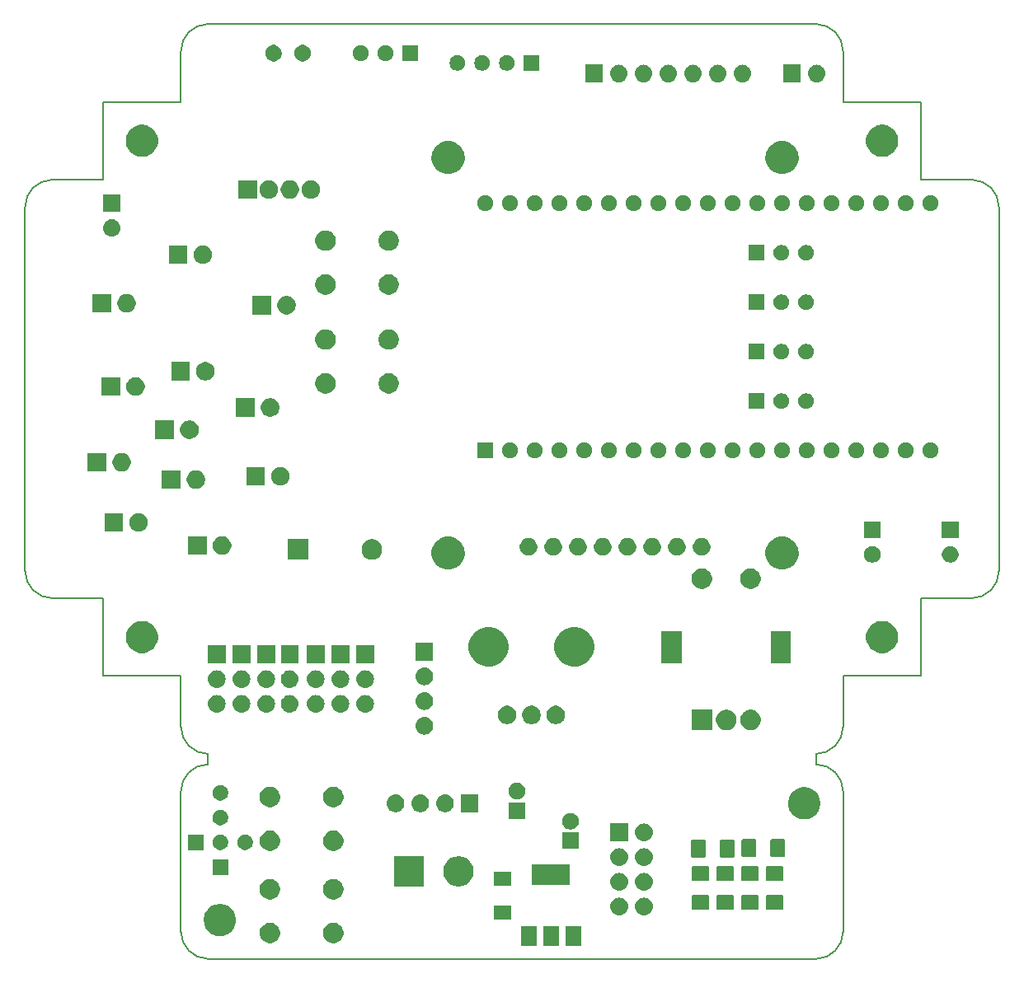
<source format=gbr>
G04 #@! TF.GenerationSoftware,KiCad,Pcbnew,(5.1.2)-1*
G04 #@! TF.CreationDate,2019-07-23T12:13:02+02:00*
G04 #@! TF.ProjectId,production,70726f64-7563-4746-996f-6e2e6b696361,rev?*
G04 #@! TF.SameCoordinates,Original*
G04 #@! TF.FileFunction,Soldermask,Top*
G04 #@! TF.FilePolarity,Negative*
%FSLAX46Y46*%
G04 Gerber Fmt 4.6, Leading zero omitted, Abs format (unit mm)*
G04 Created by KiCad (PCBNEW (5.1.2)-1) date 2019-07-23 12:13:02*
%MOMM*%
%LPD*%
G04 APERTURE LIST*
%ADD10C,0.150000*%
G04 APERTURE END LIST*
D10*
X45466000Y-97866200D02*
X45466000Y-98933000D01*
X107873800Y-97866200D02*
X107873800Y-98933000D01*
X126669800Y-79070200D02*
G75*
G02X123875800Y-81864200I-2794000J0D01*
G01*
X110667800Y-95072200D02*
G75*
G02X107873800Y-97866200I-2794000J0D01*
G01*
X45466000Y-97866200D02*
G75*
G02X42672000Y-95072200I0J2794000D01*
G01*
X29464000Y-81864200D02*
G75*
G02X26670000Y-79070200I0J2794000D01*
G01*
X26670000Y-41656000D02*
G75*
G02X29464000Y-38862000I2794000J0D01*
G01*
X42672000Y-25654000D02*
G75*
G02X45466000Y-22860000I2794000J0D01*
G01*
X107873800Y-22860000D02*
G75*
G02X110667800Y-25654000I0J-2794000D01*
G01*
X123876000Y-38862000D02*
G75*
G02X126670000Y-41656000I0J-2794000D01*
G01*
X126669800Y-79070200D02*
X126670000Y-41656000D01*
X118670000Y-81860000D02*
X123875800Y-81864200D01*
X118670000Y-89860000D02*
X118670000Y-81860000D01*
X110670000Y-89860000D02*
X118670000Y-89860000D01*
X110667800Y-95072200D02*
X110670000Y-89860000D01*
X42670000Y-89860000D02*
X42672000Y-95072200D01*
X34670000Y-89860000D02*
X42670000Y-89860000D01*
X34670000Y-81860000D02*
X34670000Y-89860000D01*
X29464000Y-81864200D02*
X34670000Y-81860000D01*
X26670000Y-41656000D02*
X26670000Y-79070200D01*
X118670000Y-38860000D02*
X123876000Y-38862000D01*
X118670000Y-30860000D02*
X118670000Y-38860000D01*
X110670000Y-30860000D02*
X118670000Y-30860000D01*
X110667800Y-25654000D02*
X110670000Y-30860000D01*
X45466000Y-22860000D02*
X107873800Y-22860000D01*
X34670000Y-38860000D02*
X29464000Y-38862000D01*
X34670000Y-30860000D02*
X34670000Y-38860000D01*
X42670000Y-30860000D02*
X34670000Y-30860000D01*
X42672000Y-25654000D02*
X42670000Y-30860000D01*
X110667800Y-116128800D02*
G75*
G02X107873800Y-118922800I-2794000J0D01*
G01*
X45466000Y-118922800D02*
G75*
G02X42672000Y-116128800I0J2794000D01*
G01*
X42672000Y-101727000D02*
G75*
G02X45466000Y-98933000I2794000J0D01*
G01*
X107873800Y-98933000D02*
G75*
G02X110667800Y-101727000I0J-2794000D01*
G01*
X42672000Y-116128800D02*
X42672000Y-101727000D01*
X107873800Y-118922800D02*
X45466000Y-118922800D01*
X110667800Y-101727000D02*
X110667800Y-116128800D01*
G36*
X79173000Y-117634000D02*
G01*
X77571000Y-117634000D01*
X77571000Y-115532000D01*
X79173000Y-115532000D01*
X79173000Y-117634000D01*
X79173000Y-117634000D01*
G37*
G36*
X81473000Y-117634000D02*
G01*
X79871000Y-117634000D01*
X79871000Y-115532000D01*
X81473000Y-115532000D01*
X81473000Y-117634000D01*
X81473000Y-117634000D01*
G37*
G36*
X83773000Y-117634000D02*
G01*
X82171000Y-117634000D01*
X82171000Y-115532000D01*
X83773000Y-115532000D01*
X83773000Y-117634000D01*
X83773000Y-117634000D01*
G37*
G36*
X58618564Y-115252389D02*
G01*
X58809833Y-115331615D01*
X58809835Y-115331616D01*
X58981973Y-115446635D01*
X59128365Y-115593027D01*
X59209892Y-115715040D01*
X59243385Y-115765167D01*
X59322611Y-115956436D01*
X59363000Y-116159484D01*
X59363000Y-116366516D01*
X59322611Y-116569564D01*
X59316631Y-116584000D01*
X59243384Y-116760835D01*
X59128365Y-116932973D01*
X58981973Y-117079365D01*
X58809835Y-117194384D01*
X58809834Y-117194385D01*
X58809833Y-117194385D01*
X58618564Y-117273611D01*
X58415516Y-117314000D01*
X58208484Y-117314000D01*
X58005436Y-117273611D01*
X57814167Y-117194385D01*
X57814166Y-117194385D01*
X57814165Y-117194384D01*
X57642027Y-117079365D01*
X57495635Y-116932973D01*
X57380616Y-116760835D01*
X57307369Y-116584000D01*
X57301389Y-116569564D01*
X57261000Y-116366516D01*
X57261000Y-116159484D01*
X57301389Y-115956436D01*
X57380615Y-115765167D01*
X57414109Y-115715040D01*
X57495635Y-115593027D01*
X57642027Y-115446635D01*
X57814165Y-115331616D01*
X57814167Y-115331615D01*
X58005436Y-115252389D01*
X58208484Y-115212000D01*
X58415516Y-115212000D01*
X58618564Y-115252389D01*
X58618564Y-115252389D01*
G37*
G36*
X52118564Y-115252389D02*
G01*
X52309833Y-115331615D01*
X52309835Y-115331616D01*
X52481973Y-115446635D01*
X52628365Y-115593027D01*
X52709892Y-115715040D01*
X52743385Y-115765167D01*
X52822611Y-115956436D01*
X52863000Y-116159484D01*
X52863000Y-116366516D01*
X52822611Y-116569564D01*
X52816631Y-116584000D01*
X52743384Y-116760835D01*
X52628365Y-116932973D01*
X52481973Y-117079365D01*
X52309835Y-117194384D01*
X52309834Y-117194385D01*
X52309833Y-117194385D01*
X52118564Y-117273611D01*
X51915516Y-117314000D01*
X51708484Y-117314000D01*
X51505436Y-117273611D01*
X51314167Y-117194385D01*
X51314166Y-117194385D01*
X51314165Y-117194384D01*
X51142027Y-117079365D01*
X50995635Y-116932973D01*
X50880616Y-116760835D01*
X50807369Y-116584000D01*
X50801389Y-116569564D01*
X50761000Y-116366516D01*
X50761000Y-116159484D01*
X50801389Y-115956436D01*
X50880615Y-115765167D01*
X50914109Y-115715040D01*
X50995635Y-115593027D01*
X51142027Y-115446635D01*
X51314165Y-115331616D01*
X51314167Y-115331615D01*
X51505436Y-115252389D01*
X51708484Y-115212000D01*
X51915516Y-115212000D01*
X52118564Y-115252389D01*
X52118564Y-115252389D01*
G37*
G36*
X47047256Y-113324298D02*
G01*
X47153579Y-113345447D01*
X47454042Y-113469903D01*
X47724451Y-113650585D01*
X47954415Y-113880549D01*
X48135097Y-114150958D01*
X48239111Y-114402069D01*
X48259553Y-114451422D01*
X48323000Y-114770389D01*
X48323000Y-115095611D01*
X48291815Y-115252389D01*
X48259553Y-115414579D01*
X48135097Y-115715042D01*
X47954415Y-115985451D01*
X47724451Y-116215415D01*
X47454042Y-116396097D01*
X47153579Y-116520553D01*
X47047256Y-116541702D01*
X46834611Y-116584000D01*
X46509389Y-116584000D01*
X46296744Y-116541702D01*
X46190421Y-116520553D01*
X45889958Y-116396097D01*
X45619549Y-116215415D01*
X45389585Y-115985451D01*
X45208903Y-115715042D01*
X45084447Y-115414579D01*
X45052185Y-115252389D01*
X45021000Y-115095611D01*
X45021000Y-114770389D01*
X45084447Y-114451422D01*
X45104890Y-114402069D01*
X45208903Y-114150958D01*
X45389585Y-113880549D01*
X45619549Y-113650585D01*
X45889958Y-113469903D01*
X46190421Y-113345447D01*
X46296744Y-113324298D01*
X46509389Y-113282000D01*
X46834611Y-113282000D01*
X47047256Y-113324298D01*
X47047256Y-113324298D01*
G37*
G36*
X76593000Y-114874000D02*
G01*
X74791000Y-114874000D01*
X74791000Y-113472000D01*
X76593000Y-113472000D01*
X76593000Y-114874000D01*
X76593000Y-114874000D01*
G37*
G36*
X90391294Y-112651633D02*
G01*
X90563695Y-112703931D01*
X90722583Y-112788858D01*
X90861849Y-112903151D01*
X90976142Y-113042417D01*
X91061069Y-113201305D01*
X91113367Y-113373706D01*
X91131025Y-113553000D01*
X91113367Y-113732294D01*
X91061069Y-113904695D01*
X90976142Y-114063583D01*
X90861849Y-114202849D01*
X90722583Y-114317142D01*
X90563695Y-114402069D01*
X90391294Y-114454367D01*
X90256931Y-114467600D01*
X90167069Y-114467600D01*
X90032706Y-114454367D01*
X89860305Y-114402069D01*
X89701417Y-114317142D01*
X89562151Y-114202849D01*
X89447858Y-114063583D01*
X89362931Y-113904695D01*
X89310633Y-113732294D01*
X89292975Y-113553000D01*
X89310633Y-113373706D01*
X89362931Y-113201305D01*
X89447858Y-113042417D01*
X89562151Y-112903151D01*
X89701417Y-112788858D01*
X89860305Y-112703931D01*
X90032706Y-112651633D01*
X90167069Y-112638400D01*
X90256931Y-112638400D01*
X90391294Y-112651633D01*
X90391294Y-112651633D01*
G37*
G36*
X87851294Y-112651633D02*
G01*
X88023695Y-112703931D01*
X88182583Y-112788858D01*
X88321849Y-112903151D01*
X88436142Y-113042417D01*
X88521069Y-113201305D01*
X88573367Y-113373706D01*
X88591025Y-113553000D01*
X88573367Y-113732294D01*
X88521069Y-113904695D01*
X88436142Y-114063583D01*
X88321849Y-114202849D01*
X88182583Y-114317142D01*
X88023695Y-114402069D01*
X87851294Y-114454367D01*
X87716931Y-114467600D01*
X87627069Y-114467600D01*
X87492706Y-114454367D01*
X87320305Y-114402069D01*
X87161417Y-114317142D01*
X87022151Y-114202849D01*
X86907858Y-114063583D01*
X86822931Y-113904695D01*
X86770633Y-113732294D01*
X86752975Y-113553000D01*
X86770633Y-113373706D01*
X86822931Y-113201305D01*
X86907858Y-113042417D01*
X87022151Y-112903151D01*
X87161417Y-112788858D01*
X87320305Y-112703931D01*
X87492706Y-112651633D01*
X87627069Y-112638400D01*
X87716931Y-112638400D01*
X87851294Y-112651633D01*
X87851294Y-112651633D01*
G37*
G36*
X96787562Y-112361181D02*
G01*
X96822481Y-112371774D01*
X96854663Y-112388976D01*
X96882873Y-112412127D01*
X96906024Y-112440337D01*
X96923226Y-112472519D01*
X96933819Y-112507438D01*
X96938000Y-112549895D01*
X96938000Y-113691105D01*
X96933819Y-113733562D01*
X96923226Y-113768481D01*
X96906024Y-113800663D01*
X96882873Y-113828873D01*
X96854663Y-113852024D01*
X96822481Y-113869226D01*
X96787562Y-113879819D01*
X96745105Y-113884000D01*
X95278895Y-113884000D01*
X95236438Y-113879819D01*
X95201519Y-113869226D01*
X95169337Y-113852024D01*
X95141127Y-113828873D01*
X95117976Y-113800663D01*
X95100774Y-113768481D01*
X95090181Y-113733562D01*
X95086000Y-113691105D01*
X95086000Y-112549895D01*
X95090181Y-112507438D01*
X95100774Y-112472519D01*
X95117976Y-112440337D01*
X95141127Y-112412127D01*
X95169337Y-112388976D01*
X95201519Y-112371774D01*
X95236438Y-112361181D01*
X95278895Y-112357000D01*
X96745105Y-112357000D01*
X96787562Y-112361181D01*
X96787562Y-112361181D01*
G37*
G36*
X99327562Y-112361181D02*
G01*
X99362481Y-112371774D01*
X99394663Y-112388976D01*
X99422873Y-112412127D01*
X99446024Y-112440337D01*
X99463226Y-112472519D01*
X99473819Y-112507438D01*
X99478000Y-112549895D01*
X99478000Y-113691105D01*
X99473819Y-113733562D01*
X99463226Y-113768481D01*
X99446024Y-113800663D01*
X99422873Y-113828873D01*
X99394663Y-113852024D01*
X99362481Y-113869226D01*
X99327562Y-113879819D01*
X99285105Y-113884000D01*
X97818895Y-113884000D01*
X97776438Y-113879819D01*
X97741519Y-113869226D01*
X97709337Y-113852024D01*
X97681127Y-113828873D01*
X97657976Y-113800663D01*
X97640774Y-113768481D01*
X97630181Y-113733562D01*
X97626000Y-113691105D01*
X97626000Y-112549895D01*
X97630181Y-112507438D01*
X97640774Y-112472519D01*
X97657976Y-112440337D01*
X97681127Y-112412127D01*
X97709337Y-112388976D01*
X97741519Y-112371774D01*
X97776438Y-112361181D01*
X97818895Y-112357000D01*
X99285105Y-112357000D01*
X99327562Y-112361181D01*
X99327562Y-112361181D01*
G37*
G36*
X101867562Y-112361181D02*
G01*
X101902481Y-112371774D01*
X101934663Y-112388976D01*
X101962873Y-112412127D01*
X101986024Y-112440337D01*
X102003226Y-112472519D01*
X102013819Y-112507438D01*
X102018000Y-112549895D01*
X102018000Y-113691105D01*
X102013819Y-113733562D01*
X102003226Y-113768481D01*
X101986024Y-113800663D01*
X101962873Y-113828873D01*
X101934663Y-113852024D01*
X101902481Y-113869226D01*
X101867562Y-113879819D01*
X101825105Y-113884000D01*
X100358895Y-113884000D01*
X100316438Y-113879819D01*
X100281519Y-113869226D01*
X100249337Y-113852024D01*
X100221127Y-113828873D01*
X100197976Y-113800663D01*
X100180774Y-113768481D01*
X100170181Y-113733562D01*
X100166000Y-113691105D01*
X100166000Y-112549895D01*
X100170181Y-112507438D01*
X100180774Y-112472519D01*
X100197976Y-112440337D01*
X100221127Y-112412127D01*
X100249337Y-112388976D01*
X100281519Y-112371774D01*
X100316438Y-112361181D01*
X100358895Y-112357000D01*
X101825105Y-112357000D01*
X101867562Y-112361181D01*
X101867562Y-112361181D01*
G37*
G36*
X104407562Y-112361181D02*
G01*
X104442481Y-112371774D01*
X104474663Y-112388976D01*
X104502873Y-112412127D01*
X104526024Y-112440337D01*
X104543226Y-112472519D01*
X104553819Y-112507438D01*
X104558000Y-112549895D01*
X104558000Y-113691105D01*
X104553819Y-113733562D01*
X104543226Y-113768481D01*
X104526024Y-113800663D01*
X104502873Y-113828873D01*
X104474663Y-113852024D01*
X104442481Y-113869226D01*
X104407562Y-113879819D01*
X104365105Y-113884000D01*
X102898895Y-113884000D01*
X102856438Y-113879819D01*
X102821519Y-113869226D01*
X102789337Y-113852024D01*
X102761127Y-113828873D01*
X102737976Y-113800663D01*
X102720774Y-113768481D01*
X102710181Y-113733562D01*
X102706000Y-113691105D01*
X102706000Y-112549895D01*
X102710181Y-112507438D01*
X102720774Y-112472519D01*
X102737976Y-112440337D01*
X102761127Y-112412127D01*
X102789337Y-112388976D01*
X102821519Y-112371774D01*
X102856438Y-112361181D01*
X102898895Y-112357000D01*
X104365105Y-112357000D01*
X104407562Y-112361181D01*
X104407562Y-112361181D01*
G37*
G36*
X52118564Y-110752389D02*
G01*
X52309833Y-110831615D01*
X52309835Y-110831616D01*
X52403537Y-110894226D01*
X52481973Y-110946635D01*
X52628365Y-111093027D01*
X52743385Y-111265167D01*
X52822611Y-111456436D01*
X52863000Y-111659484D01*
X52863000Y-111866516D01*
X52822611Y-112069564D01*
X52743385Y-112260833D01*
X52743384Y-112260835D01*
X52628365Y-112432973D01*
X52481973Y-112579365D01*
X52309835Y-112694384D01*
X52309834Y-112694385D01*
X52309833Y-112694385D01*
X52118564Y-112773611D01*
X51915516Y-112814000D01*
X51708484Y-112814000D01*
X51505436Y-112773611D01*
X51314167Y-112694385D01*
X51314166Y-112694385D01*
X51314165Y-112694384D01*
X51142027Y-112579365D01*
X50995635Y-112432973D01*
X50880616Y-112260835D01*
X50880615Y-112260833D01*
X50801389Y-112069564D01*
X50761000Y-111866516D01*
X50761000Y-111659484D01*
X50801389Y-111456436D01*
X50880615Y-111265167D01*
X50995635Y-111093027D01*
X51142027Y-110946635D01*
X51220463Y-110894226D01*
X51314165Y-110831616D01*
X51314167Y-110831615D01*
X51505436Y-110752389D01*
X51708484Y-110712000D01*
X51915516Y-110712000D01*
X52118564Y-110752389D01*
X52118564Y-110752389D01*
G37*
G36*
X58618564Y-110752389D02*
G01*
X58809833Y-110831615D01*
X58809835Y-110831616D01*
X58903537Y-110894226D01*
X58981973Y-110946635D01*
X59128365Y-111093027D01*
X59243385Y-111265167D01*
X59322611Y-111456436D01*
X59363000Y-111659484D01*
X59363000Y-111866516D01*
X59322611Y-112069564D01*
X59243385Y-112260833D01*
X59243384Y-112260835D01*
X59128365Y-112432973D01*
X58981973Y-112579365D01*
X58809835Y-112694384D01*
X58809834Y-112694385D01*
X58809833Y-112694385D01*
X58618564Y-112773611D01*
X58415516Y-112814000D01*
X58208484Y-112814000D01*
X58005436Y-112773611D01*
X57814167Y-112694385D01*
X57814166Y-112694385D01*
X57814165Y-112694384D01*
X57642027Y-112579365D01*
X57495635Y-112432973D01*
X57380616Y-112260835D01*
X57380615Y-112260833D01*
X57301389Y-112069564D01*
X57261000Y-111866516D01*
X57261000Y-111659484D01*
X57301389Y-111456436D01*
X57380615Y-111265167D01*
X57495635Y-111093027D01*
X57642027Y-110946635D01*
X57720463Y-110894226D01*
X57814165Y-110831616D01*
X57814167Y-110831615D01*
X58005436Y-110752389D01*
X58208484Y-110712000D01*
X58415516Y-110712000D01*
X58618564Y-110752389D01*
X58618564Y-110752389D01*
G37*
G36*
X87851294Y-110111633D02*
G01*
X88023695Y-110163931D01*
X88182583Y-110248858D01*
X88321849Y-110363151D01*
X88436142Y-110502417D01*
X88521069Y-110661305D01*
X88573367Y-110833706D01*
X88591025Y-111013000D01*
X88573367Y-111192294D01*
X88521069Y-111364695D01*
X88436142Y-111523583D01*
X88321849Y-111662849D01*
X88182583Y-111777142D01*
X88023695Y-111862069D01*
X87851294Y-111914367D01*
X87716931Y-111927600D01*
X87627069Y-111927600D01*
X87492706Y-111914367D01*
X87320305Y-111862069D01*
X87161417Y-111777142D01*
X87022151Y-111662849D01*
X86907858Y-111523583D01*
X86822931Y-111364695D01*
X86770633Y-111192294D01*
X86752975Y-111013000D01*
X86770633Y-110833706D01*
X86822931Y-110661305D01*
X86907858Y-110502417D01*
X87022151Y-110363151D01*
X87161417Y-110248858D01*
X87320305Y-110163931D01*
X87492706Y-110111633D01*
X87627069Y-110098400D01*
X87716931Y-110098400D01*
X87851294Y-110111633D01*
X87851294Y-110111633D01*
G37*
G36*
X90391294Y-110111633D02*
G01*
X90563695Y-110163931D01*
X90722583Y-110248858D01*
X90861849Y-110363151D01*
X90976142Y-110502417D01*
X91061069Y-110661305D01*
X91113367Y-110833706D01*
X91131025Y-111013000D01*
X91113367Y-111192294D01*
X91061069Y-111364695D01*
X90976142Y-111523583D01*
X90861849Y-111662849D01*
X90722583Y-111777142D01*
X90563695Y-111862069D01*
X90391294Y-111914367D01*
X90256931Y-111927600D01*
X90167069Y-111927600D01*
X90032706Y-111914367D01*
X89860305Y-111862069D01*
X89701417Y-111777142D01*
X89562151Y-111662849D01*
X89447858Y-111523583D01*
X89362931Y-111364695D01*
X89310633Y-111192294D01*
X89292975Y-111013000D01*
X89310633Y-110833706D01*
X89362931Y-110661305D01*
X89447858Y-110502417D01*
X89562151Y-110363151D01*
X89701417Y-110248858D01*
X89860305Y-110163931D01*
X90032706Y-110111633D01*
X90167069Y-110098400D01*
X90256931Y-110098400D01*
X90391294Y-110111633D01*
X90391294Y-110111633D01*
G37*
G36*
X71474585Y-108411802D02*
G01*
X71624410Y-108441604D01*
X71906674Y-108558521D01*
X72160705Y-108728259D01*
X72376741Y-108944295D01*
X72546479Y-109198326D01*
X72663396Y-109480590D01*
X72682154Y-109574895D01*
X72723000Y-109780239D01*
X72723000Y-110085761D01*
X72707451Y-110163931D01*
X72663396Y-110385410D01*
X72546479Y-110667674D01*
X72376741Y-110921705D01*
X72160705Y-111137741D01*
X71906674Y-111307479D01*
X71624410Y-111424396D01*
X71474585Y-111454198D01*
X71324761Y-111484000D01*
X71019239Y-111484000D01*
X70869415Y-111454198D01*
X70719590Y-111424396D01*
X70437326Y-111307479D01*
X70183295Y-111137741D01*
X69967259Y-110921705D01*
X69797521Y-110667674D01*
X69680604Y-110385410D01*
X69636549Y-110163931D01*
X69621000Y-110085761D01*
X69621000Y-109780239D01*
X69661846Y-109574895D01*
X69680604Y-109480590D01*
X69797521Y-109198326D01*
X69967259Y-108944295D01*
X70183295Y-108728259D01*
X70437326Y-108558521D01*
X70719590Y-108441604D01*
X70869415Y-108411802D01*
X71019239Y-108382000D01*
X71324761Y-108382000D01*
X71474585Y-108411802D01*
X71474585Y-108411802D01*
G37*
G36*
X67643000Y-111484000D02*
G01*
X64541000Y-111484000D01*
X64541000Y-108382000D01*
X67643000Y-108382000D01*
X67643000Y-111484000D01*
X67643000Y-111484000D01*
G37*
G36*
X76593000Y-111374000D02*
G01*
X74791000Y-111374000D01*
X74791000Y-109972000D01*
X76593000Y-109972000D01*
X76593000Y-111374000D01*
X76593000Y-111374000D01*
G37*
G36*
X82623000Y-111334000D02*
G01*
X78721000Y-111334000D01*
X78721000Y-109232000D01*
X82623000Y-109232000D01*
X82623000Y-111334000D01*
X82623000Y-111334000D01*
G37*
G36*
X104407562Y-109386181D02*
G01*
X104442481Y-109396774D01*
X104474663Y-109413976D01*
X104502873Y-109437127D01*
X104526024Y-109465337D01*
X104543226Y-109497519D01*
X104553819Y-109532438D01*
X104558000Y-109574895D01*
X104558000Y-110716105D01*
X104553819Y-110758562D01*
X104543226Y-110793481D01*
X104526024Y-110825663D01*
X104502873Y-110853873D01*
X104474663Y-110877024D01*
X104442481Y-110894226D01*
X104407562Y-110904819D01*
X104365105Y-110909000D01*
X102898895Y-110909000D01*
X102856438Y-110904819D01*
X102821519Y-110894226D01*
X102789337Y-110877024D01*
X102761127Y-110853873D01*
X102737976Y-110825663D01*
X102720774Y-110793481D01*
X102710181Y-110758562D01*
X102706000Y-110716105D01*
X102706000Y-109574895D01*
X102710181Y-109532438D01*
X102720774Y-109497519D01*
X102737976Y-109465337D01*
X102761127Y-109437127D01*
X102789337Y-109413976D01*
X102821519Y-109396774D01*
X102856438Y-109386181D01*
X102898895Y-109382000D01*
X104365105Y-109382000D01*
X104407562Y-109386181D01*
X104407562Y-109386181D01*
G37*
G36*
X96787562Y-109386181D02*
G01*
X96822481Y-109396774D01*
X96854663Y-109413976D01*
X96882873Y-109437127D01*
X96906024Y-109465337D01*
X96923226Y-109497519D01*
X96933819Y-109532438D01*
X96938000Y-109574895D01*
X96938000Y-110716105D01*
X96933819Y-110758562D01*
X96923226Y-110793481D01*
X96906024Y-110825663D01*
X96882873Y-110853873D01*
X96854663Y-110877024D01*
X96822481Y-110894226D01*
X96787562Y-110904819D01*
X96745105Y-110909000D01*
X95278895Y-110909000D01*
X95236438Y-110904819D01*
X95201519Y-110894226D01*
X95169337Y-110877024D01*
X95141127Y-110853873D01*
X95117976Y-110825663D01*
X95100774Y-110793481D01*
X95090181Y-110758562D01*
X95086000Y-110716105D01*
X95086000Y-109574895D01*
X95090181Y-109532438D01*
X95100774Y-109497519D01*
X95117976Y-109465337D01*
X95141127Y-109437127D01*
X95169337Y-109413976D01*
X95201519Y-109396774D01*
X95236438Y-109386181D01*
X95278895Y-109382000D01*
X96745105Y-109382000D01*
X96787562Y-109386181D01*
X96787562Y-109386181D01*
G37*
G36*
X101867562Y-109386181D02*
G01*
X101902481Y-109396774D01*
X101934663Y-109413976D01*
X101962873Y-109437127D01*
X101986024Y-109465337D01*
X102003226Y-109497519D01*
X102013819Y-109532438D01*
X102018000Y-109574895D01*
X102018000Y-110716105D01*
X102013819Y-110758562D01*
X102003226Y-110793481D01*
X101986024Y-110825663D01*
X101962873Y-110853873D01*
X101934663Y-110877024D01*
X101902481Y-110894226D01*
X101867562Y-110904819D01*
X101825105Y-110909000D01*
X100358895Y-110909000D01*
X100316438Y-110904819D01*
X100281519Y-110894226D01*
X100249337Y-110877024D01*
X100221127Y-110853873D01*
X100197976Y-110825663D01*
X100180774Y-110793481D01*
X100170181Y-110758562D01*
X100166000Y-110716105D01*
X100166000Y-109574895D01*
X100170181Y-109532438D01*
X100180774Y-109497519D01*
X100197976Y-109465337D01*
X100221127Y-109437127D01*
X100249337Y-109413976D01*
X100281519Y-109396774D01*
X100316438Y-109386181D01*
X100358895Y-109382000D01*
X101825105Y-109382000D01*
X101867562Y-109386181D01*
X101867562Y-109386181D01*
G37*
G36*
X99327562Y-109386181D02*
G01*
X99362481Y-109396774D01*
X99394663Y-109413976D01*
X99422873Y-109437127D01*
X99446024Y-109465337D01*
X99463226Y-109497519D01*
X99473819Y-109532438D01*
X99478000Y-109574895D01*
X99478000Y-110716105D01*
X99473819Y-110758562D01*
X99463226Y-110793481D01*
X99446024Y-110825663D01*
X99422873Y-110853873D01*
X99394663Y-110877024D01*
X99362481Y-110894226D01*
X99327562Y-110904819D01*
X99285105Y-110909000D01*
X97818895Y-110909000D01*
X97776438Y-110904819D01*
X97741519Y-110894226D01*
X97709337Y-110877024D01*
X97681127Y-110853873D01*
X97657976Y-110825663D01*
X97640774Y-110793481D01*
X97630181Y-110758562D01*
X97626000Y-110716105D01*
X97626000Y-109574895D01*
X97630181Y-109532438D01*
X97640774Y-109497519D01*
X97657976Y-109465337D01*
X97681127Y-109437127D01*
X97709337Y-109413976D01*
X97741519Y-109396774D01*
X97776438Y-109386181D01*
X97818895Y-109382000D01*
X99285105Y-109382000D01*
X99327562Y-109386181D01*
X99327562Y-109386181D01*
G37*
G36*
X47513000Y-110274000D02*
G01*
X45911000Y-110274000D01*
X45911000Y-108672000D01*
X47513000Y-108672000D01*
X47513000Y-110274000D01*
X47513000Y-110274000D01*
G37*
G36*
X90391294Y-107571633D02*
G01*
X90563695Y-107623931D01*
X90722583Y-107708858D01*
X90861849Y-107823151D01*
X90976142Y-107962417D01*
X91061069Y-108121305D01*
X91113367Y-108293706D01*
X91131025Y-108473000D01*
X91113367Y-108652294D01*
X91061069Y-108824695D01*
X90976142Y-108983583D01*
X90861849Y-109122849D01*
X90722583Y-109237142D01*
X90563695Y-109322069D01*
X90391294Y-109374367D01*
X90256931Y-109387600D01*
X90167069Y-109387600D01*
X90032706Y-109374367D01*
X89860305Y-109322069D01*
X89701417Y-109237142D01*
X89562151Y-109122849D01*
X89447858Y-108983583D01*
X89362931Y-108824695D01*
X89310633Y-108652294D01*
X89292975Y-108473000D01*
X89310633Y-108293706D01*
X89362931Y-108121305D01*
X89447858Y-107962417D01*
X89562151Y-107823151D01*
X89701417Y-107708858D01*
X89860305Y-107623931D01*
X90032706Y-107571633D01*
X90167069Y-107558400D01*
X90256931Y-107558400D01*
X90391294Y-107571633D01*
X90391294Y-107571633D01*
G37*
G36*
X87851294Y-107571633D02*
G01*
X88023695Y-107623931D01*
X88182583Y-107708858D01*
X88321849Y-107823151D01*
X88436142Y-107962417D01*
X88521069Y-108121305D01*
X88573367Y-108293706D01*
X88591025Y-108473000D01*
X88573367Y-108652294D01*
X88521069Y-108824695D01*
X88436142Y-108983583D01*
X88321849Y-109122849D01*
X88182583Y-109237142D01*
X88023695Y-109322069D01*
X87851294Y-109374367D01*
X87716931Y-109387600D01*
X87627069Y-109387600D01*
X87492706Y-109374367D01*
X87320305Y-109322069D01*
X87161417Y-109237142D01*
X87022151Y-109122849D01*
X86907858Y-108983583D01*
X86822931Y-108824695D01*
X86770633Y-108652294D01*
X86752975Y-108473000D01*
X86770633Y-108293706D01*
X86822931Y-108121305D01*
X86907858Y-107962417D01*
X87022151Y-107823151D01*
X87161417Y-107708858D01*
X87320305Y-107623931D01*
X87492706Y-107571633D01*
X87627069Y-107558400D01*
X87716931Y-107558400D01*
X87851294Y-107571633D01*
X87851294Y-107571633D01*
G37*
G36*
X96407962Y-106675981D02*
G01*
X96442881Y-106686574D01*
X96475063Y-106703776D01*
X96503273Y-106726927D01*
X96526424Y-106755137D01*
X96543626Y-106787319D01*
X96554219Y-106822238D01*
X96558400Y-106864695D01*
X96558400Y-108330905D01*
X96554219Y-108373362D01*
X96543626Y-108408281D01*
X96526424Y-108440463D01*
X96503273Y-108468673D01*
X96475063Y-108491824D01*
X96442881Y-108509026D01*
X96407962Y-108519619D01*
X96365505Y-108523800D01*
X95224295Y-108523800D01*
X95181838Y-108519619D01*
X95146919Y-108509026D01*
X95114737Y-108491824D01*
X95086527Y-108468673D01*
X95063376Y-108440463D01*
X95046174Y-108408281D01*
X95035581Y-108373362D01*
X95031400Y-108330905D01*
X95031400Y-106864695D01*
X95035581Y-106822238D01*
X95046174Y-106787319D01*
X95063376Y-106755137D01*
X95086527Y-106726927D01*
X95114737Y-106703776D01*
X95146919Y-106686574D01*
X95181838Y-106675981D01*
X95224295Y-106671800D01*
X96365505Y-106671800D01*
X96407962Y-106675981D01*
X96407962Y-106675981D01*
G37*
G36*
X99382962Y-106675981D02*
G01*
X99417881Y-106686574D01*
X99450063Y-106703776D01*
X99478273Y-106726927D01*
X99501424Y-106755137D01*
X99518626Y-106787319D01*
X99529219Y-106822238D01*
X99533400Y-106864695D01*
X99533400Y-108330905D01*
X99529219Y-108373362D01*
X99518626Y-108408281D01*
X99501424Y-108440463D01*
X99478273Y-108468673D01*
X99450063Y-108491824D01*
X99417881Y-108509026D01*
X99382962Y-108519619D01*
X99340505Y-108523800D01*
X98199295Y-108523800D01*
X98156838Y-108519619D01*
X98121919Y-108509026D01*
X98089737Y-108491824D01*
X98061527Y-108468673D01*
X98038376Y-108440463D01*
X98021174Y-108408281D01*
X98010581Y-108373362D01*
X98006400Y-108330905D01*
X98006400Y-106864695D01*
X98010581Y-106822238D01*
X98021174Y-106787319D01*
X98038376Y-106755137D01*
X98061527Y-106726927D01*
X98089737Y-106703776D01*
X98121919Y-106686574D01*
X98156838Y-106675981D01*
X98199295Y-106671800D01*
X99340505Y-106671800D01*
X99382962Y-106675981D01*
X99382962Y-106675981D01*
G37*
G36*
X104572962Y-106615981D02*
G01*
X104607881Y-106626574D01*
X104640063Y-106643776D01*
X104668273Y-106666927D01*
X104691424Y-106695137D01*
X104708626Y-106727319D01*
X104719219Y-106762238D01*
X104723400Y-106804695D01*
X104723400Y-108270905D01*
X104719219Y-108313362D01*
X104708626Y-108348281D01*
X104691424Y-108380463D01*
X104668273Y-108408673D01*
X104640063Y-108431824D01*
X104607881Y-108449026D01*
X104572962Y-108459619D01*
X104530505Y-108463800D01*
X103389295Y-108463800D01*
X103346838Y-108459619D01*
X103311919Y-108449026D01*
X103279737Y-108431824D01*
X103251527Y-108408673D01*
X103228376Y-108380463D01*
X103211174Y-108348281D01*
X103200581Y-108313362D01*
X103196400Y-108270905D01*
X103196400Y-106804695D01*
X103200581Y-106762238D01*
X103211174Y-106727319D01*
X103228376Y-106695137D01*
X103251527Y-106666927D01*
X103279737Y-106643776D01*
X103311919Y-106626574D01*
X103346838Y-106615981D01*
X103389295Y-106611800D01*
X104530505Y-106611800D01*
X104572962Y-106615981D01*
X104572962Y-106615981D01*
G37*
G36*
X101597962Y-106615981D02*
G01*
X101632881Y-106626574D01*
X101665063Y-106643776D01*
X101693273Y-106666927D01*
X101716424Y-106695137D01*
X101733626Y-106727319D01*
X101744219Y-106762238D01*
X101748400Y-106804695D01*
X101748400Y-108270905D01*
X101744219Y-108313362D01*
X101733626Y-108348281D01*
X101716424Y-108380463D01*
X101693273Y-108408673D01*
X101665063Y-108431824D01*
X101632881Y-108449026D01*
X101597962Y-108459619D01*
X101555505Y-108463800D01*
X100414295Y-108463800D01*
X100371838Y-108459619D01*
X100336919Y-108449026D01*
X100304737Y-108431824D01*
X100276527Y-108408673D01*
X100253376Y-108380463D01*
X100236174Y-108348281D01*
X100225581Y-108313362D01*
X100221400Y-108270905D01*
X100221400Y-106804695D01*
X100225581Y-106762238D01*
X100236174Y-106727319D01*
X100253376Y-106695137D01*
X100276527Y-106666927D01*
X100304737Y-106643776D01*
X100336919Y-106626574D01*
X100371838Y-106615981D01*
X100414295Y-106611800D01*
X101555505Y-106611800D01*
X101597962Y-106615981D01*
X101597962Y-106615981D01*
G37*
G36*
X58618564Y-105782389D02*
G01*
X58809833Y-105861615D01*
X58809835Y-105861616D01*
X58981973Y-105976635D01*
X59128365Y-106123027D01*
X59243385Y-106295167D01*
X59322611Y-106486436D01*
X59363000Y-106689484D01*
X59363000Y-106896516D01*
X59322611Y-107099564D01*
X59294826Y-107166642D01*
X59243384Y-107290835D01*
X59128365Y-107462973D01*
X58981973Y-107609365D01*
X58809835Y-107724384D01*
X58809834Y-107724385D01*
X58809833Y-107724385D01*
X58618564Y-107803611D01*
X58415516Y-107844000D01*
X58208484Y-107844000D01*
X58005436Y-107803611D01*
X57814167Y-107724385D01*
X57814166Y-107724385D01*
X57814165Y-107724384D01*
X57642027Y-107609365D01*
X57495635Y-107462973D01*
X57380616Y-107290835D01*
X57329174Y-107166642D01*
X57301389Y-107099564D01*
X57261000Y-106896516D01*
X57261000Y-106689484D01*
X57301389Y-106486436D01*
X57380615Y-106295167D01*
X57495635Y-106123027D01*
X57642027Y-105976635D01*
X57814165Y-105861616D01*
X57814167Y-105861615D01*
X58005436Y-105782389D01*
X58208484Y-105742000D01*
X58415516Y-105742000D01*
X58618564Y-105782389D01*
X58618564Y-105782389D01*
G37*
G36*
X52118564Y-105782389D02*
G01*
X52309833Y-105861615D01*
X52309835Y-105861616D01*
X52481973Y-105976635D01*
X52628365Y-106123027D01*
X52743385Y-106295167D01*
X52822611Y-106486436D01*
X52863000Y-106689484D01*
X52863000Y-106896516D01*
X52822611Y-107099564D01*
X52794826Y-107166642D01*
X52743384Y-107290835D01*
X52628365Y-107462973D01*
X52481973Y-107609365D01*
X52309835Y-107724384D01*
X52309834Y-107724385D01*
X52309833Y-107724385D01*
X52118564Y-107803611D01*
X51915516Y-107844000D01*
X51708484Y-107844000D01*
X51505436Y-107803611D01*
X51314167Y-107724385D01*
X51314166Y-107724385D01*
X51314165Y-107724384D01*
X51142027Y-107609365D01*
X50995635Y-107462973D01*
X50880616Y-107290835D01*
X50829174Y-107166642D01*
X50801389Y-107099564D01*
X50761000Y-106896516D01*
X50761000Y-106689484D01*
X50801389Y-106486436D01*
X50880615Y-106295167D01*
X50995635Y-106123027D01*
X51142027Y-105976635D01*
X51314165Y-105861616D01*
X51314167Y-105861615D01*
X51505436Y-105782389D01*
X51708484Y-105742000D01*
X51915516Y-105742000D01*
X52118564Y-105782389D01*
X52118564Y-105782389D01*
G37*
G36*
X46945642Y-106162781D02*
G01*
X47091414Y-106223162D01*
X47091416Y-106223163D01*
X47222608Y-106310822D01*
X47334178Y-106422392D01*
X47376970Y-106486436D01*
X47421838Y-106553586D01*
X47482219Y-106699358D01*
X47513000Y-106854107D01*
X47513000Y-107011893D01*
X47482219Y-107166642D01*
X47430777Y-107290833D01*
X47421837Y-107312416D01*
X47334178Y-107443608D01*
X47222608Y-107555178D01*
X47091416Y-107642837D01*
X47091415Y-107642838D01*
X47091414Y-107642838D01*
X46945642Y-107703219D01*
X46790893Y-107734000D01*
X46633107Y-107734000D01*
X46478358Y-107703219D01*
X46332586Y-107642838D01*
X46332585Y-107642838D01*
X46332584Y-107642837D01*
X46201392Y-107555178D01*
X46089822Y-107443608D01*
X46002163Y-107312416D01*
X45993223Y-107290833D01*
X45941781Y-107166642D01*
X45911000Y-107011893D01*
X45911000Y-106854107D01*
X45941781Y-106699358D01*
X46002162Y-106553586D01*
X46047030Y-106486436D01*
X46089822Y-106422392D01*
X46201392Y-106310822D01*
X46332584Y-106223163D01*
X46332586Y-106223162D01*
X46478358Y-106162781D01*
X46633107Y-106132000D01*
X46790893Y-106132000D01*
X46945642Y-106162781D01*
X46945642Y-106162781D01*
G37*
G36*
X44973000Y-107734000D02*
G01*
X43371000Y-107734000D01*
X43371000Y-106132000D01*
X44973000Y-106132000D01*
X44973000Y-107734000D01*
X44973000Y-107734000D01*
G37*
G36*
X49485642Y-106162781D02*
G01*
X49631414Y-106223162D01*
X49631416Y-106223163D01*
X49762608Y-106310822D01*
X49874178Y-106422392D01*
X49916970Y-106486436D01*
X49961838Y-106553586D01*
X50022219Y-106699358D01*
X50053000Y-106854107D01*
X50053000Y-107011893D01*
X50022219Y-107166642D01*
X49970777Y-107290833D01*
X49961837Y-107312416D01*
X49874178Y-107443608D01*
X49762608Y-107555178D01*
X49631416Y-107642837D01*
X49631415Y-107642838D01*
X49631414Y-107642838D01*
X49485642Y-107703219D01*
X49330893Y-107734000D01*
X49173107Y-107734000D01*
X49018358Y-107703219D01*
X48872586Y-107642838D01*
X48872585Y-107642838D01*
X48872584Y-107642837D01*
X48741392Y-107555178D01*
X48629822Y-107443608D01*
X48542163Y-107312416D01*
X48533223Y-107290833D01*
X48481781Y-107166642D01*
X48451000Y-107011893D01*
X48451000Y-106854107D01*
X48481781Y-106699358D01*
X48542162Y-106553586D01*
X48587030Y-106486436D01*
X48629822Y-106422392D01*
X48741392Y-106310822D01*
X48872584Y-106223163D01*
X48872586Y-106223162D01*
X49018358Y-106162781D01*
X49173107Y-106132000D01*
X49330893Y-106132000D01*
X49485642Y-106162781D01*
X49485642Y-106162781D01*
G37*
G36*
X83523000Y-107632600D02*
G01*
X81821000Y-107632600D01*
X81821000Y-105930600D01*
X83523000Y-105930600D01*
X83523000Y-107632600D01*
X83523000Y-107632600D01*
G37*
G36*
X90391294Y-105031633D02*
G01*
X90563695Y-105083931D01*
X90722583Y-105168858D01*
X90861849Y-105283151D01*
X90976142Y-105422417D01*
X91061069Y-105581305D01*
X91113367Y-105753706D01*
X91131025Y-105933000D01*
X91113367Y-106112294D01*
X91061069Y-106284695D01*
X90976142Y-106443583D01*
X90861849Y-106582849D01*
X90722583Y-106697142D01*
X90563695Y-106782069D01*
X90391294Y-106834367D01*
X90256931Y-106847600D01*
X90167069Y-106847600D01*
X90032706Y-106834367D01*
X89860305Y-106782069D01*
X89701417Y-106697142D01*
X89562151Y-106582849D01*
X89447858Y-106443583D01*
X89362931Y-106284695D01*
X89310633Y-106112294D01*
X89292975Y-105933000D01*
X89310633Y-105753706D01*
X89362931Y-105581305D01*
X89447858Y-105422417D01*
X89562151Y-105283151D01*
X89701417Y-105168858D01*
X89860305Y-105083931D01*
X90032706Y-105031633D01*
X90167069Y-105018400D01*
X90256931Y-105018400D01*
X90391294Y-105031633D01*
X90391294Y-105031633D01*
G37*
G36*
X88586600Y-106847600D02*
G01*
X86757400Y-106847600D01*
X86757400Y-105018400D01*
X88586600Y-105018400D01*
X88586600Y-106847600D01*
X88586600Y-106847600D01*
G37*
G36*
X82920228Y-103963303D02*
G01*
X83075100Y-104027453D01*
X83214481Y-104120585D01*
X83333015Y-104239119D01*
X83426147Y-104378500D01*
X83490297Y-104533372D01*
X83523000Y-104697784D01*
X83523000Y-104865416D01*
X83490297Y-105029828D01*
X83426147Y-105184700D01*
X83333015Y-105324081D01*
X83214481Y-105442615D01*
X83075100Y-105535747D01*
X82920228Y-105599897D01*
X82755816Y-105632600D01*
X82588184Y-105632600D01*
X82423772Y-105599897D01*
X82268900Y-105535747D01*
X82129519Y-105442615D01*
X82010985Y-105324081D01*
X81917853Y-105184700D01*
X81853703Y-105029828D01*
X81821000Y-104865416D01*
X81821000Y-104697784D01*
X81853703Y-104533372D01*
X81917853Y-104378500D01*
X82010985Y-104239119D01*
X82129519Y-104120585D01*
X82268900Y-104027453D01*
X82423772Y-103963303D01*
X82588184Y-103930600D01*
X82755816Y-103930600D01*
X82920228Y-103963303D01*
X82920228Y-103963303D01*
G37*
G36*
X46945642Y-103622781D02*
G01*
X47091414Y-103683162D01*
X47091416Y-103683163D01*
X47222608Y-103770822D01*
X47334178Y-103882392D01*
X47403038Y-103985449D01*
X47421838Y-104013586D01*
X47482219Y-104159358D01*
X47513000Y-104314107D01*
X47513000Y-104471893D01*
X47482219Y-104626642D01*
X47452751Y-104697784D01*
X47421837Y-104772416D01*
X47334178Y-104903608D01*
X47222608Y-105015178D01*
X47091416Y-105102837D01*
X47091415Y-105102838D01*
X47091414Y-105102838D01*
X46945642Y-105163219D01*
X46790893Y-105194000D01*
X46633107Y-105194000D01*
X46478358Y-105163219D01*
X46332586Y-105102838D01*
X46332585Y-105102838D01*
X46332584Y-105102837D01*
X46201392Y-105015178D01*
X46089822Y-104903608D01*
X46002163Y-104772416D01*
X45971249Y-104697784D01*
X45941781Y-104626642D01*
X45911000Y-104471893D01*
X45911000Y-104314107D01*
X45941781Y-104159358D01*
X46002162Y-104013586D01*
X46020962Y-103985449D01*
X46089822Y-103882392D01*
X46201392Y-103770822D01*
X46332584Y-103683163D01*
X46332586Y-103683162D01*
X46478358Y-103622781D01*
X46633107Y-103592000D01*
X46790893Y-103592000D01*
X46945642Y-103622781D01*
X46945642Y-103622781D01*
G37*
G36*
X107047256Y-101324298D02*
G01*
X107153579Y-101345447D01*
X107454042Y-101469903D01*
X107724451Y-101650585D01*
X107954415Y-101880549D01*
X108135097Y-102150958D01*
X108259553Y-102451421D01*
X108269434Y-102501095D01*
X108323000Y-102770389D01*
X108323000Y-103095611D01*
X108284439Y-103289468D01*
X108259553Y-103414579D01*
X108189714Y-103583185D01*
X108143077Y-103695778D01*
X108135097Y-103715042D01*
X107954415Y-103985451D01*
X107724451Y-104215415D01*
X107454042Y-104396097D01*
X107153579Y-104520553D01*
X107047256Y-104541702D01*
X106834611Y-104584000D01*
X106509389Y-104584000D01*
X106296744Y-104541702D01*
X106190421Y-104520553D01*
X105889958Y-104396097D01*
X105619549Y-104215415D01*
X105389585Y-103985451D01*
X105208903Y-103715042D01*
X105200924Y-103695778D01*
X105154286Y-103583185D01*
X105084447Y-103414579D01*
X105059561Y-103289468D01*
X105021000Y-103095611D01*
X105021000Y-102770389D01*
X105074566Y-102501095D01*
X105084447Y-102451421D01*
X105208903Y-102150958D01*
X105389585Y-101880549D01*
X105619549Y-101650585D01*
X105889958Y-101469903D01*
X106190421Y-101345447D01*
X106296744Y-101324298D01*
X106509389Y-101282000D01*
X106834611Y-101282000D01*
X107047256Y-101324298D01*
X107047256Y-101324298D01*
G37*
G36*
X78016200Y-104533800D02*
G01*
X76314200Y-104533800D01*
X76314200Y-102831800D01*
X78016200Y-102831800D01*
X78016200Y-104533800D01*
X78016200Y-104533800D01*
G37*
G36*
X73223000Y-103844000D02*
G01*
X71421000Y-103844000D01*
X71421000Y-102042000D01*
X73223000Y-102042000D01*
X73223000Y-103844000D01*
X73223000Y-103844000D01*
G37*
G36*
X64812442Y-102048518D02*
G01*
X64878627Y-102055037D01*
X65048466Y-102106557D01*
X65204991Y-102190222D01*
X65240729Y-102219552D01*
X65342186Y-102302814D01*
X65419082Y-102396514D01*
X65454778Y-102440009D01*
X65538443Y-102596534D01*
X65589963Y-102766373D01*
X65607359Y-102943000D01*
X65589963Y-103119627D01*
X65538443Y-103289466D01*
X65454778Y-103445991D01*
X65425448Y-103481729D01*
X65342186Y-103583186D01*
X65240729Y-103666448D01*
X65204991Y-103695778D01*
X65048466Y-103779443D01*
X64878627Y-103830963D01*
X64812443Y-103837481D01*
X64746260Y-103844000D01*
X64657740Y-103844000D01*
X64591557Y-103837481D01*
X64525373Y-103830963D01*
X64355534Y-103779443D01*
X64199009Y-103695778D01*
X64163271Y-103666448D01*
X64061814Y-103583186D01*
X63978552Y-103481729D01*
X63949222Y-103445991D01*
X63865557Y-103289466D01*
X63814037Y-103119627D01*
X63796641Y-102943000D01*
X63814037Y-102766373D01*
X63865557Y-102596534D01*
X63949222Y-102440009D01*
X63984918Y-102396514D01*
X64061814Y-102302814D01*
X64163271Y-102219552D01*
X64199009Y-102190222D01*
X64355534Y-102106557D01*
X64525373Y-102055037D01*
X64591557Y-102048519D01*
X64657740Y-102042000D01*
X64746260Y-102042000D01*
X64812442Y-102048518D01*
X64812442Y-102048518D01*
G37*
G36*
X67352442Y-102048518D02*
G01*
X67418627Y-102055037D01*
X67588466Y-102106557D01*
X67744991Y-102190222D01*
X67780729Y-102219552D01*
X67882186Y-102302814D01*
X67959082Y-102396514D01*
X67994778Y-102440009D01*
X68078443Y-102596534D01*
X68129963Y-102766373D01*
X68147359Y-102943000D01*
X68129963Y-103119627D01*
X68078443Y-103289466D01*
X67994778Y-103445991D01*
X67965448Y-103481729D01*
X67882186Y-103583186D01*
X67780729Y-103666448D01*
X67744991Y-103695778D01*
X67588466Y-103779443D01*
X67418627Y-103830963D01*
X67352443Y-103837481D01*
X67286260Y-103844000D01*
X67197740Y-103844000D01*
X67131557Y-103837481D01*
X67065373Y-103830963D01*
X66895534Y-103779443D01*
X66739009Y-103695778D01*
X66703271Y-103666448D01*
X66601814Y-103583186D01*
X66518552Y-103481729D01*
X66489222Y-103445991D01*
X66405557Y-103289466D01*
X66354037Y-103119627D01*
X66336641Y-102943000D01*
X66354037Y-102766373D01*
X66405557Y-102596534D01*
X66489222Y-102440009D01*
X66524918Y-102396514D01*
X66601814Y-102302814D01*
X66703271Y-102219552D01*
X66739009Y-102190222D01*
X66895534Y-102106557D01*
X67065373Y-102055037D01*
X67131557Y-102048519D01*
X67197740Y-102042000D01*
X67286260Y-102042000D01*
X67352442Y-102048518D01*
X67352442Y-102048518D01*
G37*
G36*
X69892442Y-102048518D02*
G01*
X69958627Y-102055037D01*
X70128466Y-102106557D01*
X70284991Y-102190222D01*
X70320729Y-102219552D01*
X70422186Y-102302814D01*
X70499082Y-102396514D01*
X70534778Y-102440009D01*
X70618443Y-102596534D01*
X70669963Y-102766373D01*
X70687359Y-102943000D01*
X70669963Y-103119627D01*
X70618443Y-103289466D01*
X70534778Y-103445991D01*
X70505448Y-103481729D01*
X70422186Y-103583186D01*
X70320729Y-103666448D01*
X70284991Y-103695778D01*
X70128466Y-103779443D01*
X69958627Y-103830963D01*
X69892443Y-103837481D01*
X69826260Y-103844000D01*
X69737740Y-103844000D01*
X69671557Y-103837481D01*
X69605373Y-103830963D01*
X69435534Y-103779443D01*
X69279009Y-103695778D01*
X69243271Y-103666448D01*
X69141814Y-103583186D01*
X69058552Y-103481729D01*
X69029222Y-103445991D01*
X68945557Y-103289466D01*
X68894037Y-103119627D01*
X68876641Y-102943000D01*
X68894037Y-102766373D01*
X68945557Y-102596534D01*
X69029222Y-102440009D01*
X69064918Y-102396514D01*
X69141814Y-102302814D01*
X69243271Y-102219552D01*
X69279009Y-102190222D01*
X69435534Y-102106557D01*
X69605373Y-102055037D01*
X69671557Y-102048519D01*
X69737740Y-102042000D01*
X69826260Y-102042000D01*
X69892442Y-102048518D01*
X69892442Y-102048518D01*
G37*
G36*
X52118564Y-101282389D02*
G01*
X52309833Y-101361615D01*
X52309835Y-101361616D01*
X52419020Y-101434571D01*
X52481973Y-101476635D01*
X52628365Y-101623027D01*
X52743385Y-101795167D01*
X52822611Y-101986436D01*
X52863000Y-102189484D01*
X52863000Y-102396516D01*
X52822611Y-102599564D01*
X52753516Y-102766375D01*
X52743384Y-102790835D01*
X52628365Y-102962973D01*
X52481973Y-103109365D01*
X52309835Y-103224384D01*
X52309834Y-103224385D01*
X52309833Y-103224385D01*
X52118564Y-103303611D01*
X51915516Y-103344000D01*
X51708484Y-103344000D01*
X51505436Y-103303611D01*
X51314167Y-103224385D01*
X51314166Y-103224385D01*
X51314165Y-103224384D01*
X51142027Y-103109365D01*
X50995635Y-102962973D01*
X50880616Y-102790835D01*
X50870484Y-102766375D01*
X50801389Y-102599564D01*
X50761000Y-102396516D01*
X50761000Y-102189484D01*
X50801389Y-101986436D01*
X50880615Y-101795167D01*
X50995635Y-101623027D01*
X51142027Y-101476635D01*
X51204980Y-101434571D01*
X51314165Y-101361616D01*
X51314167Y-101361615D01*
X51505436Y-101282389D01*
X51708484Y-101242000D01*
X51915516Y-101242000D01*
X52118564Y-101282389D01*
X52118564Y-101282389D01*
G37*
G36*
X58618564Y-101282389D02*
G01*
X58809833Y-101361615D01*
X58809835Y-101361616D01*
X58919020Y-101434571D01*
X58981973Y-101476635D01*
X59128365Y-101623027D01*
X59243385Y-101795167D01*
X59322611Y-101986436D01*
X59363000Y-102189484D01*
X59363000Y-102396516D01*
X59322611Y-102599564D01*
X59253516Y-102766375D01*
X59243384Y-102790835D01*
X59128365Y-102962973D01*
X58981973Y-103109365D01*
X58809835Y-103224384D01*
X58809834Y-103224385D01*
X58809833Y-103224385D01*
X58618564Y-103303611D01*
X58415516Y-103344000D01*
X58208484Y-103344000D01*
X58005436Y-103303611D01*
X57814167Y-103224385D01*
X57814166Y-103224385D01*
X57814165Y-103224384D01*
X57642027Y-103109365D01*
X57495635Y-102962973D01*
X57380616Y-102790835D01*
X57370484Y-102766375D01*
X57301389Y-102599564D01*
X57261000Y-102396516D01*
X57261000Y-102189484D01*
X57301389Y-101986436D01*
X57380615Y-101795167D01*
X57495635Y-101623027D01*
X57642027Y-101476635D01*
X57704980Y-101434571D01*
X57814165Y-101361616D01*
X57814167Y-101361615D01*
X58005436Y-101282389D01*
X58208484Y-101242000D01*
X58415516Y-101242000D01*
X58618564Y-101282389D01*
X58618564Y-101282389D01*
G37*
G36*
X46945642Y-101082781D02*
G01*
X47091414Y-101143162D01*
X47091416Y-101143163D01*
X47222608Y-101230822D01*
X47334178Y-101342392D01*
X47419377Y-101469903D01*
X47421838Y-101473586D01*
X47482219Y-101619358D01*
X47513000Y-101774107D01*
X47513000Y-101931893D01*
X47482219Y-102086642D01*
X47421838Y-102232414D01*
X47421837Y-102232416D01*
X47334178Y-102363608D01*
X47222608Y-102475178D01*
X47091416Y-102562837D01*
X47091415Y-102562838D01*
X47091414Y-102562838D01*
X46945642Y-102623219D01*
X46790893Y-102654000D01*
X46633107Y-102654000D01*
X46478358Y-102623219D01*
X46332586Y-102562838D01*
X46332585Y-102562838D01*
X46332584Y-102562837D01*
X46201392Y-102475178D01*
X46089822Y-102363608D01*
X46002163Y-102232416D01*
X46002162Y-102232414D01*
X45941781Y-102086642D01*
X45911000Y-101931893D01*
X45911000Y-101774107D01*
X45941781Y-101619358D01*
X46002162Y-101473586D01*
X46004623Y-101469903D01*
X46089822Y-101342392D01*
X46201392Y-101230822D01*
X46332584Y-101143163D01*
X46332586Y-101143162D01*
X46478358Y-101082781D01*
X46633107Y-101052000D01*
X46790893Y-101052000D01*
X46945642Y-101082781D01*
X46945642Y-101082781D01*
G37*
G36*
X77413428Y-100864503D02*
G01*
X77568300Y-100928653D01*
X77707681Y-101021785D01*
X77826215Y-101140319D01*
X77919347Y-101279700D01*
X77983497Y-101434572D01*
X78016200Y-101598984D01*
X78016200Y-101766616D01*
X77983497Y-101931028D01*
X77919347Y-102085900D01*
X77826215Y-102225281D01*
X77707681Y-102343815D01*
X77568300Y-102436947D01*
X77413428Y-102501097D01*
X77249016Y-102533800D01*
X77081384Y-102533800D01*
X76916972Y-102501097D01*
X76762100Y-102436947D01*
X76622719Y-102343815D01*
X76504185Y-102225281D01*
X76411053Y-102085900D01*
X76346903Y-101931028D01*
X76314200Y-101766616D01*
X76314200Y-101598984D01*
X76346903Y-101434572D01*
X76411053Y-101279700D01*
X76504185Y-101140319D01*
X76622719Y-101021785D01*
X76762100Y-100928653D01*
X76916972Y-100864503D01*
X77081384Y-100831800D01*
X77249016Y-100831800D01*
X77413428Y-100864503D01*
X77413428Y-100864503D01*
G37*
G36*
X67780442Y-94085518D02*
G01*
X67846627Y-94092037D01*
X68016466Y-94143557D01*
X68172991Y-94227222D01*
X68208647Y-94256484D01*
X68310186Y-94339814D01*
X68393448Y-94441271D01*
X68422778Y-94477009D01*
X68506443Y-94633534D01*
X68557963Y-94803373D01*
X68575359Y-94980000D01*
X68557963Y-95156627D01*
X68506443Y-95326466D01*
X68422778Y-95482991D01*
X68393448Y-95518729D01*
X68310186Y-95620186D01*
X68208729Y-95703448D01*
X68172991Y-95732778D01*
X68016466Y-95816443D01*
X67846627Y-95867963D01*
X67780443Y-95874481D01*
X67714260Y-95881000D01*
X67625740Y-95881000D01*
X67559557Y-95874481D01*
X67493373Y-95867963D01*
X67323534Y-95816443D01*
X67167009Y-95732778D01*
X67131271Y-95703448D01*
X67029814Y-95620186D01*
X66946552Y-95518729D01*
X66917222Y-95482991D01*
X66833557Y-95326466D01*
X66782037Y-95156627D01*
X66764641Y-94980000D01*
X66782037Y-94803373D01*
X66833557Y-94633534D01*
X66917222Y-94477009D01*
X66946552Y-94441271D01*
X67029814Y-94339814D01*
X67131353Y-94256484D01*
X67167009Y-94227222D01*
X67323534Y-94143557D01*
X67493373Y-94092037D01*
X67559558Y-94085518D01*
X67625740Y-94079000D01*
X67714260Y-94079000D01*
X67780442Y-94085518D01*
X67780442Y-94085518D01*
G37*
G36*
X97221000Y-95411000D02*
G01*
X95119000Y-95411000D01*
X95119000Y-93309000D01*
X97221000Y-93309000D01*
X97221000Y-95411000D01*
X97221000Y-95411000D01*
G37*
G36*
X101476564Y-93349389D02*
G01*
X101621767Y-93409534D01*
X101667835Y-93428616D01*
X101839973Y-93543635D01*
X101986365Y-93690027D01*
X102101385Y-93862167D01*
X102180611Y-94053436D01*
X102221000Y-94256484D01*
X102221000Y-94463516D01*
X102180611Y-94666564D01*
X102123943Y-94803373D01*
X102101384Y-94857835D01*
X101986365Y-95029973D01*
X101839973Y-95176365D01*
X101667835Y-95291384D01*
X101667834Y-95291385D01*
X101667833Y-95291385D01*
X101476564Y-95370611D01*
X101273516Y-95411000D01*
X101066484Y-95411000D01*
X100863436Y-95370611D01*
X100672167Y-95291385D01*
X100672166Y-95291385D01*
X100672165Y-95291384D01*
X100500027Y-95176365D01*
X100353635Y-95029973D01*
X100238616Y-94857835D01*
X100216057Y-94803373D01*
X100159389Y-94666564D01*
X100119000Y-94463516D01*
X100119000Y-94256484D01*
X100159389Y-94053436D01*
X100238615Y-93862167D01*
X100353635Y-93690027D01*
X100500027Y-93543635D01*
X100672165Y-93428616D01*
X100718233Y-93409534D01*
X100863436Y-93349389D01*
X101066484Y-93309000D01*
X101273516Y-93309000D01*
X101476564Y-93349389D01*
X101476564Y-93349389D01*
G37*
G36*
X98976564Y-93349389D02*
G01*
X99121767Y-93409534D01*
X99167835Y-93428616D01*
X99339973Y-93543635D01*
X99486365Y-93690027D01*
X99601385Y-93862167D01*
X99680611Y-94053436D01*
X99721000Y-94256484D01*
X99721000Y-94463516D01*
X99680611Y-94666564D01*
X99623943Y-94803373D01*
X99601384Y-94857835D01*
X99486365Y-95029973D01*
X99339973Y-95176365D01*
X99167835Y-95291384D01*
X99167834Y-95291385D01*
X99167833Y-95291385D01*
X98976564Y-95370611D01*
X98773516Y-95411000D01*
X98566484Y-95411000D01*
X98363436Y-95370611D01*
X98172167Y-95291385D01*
X98172166Y-95291385D01*
X98172165Y-95291384D01*
X98000027Y-95176365D01*
X97853635Y-95029973D01*
X97738616Y-94857835D01*
X97716057Y-94803373D01*
X97659389Y-94666564D01*
X97619000Y-94463516D01*
X97619000Y-94256484D01*
X97659389Y-94053436D01*
X97738615Y-93862167D01*
X97853635Y-93690027D01*
X98000027Y-93543635D01*
X98172165Y-93428616D01*
X98218233Y-93409534D01*
X98363436Y-93349389D01*
X98566484Y-93309000D01*
X98773516Y-93309000D01*
X98976564Y-93349389D01*
X98976564Y-93349389D01*
G37*
G36*
X78947395Y-92945546D02*
G01*
X79120466Y-93017234D01*
X79120467Y-93017235D01*
X79276227Y-93121310D01*
X79408690Y-93253773D01*
X79445591Y-93309000D01*
X79512766Y-93409534D01*
X79584454Y-93582605D01*
X79621000Y-93766333D01*
X79621000Y-93953667D01*
X79584454Y-94137395D01*
X79512766Y-94310466D01*
X79461081Y-94387818D01*
X79408690Y-94466227D01*
X79276227Y-94598690D01*
X79224082Y-94633532D01*
X79120466Y-94702766D01*
X78947395Y-94774454D01*
X78763667Y-94811000D01*
X78576333Y-94811000D01*
X78392605Y-94774454D01*
X78219534Y-94702766D01*
X78115918Y-94633532D01*
X78063773Y-94598690D01*
X77931310Y-94466227D01*
X77878919Y-94387818D01*
X77827234Y-94310466D01*
X77755546Y-94137395D01*
X77719000Y-93953667D01*
X77719000Y-93766333D01*
X77755546Y-93582605D01*
X77827234Y-93409534D01*
X77894409Y-93309000D01*
X77931310Y-93253773D01*
X78063773Y-93121310D01*
X78219533Y-93017235D01*
X78219534Y-93017234D01*
X78392605Y-92945546D01*
X78576333Y-92909000D01*
X78763667Y-92909000D01*
X78947395Y-92945546D01*
X78947395Y-92945546D01*
G37*
G36*
X76447395Y-92945546D02*
G01*
X76620466Y-93017234D01*
X76620467Y-93017235D01*
X76776227Y-93121310D01*
X76908690Y-93253773D01*
X76945591Y-93309000D01*
X77012766Y-93409534D01*
X77084454Y-93582605D01*
X77121000Y-93766333D01*
X77121000Y-93953667D01*
X77084454Y-94137395D01*
X77012766Y-94310466D01*
X76961081Y-94387818D01*
X76908690Y-94466227D01*
X76776227Y-94598690D01*
X76724082Y-94633532D01*
X76620466Y-94702766D01*
X76447395Y-94774454D01*
X76263667Y-94811000D01*
X76076333Y-94811000D01*
X75892605Y-94774454D01*
X75719534Y-94702766D01*
X75615918Y-94633532D01*
X75563773Y-94598690D01*
X75431310Y-94466227D01*
X75378919Y-94387818D01*
X75327234Y-94310466D01*
X75255546Y-94137395D01*
X75219000Y-93953667D01*
X75219000Y-93766333D01*
X75255546Y-93582605D01*
X75327234Y-93409534D01*
X75394409Y-93309000D01*
X75431310Y-93253773D01*
X75563773Y-93121310D01*
X75719533Y-93017235D01*
X75719534Y-93017234D01*
X75892605Y-92945546D01*
X76076333Y-92909000D01*
X76263667Y-92909000D01*
X76447395Y-92945546D01*
X76447395Y-92945546D01*
G37*
G36*
X81447395Y-92945546D02*
G01*
X81620466Y-93017234D01*
X81620467Y-93017235D01*
X81776227Y-93121310D01*
X81908690Y-93253773D01*
X81945591Y-93309000D01*
X82012766Y-93409534D01*
X82084454Y-93582605D01*
X82121000Y-93766333D01*
X82121000Y-93953667D01*
X82084454Y-94137395D01*
X82012766Y-94310466D01*
X81961081Y-94387818D01*
X81908690Y-94466227D01*
X81776227Y-94598690D01*
X81724082Y-94633532D01*
X81620466Y-94702766D01*
X81447395Y-94774454D01*
X81263667Y-94811000D01*
X81076333Y-94811000D01*
X80892605Y-94774454D01*
X80719534Y-94702766D01*
X80615918Y-94633532D01*
X80563773Y-94598690D01*
X80431310Y-94466227D01*
X80378919Y-94387818D01*
X80327234Y-94310466D01*
X80255546Y-94137395D01*
X80219000Y-93953667D01*
X80219000Y-93766333D01*
X80255546Y-93582605D01*
X80327234Y-93409534D01*
X80394409Y-93309000D01*
X80431310Y-93253773D01*
X80563773Y-93121310D01*
X80719533Y-93017235D01*
X80719534Y-93017234D01*
X80892605Y-92945546D01*
X81076333Y-92909000D01*
X81263667Y-92909000D01*
X81447395Y-92945546D01*
X81447395Y-92945546D01*
G37*
G36*
X53940442Y-91815518D02*
G01*
X54006627Y-91822037D01*
X54176466Y-91873557D01*
X54332991Y-91957222D01*
X54368729Y-91986552D01*
X54470186Y-92069814D01*
X54553448Y-92171271D01*
X54582778Y-92207009D01*
X54666443Y-92363534D01*
X54717963Y-92533373D01*
X54735359Y-92710000D01*
X54717963Y-92886627D01*
X54666443Y-93056466D01*
X54582778Y-93212991D01*
X54553448Y-93248729D01*
X54470186Y-93350186D01*
X54374617Y-93428616D01*
X54332991Y-93462778D01*
X54176466Y-93546443D01*
X54006627Y-93597963D01*
X53940443Y-93604481D01*
X53874260Y-93611000D01*
X53785740Y-93611000D01*
X53719557Y-93604481D01*
X53653373Y-93597963D01*
X53483534Y-93546443D01*
X53327009Y-93462778D01*
X53285383Y-93428616D01*
X53189814Y-93350186D01*
X53106552Y-93248729D01*
X53077222Y-93212991D01*
X52993557Y-93056466D01*
X52942037Y-92886627D01*
X52924641Y-92710000D01*
X52942037Y-92533373D01*
X52993557Y-92363534D01*
X53077222Y-92207009D01*
X53106552Y-92171271D01*
X53189814Y-92069814D01*
X53291271Y-91986552D01*
X53327009Y-91957222D01*
X53483534Y-91873557D01*
X53653373Y-91822037D01*
X53719558Y-91815518D01*
X53785740Y-91809000D01*
X53874260Y-91809000D01*
X53940442Y-91815518D01*
X53940442Y-91815518D01*
G37*
G36*
X59165442Y-91815518D02*
G01*
X59231627Y-91822037D01*
X59401466Y-91873557D01*
X59557991Y-91957222D01*
X59593729Y-91986552D01*
X59695186Y-92069814D01*
X59778448Y-92171271D01*
X59807778Y-92207009D01*
X59891443Y-92363534D01*
X59942963Y-92533373D01*
X59960359Y-92710000D01*
X59942963Y-92886627D01*
X59891443Y-93056466D01*
X59807778Y-93212991D01*
X59778448Y-93248729D01*
X59695186Y-93350186D01*
X59599617Y-93428616D01*
X59557991Y-93462778D01*
X59401466Y-93546443D01*
X59231627Y-93597963D01*
X59165443Y-93604481D01*
X59099260Y-93611000D01*
X59010740Y-93611000D01*
X58944557Y-93604481D01*
X58878373Y-93597963D01*
X58708534Y-93546443D01*
X58552009Y-93462778D01*
X58510383Y-93428616D01*
X58414814Y-93350186D01*
X58331552Y-93248729D01*
X58302222Y-93212991D01*
X58218557Y-93056466D01*
X58167037Y-92886627D01*
X58149641Y-92710000D01*
X58167037Y-92533373D01*
X58218557Y-92363534D01*
X58302222Y-92207009D01*
X58331552Y-92171271D01*
X58414814Y-92069814D01*
X58516271Y-91986552D01*
X58552009Y-91957222D01*
X58708534Y-91873557D01*
X58878373Y-91822037D01*
X58944558Y-91815518D01*
X59010740Y-91809000D01*
X59099260Y-91809000D01*
X59165442Y-91815518D01*
X59165442Y-91815518D01*
G37*
G36*
X46465442Y-91815518D02*
G01*
X46531627Y-91822037D01*
X46701466Y-91873557D01*
X46857991Y-91957222D01*
X46893729Y-91986552D01*
X46995186Y-92069814D01*
X47078448Y-92171271D01*
X47107778Y-92207009D01*
X47191443Y-92363534D01*
X47242963Y-92533373D01*
X47260359Y-92710000D01*
X47242963Y-92886627D01*
X47191443Y-93056466D01*
X47107778Y-93212991D01*
X47078448Y-93248729D01*
X46995186Y-93350186D01*
X46899617Y-93428616D01*
X46857991Y-93462778D01*
X46701466Y-93546443D01*
X46531627Y-93597963D01*
X46465443Y-93604481D01*
X46399260Y-93611000D01*
X46310740Y-93611000D01*
X46244557Y-93604481D01*
X46178373Y-93597963D01*
X46008534Y-93546443D01*
X45852009Y-93462778D01*
X45810383Y-93428616D01*
X45714814Y-93350186D01*
X45631552Y-93248729D01*
X45602222Y-93212991D01*
X45518557Y-93056466D01*
X45467037Y-92886627D01*
X45449641Y-92710000D01*
X45467037Y-92533373D01*
X45518557Y-92363534D01*
X45602222Y-92207009D01*
X45631552Y-92171271D01*
X45714814Y-92069814D01*
X45816271Y-91986552D01*
X45852009Y-91957222D01*
X46008534Y-91873557D01*
X46178373Y-91822037D01*
X46244558Y-91815518D01*
X46310740Y-91809000D01*
X46399260Y-91809000D01*
X46465442Y-91815518D01*
X46465442Y-91815518D01*
G37*
G36*
X61705442Y-91815518D02*
G01*
X61771627Y-91822037D01*
X61941466Y-91873557D01*
X62097991Y-91957222D01*
X62133729Y-91986552D01*
X62235186Y-92069814D01*
X62318448Y-92171271D01*
X62347778Y-92207009D01*
X62431443Y-92363534D01*
X62482963Y-92533373D01*
X62500359Y-92710000D01*
X62482963Y-92886627D01*
X62431443Y-93056466D01*
X62347778Y-93212991D01*
X62318448Y-93248729D01*
X62235186Y-93350186D01*
X62139617Y-93428616D01*
X62097991Y-93462778D01*
X61941466Y-93546443D01*
X61771627Y-93597963D01*
X61705443Y-93604481D01*
X61639260Y-93611000D01*
X61550740Y-93611000D01*
X61484557Y-93604481D01*
X61418373Y-93597963D01*
X61248534Y-93546443D01*
X61092009Y-93462778D01*
X61050383Y-93428616D01*
X60954814Y-93350186D01*
X60871552Y-93248729D01*
X60842222Y-93212991D01*
X60758557Y-93056466D01*
X60707037Y-92886627D01*
X60689641Y-92710000D01*
X60707037Y-92533373D01*
X60758557Y-92363534D01*
X60842222Y-92207009D01*
X60871552Y-92171271D01*
X60954814Y-92069814D01*
X61056271Y-91986552D01*
X61092009Y-91957222D01*
X61248534Y-91873557D01*
X61418373Y-91822037D01*
X61484558Y-91815518D01*
X61550740Y-91809000D01*
X61639260Y-91809000D01*
X61705442Y-91815518D01*
X61705442Y-91815518D01*
G37*
G36*
X56625442Y-91815518D02*
G01*
X56691627Y-91822037D01*
X56861466Y-91873557D01*
X57017991Y-91957222D01*
X57053729Y-91986552D01*
X57155186Y-92069814D01*
X57238448Y-92171271D01*
X57267778Y-92207009D01*
X57351443Y-92363534D01*
X57402963Y-92533373D01*
X57420359Y-92710000D01*
X57402963Y-92886627D01*
X57351443Y-93056466D01*
X57267778Y-93212991D01*
X57238448Y-93248729D01*
X57155186Y-93350186D01*
X57059617Y-93428616D01*
X57017991Y-93462778D01*
X56861466Y-93546443D01*
X56691627Y-93597963D01*
X56625443Y-93604481D01*
X56559260Y-93611000D01*
X56470740Y-93611000D01*
X56404557Y-93604481D01*
X56338373Y-93597963D01*
X56168534Y-93546443D01*
X56012009Y-93462778D01*
X55970383Y-93428616D01*
X55874814Y-93350186D01*
X55791552Y-93248729D01*
X55762222Y-93212991D01*
X55678557Y-93056466D01*
X55627037Y-92886627D01*
X55609641Y-92710000D01*
X55627037Y-92533373D01*
X55678557Y-92363534D01*
X55762222Y-92207009D01*
X55791552Y-92171271D01*
X55874814Y-92069814D01*
X55976271Y-91986552D01*
X56012009Y-91957222D01*
X56168534Y-91873557D01*
X56338373Y-91822037D01*
X56404558Y-91815518D01*
X56470740Y-91809000D01*
X56559260Y-91809000D01*
X56625442Y-91815518D01*
X56625442Y-91815518D01*
G37*
G36*
X51545442Y-91815518D02*
G01*
X51611627Y-91822037D01*
X51781466Y-91873557D01*
X51937991Y-91957222D01*
X51973729Y-91986552D01*
X52075186Y-92069814D01*
X52158448Y-92171271D01*
X52187778Y-92207009D01*
X52271443Y-92363534D01*
X52322963Y-92533373D01*
X52340359Y-92710000D01*
X52322963Y-92886627D01*
X52271443Y-93056466D01*
X52187778Y-93212991D01*
X52158448Y-93248729D01*
X52075186Y-93350186D01*
X51979617Y-93428616D01*
X51937991Y-93462778D01*
X51781466Y-93546443D01*
X51611627Y-93597963D01*
X51545443Y-93604481D01*
X51479260Y-93611000D01*
X51390740Y-93611000D01*
X51324557Y-93604481D01*
X51258373Y-93597963D01*
X51088534Y-93546443D01*
X50932009Y-93462778D01*
X50890383Y-93428616D01*
X50794814Y-93350186D01*
X50711552Y-93248729D01*
X50682222Y-93212991D01*
X50598557Y-93056466D01*
X50547037Y-92886627D01*
X50529641Y-92710000D01*
X50547037Y-92533373D01*
X50598557Y-92363534D01*
X50682222Y-92207009D01*
X50711552Y-92171271D01*
X50794814Y-92069814D01*
X50896271Y-91986552D01*
X50932009Y-91957222D01*
X51088534Y-91873557D01*
X51258373Y-91822037D01*
X51324558Y-91815518D01*
X51390740Y-91809000D01*
X51479260Y-91809000D01*
X51545442Y-91815518D01*
X51545442Y-91815518D01*
G37*
G36*
X49005442Y-91815518D02*
G01*
X49071627Y-91822037D01*
X49241466Y-91873557D01*
X49397991Y-91957222D01*
X49433729Y-91986552D01*
X49535186Y-92069814D01*
X49618448Y-92171271D01*
X49647778Y-92207009D01*
X49731443Y-92363534D01*
X49782963Y-92533373D01*
X49800359Y-92710000D01*
X49782963Y-92886627D01*
X49731443Y-93056466D01*
X49647778Y-93212991D01*
X49618448Y-93248729D01*
X49535186Y-93350186D01*
X49439617Y-93428616D01*
X49397991Y-93462778D01*
X49241466Y-93546443D01*
X49071627Y-93597963D01*
X49005443Y-93604481D01*
X48939260Y-93611000D01*
X48850740Y-93611000D01*
X48784557Y-93604481D01*
X48718373Y-93597963D01*
X48548534Y-93546443D01*
X48392009Y-93462778D01*
X48350383Y-93428616D01*
X48254814Y-93350186D01*
X48171552Y-93248729D01*
X48142222Y-93212991D01*
X48058557Y-93056466D01*
X48007037Y-92886627D01*
X47989641Y-92710000D01*
X48007037Y-92533373D01*
X48058557Y-92363534D01*
X48142222Y-92207009D01*
X48171552Y-92171271D01*
X48254814Y-92069814D01*
X48356271Y-91986552D01*
X48392009Y-91957222D01*
X48548534Y-91873557D01*
X48718373Y-91822037D01*
X48784558Y-91815518D01*
X48850740Y-91809000D01*
X48939260Y-91809000D01*
X49005442Y-91815518D01*
X49005442Y-91815518D01*
G37*
G36*
X67780443Y-91545519D02*
G01*
X67846627Y-91552037D01*
X68016466Y-91603557D01*
X68172991Y-91687222D01*
X68208729Y-91716552D01*
X68310186Y-91799814D01*
X68370704Y-91873557D01*
X68422778Y-91937009D01*
X68506443Y-92093534D01*
X68557963Y-92263373D01*
X68575359Y-92440000D01*
X68557963Y-92616627D01*
X68506443Y-92786466D01*
X68422778Y-92942991D01*
X68420681Y-92945546D01*
X68310186Y-93080186D01*
X68208729Y-93163448D01*
X68172991Y-93192778D01*
X68016466Y-93276443D01*
X67846627Y-93327963D01*
X67780443Y-93334481D01*
X67714260Y-93341000D01*
X67625740Y-93341000D01*
X67559557Y-93334481D01*
X67493373Y-93327963D01*
X67323534Y-93276443D01*
X67167009Y-93192778D01*
X67131271Y-93163448D01*
X67029814Y-93080186D01*
X66919319Y-92945546D01*
X66917222Y-92942991D01*
X66833557Y-92786466D01*
X66782037Y-92616627D01*
X66764641Y-92440000D01*
X66782037Y-92263373D01*
X66833557Y-92093534D01*
X66917222Y-91937009D01*
X66969296Y-91873557D01*
X67029814Y-91799814D01*
X67131271Y-91716552D01*
X67167009Y-91687222D01*
X67323534Y-91603557D01*
X67493373Y-91552037D01*
X67559557Y-91545519D01*
X67625740Y-91539000D01*
X67714260Y-91539000D01*
X67780443Y-91545519D01*
X67780443Y-91545519D01*
G37*
G36*
X49005443Y-89275519D02*
G01*
X49071627Y-89282037D01*
X49241466Y-89333557D01*
X49397991Y-89417222D01*
X49433729Y-89446552D01*
X49535186Y-89529814D01*
X49618448Y-89631271D01*
X49647778Y-89667009D01*
X49731443Y-89823534D01*
X49782963Y-89993373D01*
X49800359Y-90170000D01*
X49782963Y-90346627D01*
X49731443Y-90516466D01*
X49647778Y-90672991D01*
X49618448Y-90708729D01*
X49535186Y-90810186D01*
X49433729Y-90893448D01*
X49397991Y-90922778D01*
X49241466Y-91006443D01*
X49071627Y-91057963D01*
X49005442Y-91064482D01*
X48939260Y-91071000D01*
X48850740Y-91071000D01*
X48784558Y-91064482D01*
X48718373Y-91057963D01*
X48548534Y-91006443D01*
X48392009Y-90922778D01*
X48356271Y-90893448D01*
X48254814Y-90810186D01*
X48171552Y-90708729D01*
X48142222Y-90672991D01*
X48058557Y-90516466D01*
X48007037Y-90346627D01*
X47989641Y-90170000D01*
X48007037Y-89993373D01*
X48058557Y-89823534D01*
X48142222Y-89667009D01*
X48171552Y-89631271D01*
X48254814Y-89529814D01*
X48356271Y-89446552D01*
X48392009Y-89417222D01*
X48548534Y-89333557D01*
X48718373Y-89282037D01*
X48784557Y-89275519D01*
X48850740Y-89269000D01*
X48939260Y-89269000D01*
X49005443Y-89275519D01*
X49005443Y-89275519D01*
G37*
G36*
X61705443Y-89275519D02*
G01*
X61771627Y-89282037D01*
X61941466Y-89333557D01*
X62097991Y-89417222D01*
X62133729Y-89446552D01*
X62235186Y-89529814D01*
X62318448Y-89631271D01*
X62347778Y-89667009D01*
X62431443Y-89823534D01*
X62482963Y-89993373D01*
X62500359Y-90170000D01*
X62482963Y-90346627D01*
X62431443Y-90516466D01*
X62347778Y-90672991D01*
X62318448Y-90708729D01*
X62235186Y-90810186D01*
X62133729Y-90893448D01*
X62097991Y-90922778D01*
X61941466Y-91006443D01*
X61771627Y-91057963D01*
X61705442Y-91064482D01*
X61639260Y-91071000D01*
X61550740Y-91071000D01*
X61484558Y-91064482D01*
X61418373Y-91057963D01*
X61248534Y-91006443D01*
X61092009Y-90922778D01*
X61056271Y-90893448D01*
X60954814Y-90810186D01*
X60871552Y-90708729D01*
X60842222Y-90672991D01*
X60758557Y-90516466D01*
X60707037Y-90346627D01*
X60689641Y-90170000D01*
X60707037Y-89993373D01*
X60758557Y-89823534D01*
X60842222Y-89667009D01*
X60871552Y-89631271D01*
X60954814Y-89529814D01*
X61056271Y-89446552D01*
X61092009Y-89417222D01*
X61248534Y-89333557D01*
X61418373Y-89282037D01*
X61484557Y-89275519D01*
X61550740Y-89269000D01*
X61639260Y-89269000D01*
X61705443Y-89275519D01*
X61705443Y-89275519D01*
G37*
G36*
X56625443Y-89275519D02*
G01*
X56691627Y-89282037D01*
X56861466Y-89333557D01*
X57017991Y-89417222D01*
X57053729Y-89446552D01*
X57155186Y-89529814D01*
X57238448Y-89631271D01*
X57267778Y-89667009D01*
X57351443Y-89823534D01*
X57402963Y-89993373D01*
X57420359Y-90170000D01*
X57402963Y-90346627D01*
X57351443Y-90516466D01*
X57267778Y-90672991D01*
X57238448Y-90708729D01*
X57155186Y-90810186D01*
X57053729Y-90893448D01*
X57017991Y-90922778D01*
X56861466Y-91006443D01*
X56691627Y-91057963D01*
X56625442Y-91064482D01*
X56559260Y-91071000D01*
X56470740Y-91071000D01*
X56404558Y-91064482D01*
X56338373Y-91057963D01*
X56168534Y-91006443D01*
X56012009Y-90922778D01*
X55976271Y-90893448D01*
X55874814Y-90810186D01*
X55791552Y-90708729D01*
X55762222Y-90672991D01*
X55678557Y-90516466D01*
X55627037Y-90346627D01*
X55609641Y-90170000D01*
X55627037Y-89993373D01*
X55678557Y-89823534D01*
X55762222Y-89667009D01*
X55791552Y-89631271D01*
X55874814Y-89529814D01*
X55976271Y-89446552D01*
X56012009Y-89417222D01*
X56168534Y-89333557D01*
X56338373Y-89282037D01*
X56404557Y-89275519D01*
X56470740Y-89269000D01*
X56559260Y-89269000D01*
X56625443Y-89275519D01*
X56625443Y-89275519D01*
G37*
G36*
X46465443Y-89275519D02*
G01*
X46531627Y-89282037D01*
X46701466Y-89333557D01*
X46857991Y-89417222D01*
X46893729Y-89446552D01*
X46995186Y-89529814D01*
X47078448Y-89631271D01*
X47107778Y-89667009D01*
X47191443Y-89823534D01*
X47242963Y-89993373D01*
X47260359Y-90170000D01*
X47242963Y-90346627D01*
X47191443Y-90516466D01*
X47107778Y-90672991D01*
X47078448Y-90708729D01*
X46995186Y-90810186D01*
X46893729Y-90893448D01*
X46857991Y-90922778D01*
X46701466Y-91006443D01*
X46531627Y-91057963D01*
X46465442Y-91064482D01*
X46399260Y-91071000D01*
X46310740Y-91071000D01*
X46244558Y-91064482D01*
X46178373Y-91057963D01*
X46008534Y-91006443D01*
X45852009Y-90922778D01*
X45816271Y-90893448D01*
X45714814Y-90810186D01*
X45631552Y-90708729D01*
X45602222Y-90672991D01*
X45518557Y-90516466D01*
X45467037Y-90346627D01*
X45449641Y-90170000D01*
X45467037Y-89993373D01*
X45518557Y-89823534D01*
X45602222Y-89667009D01*
X45631552Y-89631271D01*
X45714814Y-89529814D01*
X45816271Y-89446552D01*
X45852009Y-89417222D01*
X46008534Y-89333557D01*
X46178373Y-89282037D01*
X46244557Y-89275519D01*
X46310740Y-89269000D01*
X46399260Y-89269000D01*
X46465443Y-89275519D01*
X46465443Y-89275519D01*
G37*
G36*
X53940443Y-89275519D02*
G01*
X54006627Y-89282037D01*
X54176466Y-89333557D01*
X54332991Y-89417222D01*
X54368729Y-89446552D01*
X54470186Y-89529814D01*
X54553448Y-89631271D01*
X54582778Y-89667009D01*
X54666443Y-89823534D01*
X54717963Y-89993373D01*
X54735359Y-90170000D01*
X54717963Y-90346627D01*
X54666443Y-90516466D01*
X54582778Y-90672991D01*
X54553448Y-90708729D01*
X54470186Y-90810186D01*
X54368729Y-90893448D01*
X54332991Y-90922778D01*
X54176466Y-91006443D01*
X54006627Y-91057963D01*
X53940442Y-91064482D01*
X53874260Y-91071000D01*
X53785740Y-91071000D01*
X53719558Y-91064482D01*
X53653373Y-91057963D01*
X53483534Y-91006443D01*
X53327009Y-90922778D01*
X53291271Y-90893448D01*
X53189814Y-90810186D01*
X53106552Y-90708729D01*
X53077222Y-90672991D01*
X52993557Y-90516466D01*
X52942037Y-90346627D01*
X52924641Y-90170000D01*
X52942037Y-89993373D01*
X52993557Y-89823534D01*
X53077222Y-89667009D01*
X53106552Y-89631271D01*
X53189814Y-89529814D01*
X53291271Y-89446552D01*
X53327009Y-89417222D01*
X53483534Y-89333557D01*
X53653373Y-89282037D01*
X53719557Y-89275519D01*
X53785740Y-89269000D01*
X53874260Y-89269000D01*
X53940443Y-89275519D01*
X53940443Y-89275519D01*
G37*
G36*
X51545443Y-89275519D02*
G01*
X51611627Y-89282037D01*
X51781466Y-89333557D01*
X51937991Y-89417222D01*
X51973729Y-89446552D01*
X52075186Y-89529814D01*
X52158448Y-89631271D01*
X52187778Y-89667009D01*
X52271443Y-89823534D01*
X52322963Y-89993373D01*
X52340359Y-90170000D01*
X52322963Y-90346627D01*
X52271443Y-90516466D01*
X52187778Y-90672991D01*
X52158448Y-90708729D01*
X52075186Y-90810186D01*
X51973729Y-90893448D01*
X51937991Y-90922778D01*
X51781466Y-91006443D01*
X51611627Y-91057963D01*
X51545442Y-91064482D01*
X51479260Y-91071000D01*
X51390740Y-91071000D01*
X51324558Y-91064482D01*
X51258373Y-91057963D01*
X51088534Y-91006443D01*
X50932009Y-90922778D01*
X50896271Y-90893448D01*
X50794814Y-90810186D01*
X50711552Y-90708729D01*
X50682222Y-90672991D01*
X50598557Y-90516466D01*
X50547037Y-90346627D01*
X50529641Y-90170000D01*
X50547037Y-89993373D01*
X50598557Y-89823534D01*
X50682222Y-89667009D01*
X50711552Y-89631271D01*
X50794814Y-89529814D01*
X50896271Y-89446552D01*
X50932009Y-89417222D01*
X51088534Y-89333557D01*
X51258373Y-89282037D01*
X51324557Y-89275519D01*
X51390740Y-89269000D01*
X51479260Y-89269000D01*
X51545443Y-89275519D01*
X51545443Y-89275519D01*
G37*
G36*
X59165443Y-89275519D02*
G01*
X59231627Y-89282037D01*
X59401466Y-89333557D01*
X59557991Y-89417222D01*
X59593729Y-89446552D01*
X59695186Y-89529814D01*
X59778448Y-89631271D01*
X59807778Y-89667009D01*
X59891443Y-89823534D01*
X59942963Y-89993373D01*
X59960359Y-90170000D01*
X59942963Y-90346627D01*
X59891443Y-90516466D01*
X59807778Y-90672991D01*
X59778448Y-90708729D01*
X59695186Y-90810186D01*
X59593729Y-90893448D01*
X59557991Y-90922778D01*
X59401466Y-91006443D01*
X59231627Y-91057963D01*
X59165442Y-91064482D01*
X59099260Y-91071000D01*
X59010740Y-91071000D01*
X58944558Y-91064482D01*
X58878373Y-91057963D01*
X58708534Y-91006443D01*
X58552009Y-90922778D01*
X58516271Y-90893448D01*
X58414814Y-90810186D01*
X58331552Y-90708729D01*
X58302222Y-90672991D01*
X58218557Y-90516466D01*
X58167037Y-90346627D01*
X58149641Y-90170000D01*
X58167037Y-89993373D01*
X58218557Y-89823534D01*
X58302222Y-89667009D01*
X58331552Y-89631271D01*
X58414814Y-89529814D01*
X58516271Y-89446552D01*
X58552009Y-89417222D01*
X58708534Y-89333557D01*
X58878373Y-89282037D01*
X58944557Y-89275519D01*
X59010740Y-89269000D01*
X59099260Y-89269000D01*
X59165443Y-89275519D01*
X59165443Y-89275519D01*
G37*
G36*
X67780443Y-89005519D02*
G01*
X67846627Y-89012037D01*
X68016466Y-89063557D01*
X68172991Y-89147222D01*
X68208729Y-89176552D01*
X68310186Y-89259814D01*
X68370704Y-89333557D01*
X68422778Y-89397009D01*
X68506443Y-89553534D01*
X68557963Y-89723373D01*
X68575359Y-89900000D01*
X68557963Y-90076627D01*
X68506443Y-90246466D01*
X68422778Y-90402991D01*
X68393448Y-90438729D01*
X68310186Y-90540186D01*
X68208729Y-90623448D01*
X68172991Y-90652778D01*
X68016466Y-90736443D01*
X67846627Y-90787963D01*
X67780442Y-90794482D01*
X67714260Y-90801000D01*
X67625740Y-90801000D01*
X67559558Y-90794482D01*
X67493373Y-90787963D01*
X67323534Y-90736443D01*
X67167009Y-90652778D01*
X67131271Y-90623448D01*
X67029814Y-90540186D01*
X66946552Y-90438729D01*
X66917222Y-90402991D01*
X66833557Y-90246466D01*
X66782037Y-90076627D01*
X66764641Y-89900000D01*
X66782037Y-89723373D01*
X66833557Y-89553534D01*
X66917222Y-89397009D01*
X66969296Y-89333557D01*
X67029814Y-89259814D01*
X67131271Y-89176552D01*
X67167009Y-89147222D01*
X67323534Y-89063557D01*
X67493373Y-89012037D01*
X67559557Y-89005519D01*
X67625740Y-88999000D01*
X67714260Y-88999000D01*
X67780443Y-89005519D01*
X67780443Y-89005519D01*
G37*
G36*
X74868254Y-84887818D02*
G01*
X75241511Y-85042426D01*
X75241513Y-85042427D01*
X75490807Y-85209000D01*
X75577436Y-85266884D01*
X75863116Y-85552564D01*
X76087574Y-85888489D01*
X76242182Y-86261746D01*
X76321000Y-86657993D01*
X76321000Y-87062007D01*
X76242182Y-87458254D01*
X76087574Y-87831511D01*
X76087573Y-87831513D01*
X75863116Y-88167436D01*
X75577436Y-88453116D01*
X75241513Y-88677573D01*
X75241512Y-88677574D01*
X75241511Y-88677574D01*
X74868254Y-88832182D01*
X74472007Y-88911000D01*
X74067993Y-88911000D01*
X73671746Y-88832182D01*
X73298489Y-88677574D01*
X73298488Y-88677574D01*
X73298487Y-88677573D01*
X72962564Y-88453116D01*
X72676884Y-88167436D01*
X72452427Y-87831513D01*
X72452426Y-87831511D01*
X72297818Y-87458254D01*
X72219000Y-87062007D01*
X72219000Y-86657993D01*
X72297818Y-86261746D01*
X72452426Y-85888489D01*
X72676884Y-85552564D01*
X72962564Y-85266884D01*
X73049193Y-85209000D01*
X73298487Y-85042427D01*
X73298489Y-85042426D01*
X73671746Y-84887818D01*
X74067993Y-84809000D01*
X74472007Y-84809000D01*
X74868254Y-84887818D01*
X74868254Y-84887818D01*
G37*
G36*
X83668254Y-84887818D02*
G01*
X84041511Y-85042426D01*
X84041513Y-85042427D01*
X84290807Y-85209000D01*
X84377436Y-85266884D01*
X84663116Y-85552564D01*
X84887574Y-85888489D01*
X85042182Y-86261746D01*
X85121000Y-86657993D01*
X85121000Y-87062007D01*
X85042182Y-87458254D01*
X84887574Y-87831511D01*
X84887573Y-87831513D01*
X84663116Y-88167436D01*
X84377436Y-88453116D01*
X84041513Y-88677573D01*
X84041512Y-88677574D01*
X84041511Y-88677574D01*
X83668254Y-88832182D01*
X83272007Y-88911000D01*
X82867993Y-88911000D01*
X82471746Y-88832182D01*
X82098489Y-88677574D01*
X82098488Y-88677574D01*
X82098487Y-88677573D01*
X81762564Y-88453116D01*
X81476884Y-88167436D01*
X81252427Y-87831513D01*
X81252426Y-87831511D01*
X81097818Y-87458254D01*
X81019000Y-87062007D01*
X81019000Y-86657993D01*
X81097818Y-86261746D01*
X81252426Y-85888489D01*
X81476884Y-85552564D01*
X81762564Y-85266884D01*
X81849193Y-85209000D01*
X82098487Y-85042427D01*
X82098489Y-85042426D01*
X82471746Y-84887818D01*
X82867993Y-84809000D01*
X83272007Y-84809000D01*
X83668254Y-84887818D01*
X83668254Y-84887818D01*
G37*
G36*
X54731000Y-88531000D02*
G01*
X52929000Y-88531000D01*
X52929000Y-86729000D01*
X54731000Y-86729000D01*
X54731000Y-88531000D01*
X54731000Y-88531000D01*
G37*
G36*
X62496000Y-88531000D02*
G01*
X60694000Y-88531000D01*
X60694000Y-86729000D01*
X62496000Y-86729000D01*
X62496000Y-88531000D01*
X62496000Y-88531000D01*
G37*
G36*
X52336000Y-88531000D02*
G01*
X50534000Y-88531000D01*
X50534000Y-86729000D01*
X52336000Y-86729000D01*
X52336000Y-88531000D01*
X52336000Y-88531000D01*
G37*
G36*
X47256000Y-88531000D02*
G01*
X45454000Y-88531000D01*
X45454000Y-86729000D01*
X47256000Y-86729000D01*
X47256000Y-88531000D01*
X47256000Y-88531000D01*
G37*
G36*
X57416000Y-88531000D02*
G01*
X55614000Y-88531000D01*
X55614000Y-86729000D01*
X57416000Y-86729000D01*
X57416000Y-88531000D01*
X57416000Y-88531000D01*
G37*
G36*
X59956000Y-88531000D02*
G01*
X58154000Y-88531000D01*
X58154000Y-86729000D01*
X59956000Y-86729000D01*
X59956000Y-88531000D01*
X59956000Y-88531000D01*
G37*
G36*
X49796000Y-88531000D02*
G01*
X47994000Y-88531000D01*
X47994000Y-86729000D01*
X49796000Y-86729000D01*
X49796000Y-88531000D01*
X49796000Y-88531000D01*
G37*
G36*
X105321000Y-88511000D02*
G01*
X103219000Y-88511000D01*
X103219000Y-85209000D01*
X105321000Y-85209000D01*
X105321000Y-88511000D01*
X105321000Y-88511000D01*
G37*
G36*
X94121000Y-88511000D02*
G01*
X92019000Y-88511000D01*
X92019000Y-85209000D01*
X94121000Y-85209000D01*
X94121000Y-88511000D01*
X94121000Y-88511000D01*
G37*
G36*
X68571000Y-88261000D02*
G01*
X66769000Y-88261000D01*
X66769000Y-86459000D01*
X68571000Y-86459000D01*
X68571000Y-88261000D01*
X68571000Y-88261000D01*
G37*
G36*
X39045256Y-84251298D02*
G01*
X39151579Y-84272447D01*
X39452042Y-84396903D01*
X39722451Y-84577585D01*
X39952415Y-84807549D01*
X40133097Y-85077958D01*
X40257553Y-85378421D01*
X40321000Y-85697391D01*
X40321000Y-86022609D01*
X40257553Y-86341579D01*
X40133097Y-86642042D01*
X39952415Y-86912451D01*
X39722451Y-87142415D01*
X39452042Y-87323097D01*
X39151579Y-87447553D01*
X39097781Y-87458254D01*
X38832611Y-87511000D01*
X38507389Y-87511000D01*
X38242219Y-87458254D01*
X38188421Y-87447553D01*
X37887958Y-87323097D01*
X37617549Y-87142415D01*
X37387585Y-86912451D01*
X37206903Y-86642042D01*
X37082447Y-86341579D01*
X37019000Y-86022609D01*
X37019000Y-85697391D01*
X37082447Y-85378421D01*
X37206903Y-85077958D01*
X37387585Y-84807549D01*
X37617549Y-84577585D01*
X37887958Y-84396903D01*
X38188421Y-84272447D01*
X38294744Y-84251298D01*
X38507389Y-84209000D01*
X38832611Y-84209000D01*
X39045256Y-84251298D01*
X39045256Y-84251298D01*
G37*
G36*
X115045256Y-84251298D02*
G01*
X115151579Y-84272447D01*
X115452042Y-84396903D01*
X115722451Y-84577585D01*
X115952415Y-84807549D01*
X116133097Y-85077958D01*
X116257553Y-85378421D01*
X116321000Y-85697391D01*
X116321000Y-86022609D01*
X116257553Y-86341579D01*
X116133097Y-86642042D01*
X115952415Y-86912451D01*
X115722451Y-87142415D01*
X115452042Y-87323097D01*
X115151579Y-87447553D01*
X115097781Y-87458254D01*
X114832611Y-87511000D01*
X114507389Y-87511000D01*
X114242219Y-87458254D01*
X114188421Y-87447553D01*
X113887958Y-87323097D01*
X113617549Y-87142415D01*
X113387585Y-86912451D01*
X113206903Y-86642042D01*
X113082447Y-86341579D01*
X113019000Y-86022609D01*
X113019000Y-85697391D01*
X113082447Y-85378421D01*
X113206903Y-85077958D01*
X113387585Y-84807549D01*
X113617549Y-84577585D01*
X113887958Y-84396903D01*
X114188421Y-84272447D01*
X114294744Y-84251298D01*
X114507389Y-84209000D01*
X114832611Y-84209000D01*
X115045256Y-84251298D01*
X115045256Y-84251298D01*
G37*
G36*
X96476564Y-78849389D02*
G01*
X96667833Y-78928615D01*
X96667835Y-78928616D01*
X96839973Y-79043635D01*
X96986365Y-79190027D01*
X97101385Y-79362167D01*
X97180611Y-79553436D01*
X97221000Y-79756484D01*
X97221000Y-79963516D01*
X97180611Y-80166564D01*
X97101385Y-80357833D01*
X97101384Y-80357835D01*
X96986365Y-80529973D01*
X96839973Y-80676365D01*
X96667835Y-80791384D01*
X96667834Y-80791385D01*
X96667833Y-80791385D01*
X96476564Y-80870611D01*
X96273516Y-80911000D01*
X96066484Y-80911000D01*
X95863436Y-80870611D01*
X95672167Y-80791385D01*
X95672166Y-80791385D01*
X95672165Y-80791384D01*
X95500027Y-80676365D01*
X95353635Y-80529973D01*
X95238616Y-80357835D01*
X95238615Y-80357833D01*
X95159389Y-80166564D01*
X95119000Y-79963516D01*
X95119000Y-79756484D01*
X95159389Y-79553436D01*
X95238615Y-79362167D01*
X95353635Y-79190027D01*
X95500027Y-79043635D01*
X95672165Y-78928616D01*
X95672167Y-78928615D01*
X95863436Y-78849389D01*
X96066484Y-78809000D01*
X96273516Y-78809000D01*
X96476564Y-78849389D01*
X96476564Y-78849389D01*
G37*
G36*
X101476564Y-78849389D02*
G01*
X101667833Y-78928615D01*
X101667835Y-78928616D01*
X101839973Y-79043635D01*
X101986365Y-79190027D01*
X102101385Y-79362167D01*
X102180611Y-79553436D01*
X102221000Y-79756484D01*
X102221000Y-79963516D01*
X102180611Y-80166564D01*
X102101385Y-80357833D01*
X102101384Y-80357835D01*
X101986365Y-80529973D01*
X101839973Y-80676365D01*
X101667835Y-80791384D01*
X101667834Y-80791385D01*
X101667833Y-80791385D01*
X101476564Y-80870611D01*
X101273516Y-80911000D01*
X101066484Y-80911000D01*
X100863436Y-80870611D01*
X100672167Y-80791385D01*
X100672166Y-80791385D01*
X100672165Y-80791384D01*
X100500027Y-80676365D01*
X100353635Y-80529973D01*
X100238616Y-80357835D01*
X100238615Y-80357833D01*
X100159389Y-80166564D01*
X100119000Y-79963516D01*
X100119000Y-79756484D01*
X100159389Y-79553436D01*
X100238615Y-79362167D01*
X100353635Y-79190027D01*
X100500027Y-79043635D01*
X100672165Y-78928616D01*
X100672167Y-78928615D01*
X100863436Y-78849389D01*
X101066484Y-78809000D01*
X101273516Y-78809000D01*
X101476564Y-78849389D01*
X101476564Y-78849389D01*
G37*
G36*
X104659700Y-75535546D02*
G01*
X104889872Y-75581330D01*
X105199252Y-75709479D01*
X105477687Y-75895523D01*
X105714477Y-76132313D01*
X105900521Y-76410748D01*
X106028670Y-76720128D01*
X106035902Y-76756486D01*
X106085794Y-77007308D01*
X106094000Y-77048565D01*
X106094000Y-77383435D01*
X106028670Y-77711872D01*
X105900521Y-78021252D01*
X105714477Y-78299687D01*
X105477687Y-78536477D01*
X105199252Y-78722521D01*
X104889872Y-78850670D01*
X104725653Y-78883335D01*
X104561437Y-78916000D01*
X104226563Y-78916000D01*
X104062347Y-78883335D01*
X103898128Y-78850670D01*
X103588748Y-78722521D01*
X103310313Y-78536477D01*
X103073523Y-78299687D01*
X102887479Y-78021252D01*
X102759330Y-77711872D01*
X102694000Y-77383435D01*
X102694000Y-77048565D01*
X102702207Y-77007308D01*
X102752098Y-76756486D01*
X102759330Y-76720128D01*
X102887479Y-76410748D01*
X103073523Y-76132313D01*
X103310313Y-75895523D01*
X103588748Y-75709479D01*
X103898128Y-75581330D01*
X104128300Y-75535546D01*
X104226563Y-75516000D01*
X104561437Y-75516000D01*
X104659700Y-75535546D01*
X104659700Y-75535546D01*
G37*
G36*
X70369700Y-75535546D02*
G01*
X70599872Y-75581330D01*
X70909252Y-75709479D01*
X71187687Y-75895523D01*
X71424477Y-76132313D01*
X71610521Y-76410748D01*
X71738670Y-76720128D01*
X71745902Y-76756486D01*
X71795794Y-77007308D01*
X71804000Y-77048565D01*
X71804000Y-77383435D01*
X71738670Y-77711872D01*
X71610521Y-78021252D01*
X71424477Y-78299687D01*
X71187687Y-78536477D01*
X70909252Y-78722521D01*
X70599872Y-78850670D01*
X70435653Y-78883335D01*
X70271437Y-78916000D01*
X69936563Y-78916000D01*
X69772347Y-78883335D01*
X69608128Y-78850670D01*
X69298748Y-78722521D01*
X69020313Y-78536477D01*
X68783523Y-78299687D01*
X68597479Y-78021252D01*
X68469330Y-77711872D01*
X68404000Y-77383435D01*
X68404000Y-77048565D01*
X68412207Y-77007308D01*
X68462098Y-76756486D01*
X68469330Y-76720128D01*
X68597479Y-76410748D01*
X68783523Y-76132313D01*
X69020313Y-75895523D01*
X69298748Y-75709479D01*
X69608128Y-75581330D01*
X69838300Y-75535546D01*
X69936563Y-75516000D01*
X70271437Y-75516000D01*
X70369700Y-75535546D01*
X70369700Y-75535546D01*
G37*
G36*
X113918228Y-76541703D02*
G01*
X114073100Y-76605853D01*
X114212481Y-76698985D01*
X114331015Y-76817519D01*
X114424147Y-76956900D01*
X114488297Y-77111772D01*
X114521000Y-77276184D01*
X114521000Y-77443816D01*
X114488297Y-77608228D01*
X114424147Y-77763100D01*
X114331015Y-77902481D01*
X114212481Y-78021015D01*
X114073100Y-78114147D01*
X113918228Y-78178297D01*
X113753816Y-78211000D01*
X113586184Y-78211000D01*
X113421772Y-78178297D01*
X113266900Y-78114147D01*
X113127519Y-78021015D01*
X113008985Y-77902481D01*
X112915853Y-77763100D01*
X112851703Y-77608228D01*
X112819000Y-77443816D01*
X112819000Y-77276184D01*
X112851703Y-77111772D01*
X112915853Y-76956900D01*
X113008985Y-76817519D01*
X113127519Y-76698985D01*
X113266900Y-76605853D01*
X113421772Y-76541703D01*
X113586184Y-76509000D01*
X113753816Y-76509000D01*
X113918228Y-76541703D01*
X113918228Y-76541703D01*
G37*
G36*
X121918228Y-76541703D02*
G01*
X122073100Y-76605853D01*
X122212481Y-76698985D01*
X122331015Y-76817519D01*
X122424147Y-76956900D01*
X122488297Y-77111772D01*
X122521000Y-77276184D01*
X122521000Y-77443816D01*
X122488297Y-77608228D01*
X122424147Y-77763100D01*
X122331015Y-77902481D01*
X122212481Y-78021015D01*
X122073100Y-78114147D01*
X121918228Y-78178297D01*
X121753816Y-78211000D01*
X121586184Y-78211000D01*
X121421772Y-78178297D01*
X121266900Y-78114147D01*
X121127519Y-78021015D01*
X121008985Y-77902481D01*
X120915853Y-77763100D01*
X120851703Y-77608228D01*
X120819000Y-77443816D01*
X120819000Y-77276184D01*
X120851703Y-77111772D01*
X120915853Y-76956900D01*
X121008985Y-76817519D01*
X121127519Y-76698985D01*
X121266900Y-76605853D01*
X121421772Y-76541703D01*
X121586184Y-76509000D01*
X121753816Y-76509000D01*
X121918228Y-76541703D01*
X121918228Y-76541703D01*
G37*
G36*
X55721000Y-77911000D02*
G01*
X53619000Y-77911000D01*
X53619000Y-75809000D01*
X55721000Y-75809000D01*
X55721000Y-77911000D01*
X55721000Y-77911000D01*
G37*
G36*
X62576564Y-75849389D02*
G01*
X62767833Y-75928615D01*
X62767835Y-75928616D01*
X62939973Y-76043635D01*
X63086365Y-76190027D01*
X63197489Y-76356335D01*
X63201385Y-76362167D01*
X63280611Y-76553436D01*
X63321000Y-76756484D01*
X63321000Y-76963516D01*
X63280611Y-77166564D01*
X63201385Y-77357833D01*
X63201384Y-77357835D01*
X63086365Y-77529973D01*
X62939973Y-77676365D01*
X62767835Y-77791384D01*
X62767834Y-77791385D01*
X62767833Y-77791385D01*
X62576564Y-77870611D01*
X62373516Y-77911000D01*
X62166484Y-77911000D01*
X61963436Y-77870611D01*
X61772167Y-77791385D01*
X61772166Y-77791385D01*
X61772165Y-77791384D01*
X61600027Y-77676365D01*
X61453635Y-77529973D01*
X61338616Y-77357835D01*
X61338615Y-77357833D01*
X61259389Y-77166564D01*
X61219000Y-76963516D01*
X61219000Y-76756484D01*
X61259389Y-76553436D01*
X61338615Y-76362167D01*
X61342512Y-76356335D01*
X61453635Y-76190027D01*
X61600027Y-76043635D01*
X61772165Y-75928616D01*
X61772167Y-75928615D01*
X61963436Y-75849389D01*
X62166484Y-75809000D01*
X62373516Y-75809000D01*
X62576564Y-75849389D01*
X62576564Y-75849389D01*
G37*
G36*
X88760018Y-75711309D02*
G01*
X88781520Y-75715586D01*
X88945310Y-75783430D01*
X89092717Y-75881924D01*
X89218076Y-76007283D01*
X89316570Y-76154690D01*
X89316571Y-76154692D01*
X89384414Y-76318480D01*
X89419000Y-76492356D01*
X89419000Y-76669644D01*
X89384414Y-76843520D01*
X89337451Y-76956900D01*
X89316570Y-77007310D01*
X89218076Y-77154717D01*
X89092717Y-77280076D01*
X88945310Y-77378570D01*
X88945309Y-77378571D01*
X88945308Y-77378571D01*
X88781520Y-77446414D01*
X88607644Y-77481000D01*
X88430356Y-77481000D01*
X88256480Y-77446414D01*
X88092692Y-77378571D01*
X88092691Y-77378571D01*
X88092690Y-77378570D01*
X87945283Y-77280076D01*
X87819924Y-77154717D01*
X87721430Y-77007310D01*
X87700550Y-76956900D01*
X87653586Y-76843520D01*
X87619000Y-76669644D01*
X87619000Y-76492356D01*
X87653586Y-76318480D01*
X87721429Y-76154692D01*
X87721430Y-76154690D01*
X87819924Y-76007283D01*
X87945283Y-75881924D01*
X88092690Y-75783430D01*
X88256480Y-75715586D01*
X88277982Y-75711309D01*
X88430356Y-75681000D01*
X88607644Y-75681000D01*
X88760018Y-75711309D01*
X88760018Y-75711309D01*
G37*
G36*
X91300018Y-75711309D02*
G01*
X91321520Y-75715586D01*
X91485310Y-75783430D01*
X91632717Y-75881924D01*
X91758076Y-76007283D01*
X91856570Y-76154690D01*
X91856571Y-76154692D01*
X91924414Y-76318480D01*
X91959000Y-76492356D01*
X91959000Y-76669644D01*
X91924414Y-76843520D01*
X91877451Y-76956900D01*
X91856570Y-77007310D01*
X91758076Y-77154717D01*
X91632717Y-77280076D01*
X91485310Y-77378570D01*
X91485309Y-77378571D01*
X91485308Y-77378571D01*
X91321520Y-77446414D01*
X91147644Y-77481000D01*
X90970356Y-77481000D01*
X90796480Y-77446414D01*
X90632692Y-77378571D01*
X90632691Y-77378571D01*
X90632690Y-77378570D01*
X90485283Y-77280076D01*
X90359924Y-77154717D01*
X90261430Y-77007310D01*
X90240550Y-76956900D01*
X90193586Y-76843520D01*
X90159000Y-76669644D01*
X90159000Y-76492356D01*
X90193586Y-76318480D01*
X90261429Y-76154692D01*
X90261430Y-76154690D01*
X90359924Y-76007283D01*
X90485283Y-75881924D01*
X90632690Y-75783430D01*
X90796480Y-75715586D01*
X90817982Y-75711309D01*
X90970356Y-75681000D01*
X91147644Y-75681000D01*
X91300018Y-75711309D01*
X91300018Y-75711309D01*
G37*
G36*
X86220018Y-75711309D02*
G01*
X86241520Y-75715586D01*
X86405310Y-75783430D01*
X86552717Y-75881924D01*
X86678076Y-76007283D01*
X86776570Y-76154690D01*
X86776571Y-76154692D01*
X86844414Y-76318480D01*
X86879000Y-76492356D01*
X86879000Y-76669644D01*
X86844414Y-76843520D01*
X86797451Y-76956900D01*
X86776570Y-77007310D01*
X86678076Y-77154717D01*
X86552717Y-77280076D01*
X86405310Y-77378570D01*
X86405309Y-77378571D01*
X86405308Y-77378571D01*
X86241520Y-77446414D01*
X86067644Y-77481000D01*
X85890356Y-77481000D01*
X85716480Y-77446414D01*
X85552692Y-77378571D01*
X85552691Y-77378571D01*
X85552690Y-77378570D01*
X85405283Y-77280076D01*
X85279924Y-77154717D01*
X85181430Y-77007310D01*
X85160550Y-76956900D01*
X85113586Y-76843520D01*
X85079000Y-76669644D01*
X85079000Y-76492356D01*
X85113586Y-76318480D01*
X85181429Y-76154692D01*
X85181430Y-76154690D01*
X85279924Y-76007283D01*
X85405283Y-75881924D01*
X85552690Y-75783430D01*
X85716480Y-75715586D01*
X85737982Y-75711309D01*
X85890356Y-75681000D01*
X86067644Y-75681000D01*
X86220018Y-75711309D01*
X86220018Y-75711309D01*
G37*
G36*
X83680018Y-75711309D02*
G01*
X83701520Y-75715586D01*
X83865310Y-75783430D01*
X84012717Y-75881924D01*
X84138076Y-76007283D01*
X84236570Y-76154690D01*
X84236571Y-76154692D01*
X84304414Y-76318480D01*
X84339000Y-76492356D01*
X84339000Y-76669644D01*
X84304414Y-76843520D01*
X84257451Y-76956900D01*
X84236570Y-77007310D01*
X84138076Y-77154717D01*
X84012717Y-77280076D01*
X83865310Y-77378570D01*
X83865309Y-77378571D01*
X83865308Y-77378571D01*
X83701520Y-77446414D01*
X83527644Y-77481000D01*
X83350356Y-77481000D01*
X83176480Y-77446414D01*
X83012692Y-77378571D01*
X83012691Y-77378571D01*
X83012690Y-77378570D01*
X82865283Y-77280076D01*
X82739924Y-77154717D01*
X82641430Y-77007310D01*
X82620550Y-76956900D01*
X82573586Y-76843520D01*
X82539000Y-76669644D01*
X82539000Y-76492356D01*
X82573586Y-76318480D01*
X82641429Y-76154692D01*
X82641430Y-76154690D01*
X82739924Y-76007283D01*
X82865283Y-75881924D01*
X83012690Y-75783430D01*
X83176480Y-75715586D01*
X83197982Y-75711309D01*
X83350356Y-75681000D01*
X83527644Y-75681000D01*
X83680018Y-75711309D01*
X83680018Y-75711309D01*
G37*
G36*
X81140018Y-75711309D02*
G01*
X81161520Y-75715586D01*
X81325310Y-75783430D01*
X81472717Y-75881924D01*
X81598076Y-76007283D01*
X81696570Y-76154690D01*
X81696571Y-76154692D01*
X81764414Y-76318480D01*
X81799000Y-76492356D01*
X81799000Y-76669644D01*
X81764414Y-76843520D01*
X81717451Y-76956900D01*
X81696570Y-77007310D01*
X81598076Y-77154717D01*
X81472717Y-77280076D01*
X81325310Y-77378570D01*
X81325309Y-77378571D01*
X81325308Y-77378571D01*
X81161520Y-77446414D01*
X80987644Y-77481000D01*
X80810356Y-77481000D01*
X80636480Y-77446414D01*
X80472692Y-77378571D01*
X80472691Y-77378571D01*
X80472690Y-77378570D01*
X80325283Y-77280076D01*
X80199924Y-77154717D01*
X80101430Y-77007310D01*
X80080550Y-76956900D01*
X80033586Y-76843520D01*
X79999000Y-76669644D01*
X79999000Y-76492356D01*
X80033586Y-76318480D01*
X80101429Y-76154692D01*
X80101430Y-76154690D01*
X80199924Y-76007283D01*
X80325283Y-75881924D01*
X80472690Y-75783430D01*
X80636480Y-75715586D01*
X80657982Y-75711309D01*
X80810356Y-75681000D01*
X80987644Y-75681000D01*
X81140018Y-75711309D01*
X81140018Y-75711309D01*
G37*
G36*
X78600018Y-75711309D02*
G01*
X78621520Y-75715586D01*
X78785310Y-75783430D01*
X78932717Y-75881924D01*
X79058076Y-76007283D01*
X79156570Y-76154690D01*
X79156571Y-76154692D01*
X79224414Y-76318480D01*
X79259000Y-76492356D01*
X79259000Y-76669644D01*
X79224414Y-76843520D01*
X79177451Y-76956900D01*
X79156570Y-77007310D01*
X79058076Y-77154717D01*
X78932717Y-77280076D01*
X78785310Y-77378570D01*
X78785309Y-77378571D01*
X78785308Y-77378571D01*
X78621520Y-77446414D01*
X78447644Y-77481000D01*
X78270356Y-77481000D01*
X78096480Y-77446414D01*
X77932692Y-77378571D01*
X77932691Y-77378571D01*
X77932690Y-77378570D01*
X77785283Y-77280076D01*
X77659924Y-77154717D01*
X77561430Y-77007310D01*
X77540550Y-76956900D01*
X77493586Y-76843520D01*
X77459000Y-76669644D01*
X77459000Y-76492356D01*
X77493586Y-76318480D01*
X77561429Y-76154692D01*
X77561430Y-76154690D01*
X77659924Y-76007283D01*
X77785283Y-75881924D01*
X77932690Y-75783430D01*
X78096480Y-75715586D01*
X78117982Y-75711309D01*
X78270356Y-75681000D01*
X78447644Y-75681000D01*
X78600018Y-75711309D01*
X78600018Y-75711309D01*
G37*
G36*
X93840018Y-75711309D02*
G01*
X93861520Y-75715586D01*
X94025310Y-75783430D01*
X94172717Y-75881924D01*
X94298076Y-76007283D01*
X94396570Y-76154690D01*
X94396571Y-76154692D01*
X94464414Y-76318480D01*
X94499000Y-76492356D01*
X94499000Y-76669644D01*
X94464414Y-76843520D01*
X94417451Y-76956900D01*
X94396570Y-77007310D01*
X94298076Y-77154717D01*
X94172717Y-77280076D01*
X94025310Y-77378570D01*
X94025309Y-77378571D01*
X94025308Y-77378571D01*
X93861520Y-77446414D01*
X93687644Y-77481000D01*
X93510356Y-77481000D01*
X93336480Y-77446414D01*
X93172692Y-77378571D01*
X93172691Y-77378571D01*
X93172690Y-77378570D01*
X93025283Y-77280076D01*
X92899924Y-77154717D01*
X92801430Y-77007310D01*
X92780550Y-76956900D01*
X92733586Y-76843520D01*
X92699000Y-76669644D01*
X92699000Y-76492356D01*
X92733586Y-76318480D01*
X92801429Y-76154692D01*
X92801430Y-76154690D01*
X92899924Y-76007283D01*
X93025283Y-75881924D01*
X93172690Y-75783430D01*
X93336480Y-75715586D01*
X93357982Y-75711309D01*
X93510356Y-75681000D01*
X93687644Y-75681000D01*
X93840018Y-75711309D01*
X93840018Y-75711309D01*
G37*
G36*
X96380018Y-75711309D02*
G01*
X96401520Y-75715586D01*
X96565310Y-75783430D01*
X96712717Y-75881924D01*
X96838076Y-76007283D01*
X96936570Y-76154690D01*
X96936571Y-76154692D01*
X97004414Y-76318480D01*
X97039000Y-76492356D01*
X97039000Y-76669644D01*
X97004414Y-76843520D01*
X96957451Y-76956900D01*
X96936570Y-77007310D01*
X96838076Y-77154717D01*
X96712717Y-77280076D01*
X96565310Y-77378570D01*
X96565309Y-77378571D01*
X96565308Y-77378571D01*
X96401520Y-77446414D01*
X96227644Y-77481000D01*
X96050356Y-77481000D01*
X95876480Y-77446414D01*
X95712692Y-77378571D01*
X95712691Y-77378571D01*
X95712690Y-77378570D01*
X95565283Y-77280076D01*
X95439924Y-77154717D01*
X95341430Y-77007310D01*
X95320550Y-76956900D01*
X95273586Y-76843520D01*
X95239000Y-76669644D01*
X95239000Y-76492356D01*
X95273586Y-76318480D01*
X95341429Y-76154692D01*
X95341430Y-76154690D01*
X95439924Y-76007283D01*
X95565283Y-75881924D01*
X95712690Y-75783430D01*
X95876480Y-75715586D01*
X95897982Y-75711309D01*
X96050356Y-75681000D01*
X96227644Y-75681000D01*
X96380018Y-75711309D01*
X96380018Y-75711309D01*
G37*
G36*
X45301000Y-77401000D02*
G01*
X43399000Y-77401000D01*
X43399000Y-75499000D01*
X45301000Y-75499000D01*
X45301000Y-77401000D01*
X45301000Y-77401000D01*
G37*
G36*
X47167395Y-75535546D02*
G01*
X47340466Y-75607234D01*
X47340467Y-75607235D01*
X47496227Y-75711310D01*
X47628690Y-75843773D01*
X47663268Y-75895523D01*
X47732766Y-75999534D01*
X47804454Y-76172605D01*
X47841000Y-76356333D01*
X47841000Y-76543667D01*
X47804454Y-76727395D01*
X47732766Y-76900466D01*
X47732765Y-76900467D01*
X47628690Y-77056227D01*
X47496227Y-77188690D01*
X47417818Y-77241081D01*
X47340466Y-77292766D01*
X47167395Y-77364454D01*
X46983667Y-77401000D01*
X46796333Y-77401000D01*
X46612605Y-77364454D01*
X46439534Y-77292766D01*
X46362182Y-77241081D01*
X46283773Y-77188690D01*
X46151310Y-77056227D01*
X46047235Y-76900467D01*
X46047234Y-76900466D01*
X45975546Y-76727395D01*
X45939000Y-76543667D01*
X45939000Y-76356333D01*
X45975546Y-76172605D01*
X46047234Y-75999534D01*
X46116732Y-75895523D01*
X46151310Y-75843773D01*
X46283773Y-75711310D01*
X46439533Y-75607235D01*
X46439534Y-75607234D01*
X46612605Y-75535546D01*
X46796333Y-75499000D01*
X46983667Y-75499000D01*
X47167395Y-75535546D01*
X47167395Y-75535546D01*
G37*
G36*
X114521000Y-75711000D02*
G01*
X112819000Y-75711000D01*
X112819000Y-74009000D01*
X114521000Y-74009000D01*
X114521000Y-75711000D01*
X114521000Y-75711000D01*
G37*
G36*
X122521000Y-75711000D02*
G01*
X120819000Y-75711000D01*
X120819000Y-74009000D01*
X122521000Y-74009000D01*
X122521000Y-75711000D01*
X122521000Y-75711000D01*
G37*
G36*
X38587395Y-73165546D02*
G01*
X38760466Y-73237234D01*
X38760467Y-73237235D01*
X38916227Y-73341310D01*
X39048690Y-73473773D01*
X39048691Y-73473775D01*
X39152766Y-73629534D01*
X39224454Y-73802605D01*
X39261000Y-73986333D01*
X39261000Y-74173667D01*
X39224454Y-74357395D01*
X39152766Y-74530466D01*
X39152765Y-74530467D01*
X39048690Y-74686227D01*
X38916227Y-74818690D01*
X38837818Y-74871081D01*
X38760466Y-74922766D01*
X38587395Y-74994454D01*
X38403667Y-75031000D01*
X38216333Y-75031000D01*
X38032605Y-74994454D01*
X37859534Y-74922766D01*
X37782182Y-74871081D01*
X37703773Y-74818690D01*
X37571310Y-74686227D01*
X37467235Y-74530467D01*
X37467234Y-74530466D01*
X37395546Y-74357395D01*
X37359000Y-74173667D01*
X37359000Y-73986333D01*
X37395546Y-73802605D01*
X37467234Y-73629534D01*
X37571309Y-73473775D01*
X37571310Y-73473773D01*
X37703773Y-73341310D01*
X37859533Y-73237235D01*
X37859534Y-73237234D01*
X38032605Y-73165546D01*
X38216333Y-73129000D01*
X38403667Y-73129000D01*
X38587395Y-73165546D01*
X38587395Y-73165546D01*
G37*
G36*
X36721000Y-75031000D02*
G01*
X34819000Y-75031000D01*
X34819000Y-73129000D01*
X36721000Y-73129000D01*
X36721000Y-75031000D01*
X36721000Y-75031000D01*
G37*
G36*
X44487395Y-68755546D02*
G01*
X44660466Y-68827234D01*
X44660467Y-68827235D01*
X44816227Y-68931310D01*
X44948690Y-69063773D01*
X44948691Y-69063775D01*
X45052766Y-69219534D01*
X45124454Y-69392605D01*
X45161000Y-69576333D01*
X45161000Y-69763667D01*
X45124454Y-69947395D01*
X45052766Y-70120466D01*
X45052765Y-70120467D01*
X44948690Y-70276227D01*
X44816227Y-70408690D01*
X44737818Y-70461081D01*
X44660466Y-70512766D01*
X44487395Y-70584454D01*
X44303667Y-70621000D01*
X44116333Y-70621000D01*
X43932605Y-70584454D01*
X43759534Y-70512766D01*
X43682182Y-70461081D01*
X43603773Y-70408690D01*
X43471310Y-70276227D01*
X43367235Y-70120467D01*
X43367234Y-70120466D01*
X43295546Y-69947395D01*
X43259000Y-69763667D01*
X43259000Y-69576333D01*
X43295546Y-69392605D01*
X43367234Y-69219534D01*
X43471309Y-69063775D01*
X43471310Y-69063773D01*
X43603773Y-68931310D01*
X43759533Y-68827235D01*
X43759534Y-68827234D01*
X43932605Y-68755546D01*
X44116333Y-68719000D01*
X44303667Y-68719000D01*
X44487395Y-68755546D01*
X44487395Y-68755546D01*
G37*
G36*
X42621000Y-70621000D02*
G01*
X40719000Y-70621000D01*
X40719000Y-68719000D01*
X42621000Y-68719000D01*
X42621000Y-70621000D01*
X42621000Y-70621000D01*
G37*
G36*
X53167395Y-68405546D02*
G01*
X53340466Y-68477234D01*
X53340467Y-68477235D01*
X53496227Y-68581310D01*
X53628690Y-68713773D01*
X53648062Y-68742765D01*
X53732766Y-68869534D01*
X53804454Y-69042605D01*
X53841000Y-69226333D01*
X53841000Y-69413667D01*
X53804454Y-69597395D01*
X53732766Y-69770466D01*
X53732765Y-69770467D01*
X53628690Y-69926227D01*
X53496227Y-70058690D01*
X53417818Y-70111081D01*
X53340466Y-70162766D01*
X53167395Y-70234454D01*
X52983667Y-70271000D01*
X52796333Y-70271000D01*
X52612605Y-70234454D01*
X52439534Y-70162766D01*
X52362182Y-70111081D01*
X52283773Y-70058690D01*
X52151310Y-69926227D01*
X52047235Y-69770467D01*
X52047234Y-69770466D01*
X51975546Y-69597395D01*
X51939000Y-69413667D01*
X51939000Y-69226333D01*
X51975546Y-69042605D01*
X52047234Y-68869534D01*
X52131938Y-68742765D01*
X52151310Y-68713773D01*
X52283773Y-68581310D01*
X52439533Y-68477235D01*
X52439534Y-68477234D01*
X52612605Y-68405546D01*
X52796333Y-68369000D01*
X52983667Y-68369000D01*
X53167395Y-68405546D01*
X53167395Y-68405546D01*
G37*
G36*
X51301000Y-70271000D02*
G01*
X49399000Y-70271000D01*
X49399000Y-68369000D01*
X51301000Y-68369000D01*
X51301000Y-70271000D01*
X51301000Y-70271000D01*
G37*
G36*
X34991000Y-68851000D02*
G01*
X33089000Y-68851000D01*
X33089000Y-66949000D01*
X34991000Y-66949000D01*
X34991000Y-68851000D01*
X34991000Y-68851000D01*
G37*
G36*
X36857395Y-66985546D02*
G01*
X37030466Y-67057234D01*
X37030467Y-67057235D01*
X37186227Y-67161310D01*
X37318690Y-67293773D01*
X37318691Y-67293775D01*
X37422766Y-67449534D01*
X37494454Y-67622605D01*
X37531000Y-67806333D01*
X37531000Y-67993667D01*
X37494454Y-68177395D01*
X37422766Y-68350466D01*
X37422765Y-68350467D01*
X37318690Y-68506227D01*
X37186227Y-68638690D01*
X37107818Y-68691081D01*
X37030466Y-68742766D01*
X36857395Y-68814454D01*
X36673667Y-68851000D01*
X36486333Y-68851000D01*
X36302605Y-68814454D01*
X36129534Y-68742766D01*
X36052182Y-68691081D01*
X35973773Y-68638690D01*
X35841310Y-68506227D01*
X35737235Y-68350467D01*
X35737234Y-68350466D01*
X35665546Y-68177395D01*
X35629000Y-67993667D01*
X35629000Y-67806333D01*
X35665546Y-67622605D01*
X35737234Y-67449534D01*
X35841309Y-67293775D01*
X35841310Y-67293773D01*
X35973773Y-67161310D01*
X36129533Y-67057235D01*
X36129534Y-67057234D01*
X36302605Y-66985546D01*
X36486333Y-66949000D01*
X36673667Y-66949000D01*
X36857395Y-66985546D01*
X36857395Y-66985546D01*
G37*
G36*
X117332394Y-65875934D02*
G01*
X117483624Y-65938576D01*
X117483626Y-65938577D01*
X117619732Y-66029520D01*
X117735480Y-66145268D01*
X117826423Y-66281374D01*
X117826424Y-66281376D01*
X117889066Y-66432606D01*
X117921000Y-66593152D01*
X117921000Y-66756848D01*
X117889066Y-66917394D01*
X117826424Y-67068624D01*
X117826423Y-67068626D01*
X117735480Y-67204732D01*
X117619732Y-67320480D01*
X117483626Y-67411423D01*
X117483625Y-67411424D01*
X117483624Y-67411424D01*
X117332394Y-67474066D01*
X117171848Y-67506000D01*
X117008152Y-67506000D01*
X116847606Y-67474066D01*
X116696376Y-67411424D01*
X116696375Y-67411424D01*
X116696374Y-67411423D01*
X116560268Y-67320480D01*
X116444520Y-67204732D01*
X116353577Y-67068626D01*
X116353576Y-67068624D01*
X116290934Y-66917394D01*
X116259000Y-66756848D01*
X116259000Y-66593152D01*
X116290934Y-66432606D01*
X116353576Y-66281376D01*
X116353577Y-66281374D01*
X116444520Y-66145268D01*
X116560268Y-66029520D01*
X116696374Y-65938577D01*
X116696376Y-65938576D01*
X116847606Y-65875934D01*
X117008152Y-65844000D01*
X117171848Y-65844000D01*
X117332394Y-65875934D01*
X117332394Y-65875934D01*
G37*
G36*
X74741000Y-67506000D02*
G01*
X73079000Y-67506000D01*
X73079000Y-65844000D01*
X74741000Y-65844000D01*
X74741000Y-67506000D01*
X74741000Y-67506000D01*
G37*
G36*
X76692394Y-65875934D02*
G01*
X76843624Y-65938576D01*
X76843626Y-65938577D01*
X76979732Y-66029520D01*
X77095480Y-66145268D01*
X77186423Y-66281374D01*
X77186424Y-66281376D01*
X77249066Y-66432606D01*
X77281000Y-66593152D01*
X77281000Y-66756848D01*
X77249066Y-66917394D01*
X77186424Y-67068624D01*
X77186423Y-67068626D01*
X77095480Y-67204732D01*
X76979732Y-67320480D01*
X76843626Y-67411423D01*
X76843625Y-67411424D01*
X76843624Y-67411424D01*
X76692394Y-67474066D01*
X76531848Y-67506000D01*
X76368152Y-67506000D01*
X76207606Y-67474066D01*
X76056376Y-67411424D01*
X76056375Y-67411424D01*
X76056374Y-67411423D01*
X75920268Y-67320480D01*
X75804520Y-67204732D01*
X75713577Y-67068626D01*
X75713576Y-67068624D01*
X75650934Y-66917394D01*
X75619000Y-66756848D01*
X75619000Y-66593152D01*
X75650934Y-66432606D01*
X75713576Y-66281376D01*
X75713577Y-66281374D01*
X75804520Y-66145268D01*
X75920268Y-66029520D01*
X76056374Y-65938577D01*
X76056376Y-65938576D01*
X76207606Y-65875934D01*
X76368152Y-65844000D01*
X76531848Y-65844000D01*
X76692394Y-65875934D01*
X76692394Y-65875934D01*
G37*
G36*
X119872394Y-65875934D02*
G01*
X120023624Y-65938576D01*
X120023626Y-65938577D01*
X120159732Y-66029520D01*
X120275480Y-66145268D01*
X120366423Y-66281374D01*
X120366424Y-66281376D01*
X120429066Y-66432606D01*
X120461000Y-66593152D01*
X120461000Y-66756848D01*
X120429066Y-66917394D01*
X120366424Y-67068624D01*
X120366423Y-67068626D01*
X120275480Y-67204732D01*
X120159732Y-67320480D01*
X120023626Y-67411423D01*
X120023625Y-67411424D01*
X120023624Y-67411424D01*
X119872394Y-67474066D01*
X119711848Y-67506000D01*
X119548152Y-67506000D01*
X119387606Y-67474066D01*
X119236376Y-67411424D01*
X119236375Y-67411424D01*
X119236374Y-67411423D01*
X119100268Y-67320480D01*
X118984520Y-67204732D01*
X118893577Y-67068626D01*
X118893576Y-67068624D01*
X118830934Y-66917394D01*
X118799000Y-66756848D01*
X118799000Y-66593152D01*
X118830934Y-66432606D01*
X118893576Y-66281376D01*
X118893577Y-66281374D01*
X118984520Y-66145268D01*
X119100268Y-66029520D01*
X119236374Y-65938577D01*
X119236376Y-65938576D01*
X119387606Y-65875934D01*
X119548152Y-65844000D01*
X119711848Y-65844000D01*
X119872394Y-65875934D01*
X119872394Y-65875934D01*
G37*
G36*
X79232394Y-65875934D02*
G01*
X79383624Y-65938576D01*
X79383626Y-65938577D01*
X79519732Y-66029520D01*
X79635480Y-66145268D01*
X79726423Y-66281374D01*
X79726424Y-66281376D01*
X79789066Y-66432606D01*
X79821000Y-66593152D01*
X79821000Y-66756848D01*
X79789066Y-66917394D01*
X79726424Y-67068624D01*
X79726423Y-67068626D01*
X79635480Y-67204732D01*
X79519732Y-67320480D01*
X79383626Y-67411423D01*
X79383625Y-67411424D01*
X79383624Y-67411424D01*
X79232394Y-67474066D01*
X79071848Y-67506000D01*
X78908152Y-67506000D01*
X78747606Y-67474066D01*
X78596376Y-67411424D01*
X78596375Y-67411424D01*
X78596374Y-67411423D01*
X78460268Y-67320480D01*
X78344520Y-67204732D01*
X78253577Y-67068626D01*
X78253576Y-67068624D01*
X78190934Y-66917394D01*
X78159000Y-66756848D01*
X78159000Y-66593152D01*
X78190934Y-66432606D01*
X78253576Y-66281376D01*
X78253577Y-66281374D01*
X78344520Y-66145268D01*
X78460268Y-66029520D01*
X78596374Y-65938577D01*
X78596376Y-65938576D01*
X78747606Y-65875934D01*
X78908152Y-65844000D01*
X79071848Y-65844000D01*
X79232394Y-65875934D01*
X79232394Y-65875934D01*
G37*
G36*
X81772394Y-65875934D02*
G01*
X81923624Y-65938576D01*
X81923626Y-65938577D01*
X82059732Y-66029520D01*
X82175480Y-66145268D01*
X82266423Y-66281374D01*
X82266424Y-66281376D01*
X82329066Y-66432606D01*
X82361000Y-66593152D01*
X82361000Y-66756848D01*
X82329066Y-66917394D01*
X82266424Y-67068624D01*
X82266423Y-67068626D01*
X82175480Y-67204732D01*
X82059732Y-67320480D01*
X81923626Y-67411423D01*
X81923625Y-67411424D01*
X81923624Y-67411424D01*
X81772394Y-67474066D01*
X81611848Y-67506000D01*
X81448152Y-67506000D01*
X81287606Y-67474066D01*
X81136376Y-67411424D01*
X81136375Y-67411424D01*
X81136374Y-67411423D01*
X81000268Y-67320480D01*
X80884520Y-67204732D01*
X80793577Y-67068626D01*
X80793576Y-67068624D01*
X80730934Y-66917394D01*
X80699000Y-66756848D01*
X80699000Y-66593152D01*
X80730934Y-66432606D01*
X80793576Y-66281376D01*
X80793577Y-66281374D01*
X80884520Y-66145268D01*
X81000268Y-66029520D01*
X81136374Y-65938577D01*
X81136376Y-65938576D01*
X81287606Y-65875934D01*
X81448152Y-65844000D01*
X81611848Y-65844000D01*
X81772394Y-65875934D01*
X81772394Y-65875934D01*
G37*
G36*
X97012394Y-65875934D02*
G01*
X97163624Y-65938576D01*
X97163626Y-65938577D01*
X97299732Y-66029520D01*
X97415480Y-66145268D01*
X97506423Y-66281374D01*
X97506424Y-66281376D01*
X97569066Y-66432606D01*
X97601000Y-66593152D01*
X97601000Y-66756848D01*
X97569066Y-66917394D01*
X97506424Y-67068624D01*
X97506423Y-67068626D01*
X97415480Y-67204732D01*
X97299732Y-67320480D01*
X97163626Y-67411423D01*
X97163625Y-67411424D01*
X97163624Y-67411424D01*
X97012394Y-67474066D01*
X96851848Y-67506000D01*
X96688152Y-67506000D01*
X96527606Y-67474066D01*
X96376376Y-67411424D01*
X96376375Y-67411424D01*
X96376374Y-67411423D01*
X96240268Y-67320480D01*
X96124520Y-67204732D01*
X96033577Y-67068626D01*
X96033576Y-67068624D01*
X95970934Y-66917394D01*
X95939000Y-66756848D01*
X95939000Y-66593152D01*
X95970934Y-66432606D01*
X96033576Y-66281376D01*
X96033577Y-66281374D01*
X96124520Y-66145268D01*
X96240268Y-66029520D01*
X96376374Y-65938577D01*
X96376376Y-65938576D01*
X96527606Y-65875934D01*
X96688152Y-65844000D01*
X96851848Y-65844000D01*
X97012394Y-65875934D01*
X97012394Y-65875934D01*
G37*
G36*
X94472394Y-65875934D02*
G01*
X94623624Y-65938576D01*
X94623626Y-65938577D01*
X94759732Y-66029520D01*
X94875480Y-66145268D01*
X94966423Y-66281374D01*
X94966424Y-66281376D01*
X95029066Y-66432606D01*
X95061000Y-66593152D01*
X95061000Y-66756848D01*
X95029066Y-66917394D01*
X94966424Y-67068624D01*
X94966423Y-67068626D01*
X94875480Y-67204732D01*
X94759732Y-67320480D01*
X94623626Y-67411423D01*
X94623625Y-67411424D01*
X94623624Y-67411424D01*
X94472394Y-67474066D01*
X94311848Y-67506000D01*
X94148152Y-67506000D01*
X93987606Y-67474066D01*
X93836376Y-67411424D01*
X93836375Y-67411424D01*
X93836374Y-67411423D01*
X93700268Y-67320480D01*
X93584520Y-67204732D01*
X93493577Y-67068626D01*
X93493576Y-67068624D01*
X93430934Y-66917394D01*
X93399000Y-66756848D01*
X93399000Y-66593152D01*
X93430934Y-66432606D01*
X93493576Y-66281376D01*
X93493577Y-66281374D01*
X93584520Y-66145268D01*
X93700268Y-66029520D01*
X93836374Y-65938577D01*
X93836376Y-65938576D01*
X93987606Y-65875934D01*
X94148152Y-65844000D01*
X94311848Y-65844000D01*
X94472394Y-65875934D01*
X94472394Y-65875934D01*
G37*
G36*
X91932394Y-65875934D02*
G01*
X92083624Y-65938576D01*
X92083626Y-65938577D01*
X92219732Y-66029520D01*
X92335480Y-66145268D01*
X92426423Y-66281374D01*
X92426424Y-66281376D01*
X92489066Y-66432606D01*
X92521000Y-66593152D01*
X92521000Y-66756848D01*
X92489066Y-66917394D01*
X92426424Y-67068624D01*
X92426423Y-67068626D01*
X92335480Y-67204732D01*
X92219732Y-67320480D01*
X92083626Y-67411423D01*
X92083625Y-67411424D01*
X92083624Y-67411424D01*
X91932394Y-67474066D01*
X91771848Y-67506000D01*
X91608152Y-67506000D01*
X91447606Y-67474066D01*
X91296376Y-67411424D01*
X91296375Y-67411424D01*
X91296374Y-67411423D01*
X91160268Y-67320480D01*
X91044520Y-67204732D01*
X90953577Y-67068626D01*
X90953576Y-67068624D01*
X90890934Y-66917394D01*
X90859000Y-66756848D01*
X90859000Y-66593152D01*
X90890934Y-66432606D01*
X90953576Y-66281376D01*
X90953577Y-66281374D01*
X91044520Y-66145268D01*
X91160268Y-66029520D01*
X91296374Y-65938577D01*
X91296376Y-65938576D01*
X91447606Y-65875934D01*
X91608152Y-65844000D01*
X91771848Y-65844000D01*
X91932394Y-65875934D01*
X91932394Y-65875934D01*
G37*
G36*
X89392394Y-65875934D02*
G01*
X89543624Y-65938576D01*
X89543626Y-65938577D01*
X89679732Y-66029520D01*
X89795480Y-66145268D01*
X89886423Y-66281374D01*
X89886424Y-66281376D01*
X89949066Y-66432606D01*
X89981000Y-66593152D01*
X89981000Y-66756848D01*
X89949066Y-66917394D01*
X89886424Y-67068624D01*
X89886423Y-67068626D01*
X89795480Y-67204732D01*
X89679732Y-67320480D01*
X89543626Y-67411423D01*
X89543625Y-67411424D01*
X89543624Y-67411424D01*
X89392394Y-67474066D01*
X89231848Y-67506000D01*
X89068152Y-67506000D01*
X88907606Y-67474066D01*
X88756376Y-67411424D01*
X88756375Y-67411424D01*
X88756374Y-67411423D01*
X88620268Y-67320480D01*
X88504520Y-67204732D01*
X88413577Y-67068626D01*
X88413576Y-67068624D01*
X88350934Y-66917394D01*
X88319000Y-66756848D01*
X88319000Y-66593152D01*
X88350934Y-66432606D01*
X88413576Y-66281376D01*
X88413577Y-66281374D01*
X88504520Y-66145268D01*
X88620268Y-66029520D01*
X88756374Y-65938577D01*
X88756376Y-65938576D01*
X88907606Y-65875934D01*
X89068152Y-65844000D01*
X89231848Y-65844000D01*
X89392394Y-65875934D01*
X89392394Y-65875934D01*
G37*
G36*
X86852394Y-65875934D02*
G01*
X87003624Y-65938576D01*
X87003626Y-65938577D01*
X87139732Y-66029520D01*
X87255480Y-66145268D01*
X87346423Y-66281374D01*
X87346424Y-66281376D01*
X87409066Y-66432606D01*
X87441000Y-66593152D01*
X87441000Y-66756848D01*
X87409066Y-66917394D01*
X87346424Y-67068624D01*
X87346423Y-67068626D01*
X87255480Y-67204732D01*
X87139732Y-67320480D01*
X87003626Y-67411423D01*
X87003625Y-67411424D01*
X87003624Y-67411424D01*
X86852394Y-67474066D01*
X86691848Y-67506000D01*
X86528152Y-67506000D01*
X86367606Y-67474066D01*
X86216376Y-67411424D01*
X86216375Y-67411424D01*
X86216374Y-67411423D01*
X86080268Y-67320480D01*
X85964520Y-67204732D01*
X85873577Y-67068626D01*
X85873576Y-67068624D01*
X85810934Y-66917394D01*
X85779000Y-66756848D01*
X85779000Y-66593152D01*
X85810934Y-66432606D01*
X85873576Y-66281376D01*
X85873577Y-66281374D01*
X85964520Y-66145268D01*
X86080268Y-66029520D01*
X86216374Y-65938577D01*
X86216376Y-65938576D01*
X86367606Y-65875934D01*
X86528152Y-65844000D01*
X86691848Y-65844000D01*
X86852394Y-65875934D01*
X86852394Y-65875934D01*
G37*
G36*
X84312394Y-65875934D02*
G01*
X84463624Y-65938576D01*
X84463626Y-65938577D01*
X84599732Y-66029520D01*
X84715480Y-66145268D01*
X84806423Y-66281374D01*
X84806424Y-66281376D01*
X84869066Y-66432606D01*
X84901000Y-66593152D01*
X84901000Y-66756848D01*
X84869066Y-66917394D01*
X84806424Y-67068624D01*
X84806423Y-67068626D01*
X84715480Y-67204732D01*
X84599732Y-67320480D01*
X84463626Y-67411423D01*
X84463625Y-67411424D01*
X84463624Y-67411424D01*
X84312394Y-67474066D01*
X84151848Y-67506000D01*
X83988152Y-67506000D01*
X83827606Y-67474066D01*
X83676376Y-67411424D01*
X83676375Y-67411424D01*
X83676374Y-67411423D01*
X83540268Y-67320480D01*
X83424520Y-67204732D01*
X83333577Y-67068626D01*
X83333576Y-67068624D01*
X83270934Y-66917394D01*
X83239000Y-66756848D01*
X83239000Y-66593152D01*
X83270934Y-66432606D01*
X83333576Y-66281376D01*
X83333577Y-66281374D01*
X83424520Y-66145268D01*
X83540268Y-66029520D01*
X83676374Y-65938577D01*
X83676376Y-65938576D01*
X83827606Y-65875934D01*
X83988152Y-65844000D01*
X84151848Y-65844000D01*
X84312394Y-65875934D01*
X84312394Y-65875934D01*
G37*
G36*
X114792394Y-65875934D02*
G01*
X114943624Y-65938576D01*
X114943626Y-65938577D01*
X115079732Y-66029520D01*
X115195480Y-66145268D01*
X115286423Y-66281374D01*
X115286424Y-66281376D01*
X115349066Y-66432606D01*
X115381000Y-66593152D01*
X115381000Y-66756848D01*
X115349066Y-66917394D01*
X115286424Y-67068624D01*
X115286423Y-67068626D01*
X115195480Y-67204732D01*
X115079732Y-67320480D01*
X114943626Y-67411423D01*
X114943625Y-67411424D01*
X114943624Y-67411424D01*
X114792394Y-67474066D01*
X114631848Y-67506000D01*
X114468152Y-67506000D01*
X114307606Y-67474066D01*
X114156376Y-67411424D01*
X114156375Y-67411424D01*
X114156374Y-67411423D01*
X114020268Y-67320480D01*
X113904520Y-67204732D01*
X113813577Y-67068626D01*
X113813576Y-67068624D01*
X113750934Y-66917394D01*
X113719000Y-66756848D01*
X113719000Y-66593152D01*
X113750934Y-66432606D01*
X113813576Y-66281376D01*
X113813577Y-66281374D01*
X113904520Y-66145268D01*
X114020268Y-66029520D01*
X114156374Y-65938577D01*
X114156376Y-65938576D01*
X114307606Y-65875934D01*
X114468152Y-65844000D01*
X114631848Y-65844000D01*
X114792394Y-65875934D01*
X114792394Y-65875934D01*
G37*
G36*
X112252394Y-65875934D02*
G01*
X112403624Y-65938576D01*
X112403626Y-65938577D01*
X112539732Y-66029520D01*
X112655480Y-66145268D01*
X112746423Y-66281374D01*
X112746424Y-66281376D01*
X112809066Y-66432606D01*
X112841000Y-66593152D01*
X112841000Y-66756848D01*
X112809066Y-66917394D01*
X112746424Y-67068624D01*
X112746423Y-67068626D01*
X112655480Y-67204732D01*
X112539732Y-67320480D01*
X112403626Y-67411423D01*
X112403625Y-67411424D01*
X112403624Y-67411424D01*
X112252394Y-67474066D01*
X112091848Y-67506000D01*
X111928152Y-67506000D01*
X111767606Y-67474066D01*
X111616376Y-67411424D01*
X111616375Y-67411424D01*
X111616374Y-67411423D01*
X111480268Y-67320480D01*
X111364520Y-67204732D01*
X111273577Y-67068626D01*
X111273576Y-67068624D01*
X111210934Y-66917394D01*
X111179000Y-66756848D01*
X111179000Y-66593152D01*
X111210934Y-66432606D01*
X111273576Y-66281376D01*
X111273577Y-66281374D01*
X111364520Y-66145268D01*
X111480268Y-66029520D01*
X111616374Y-65938577D01*
X111616376Y-65938576D01*
X111767606Y-65875934D01*
X111928152Y-65844000D01*
X112091848Y-65844000D01*
X112252394Y-65875934D01*
X112252394Y-65875934D01*
G37*
G36*
X109712394Y-65875934D02*
G01*
X109863624Y-65938576D01*
X109863626Y-65938577D01*
X109999732Y-66029520D01*
X110115480Y-66145268D01*
X110206423Y-66281374D01*
X110206424Y-66281376D01*
X110269066Y-66432606D01*
X110301000Y-66593152D01*
X110301000Y-66756848D01*
X110269066Y-66917394D01*
X110206424Y-67068624D01*
X110206423Y-67068626D01*
X110115480Y-67204732D01*
X109999732Y-67320480D01*
X109863626Y-67411423D01*
X109863625Y-67411424D01*
X109863624Y-67411424D01*
X109712394Y-67474066D01*
X109551848Y-67506000D01*
X109388152Y-67506000D01*
X109227606Y-67474066D01*
X109076376Y-67411424D01*
X109076375Y-67411424D01*
X109076374Y-67411423D01*
X108940268Y-67320480D01*
X108824520Y-67204732D01*
X108733577Y-67068626D01*
X108733576Y-67068624D01*
X108670934Y-66917394D01*
X108639000Y-66756848D01*
X108639000Y-66593152D01*
X108670934Y-66432606D01*
X108733576Y-66281376D01*
X108733577Y-66281374D01*
X108824520Y-66145268D01*
X108940268Y-66029520D01*
X109076374Y-65938577D01*
X109076376Y-65938576D01*
X109227606Y-65875934D01*
X109388152Y-65844000D01*
X109551848Y-65844000D01*
X109712394Y-65875934D01*
X109712394Y-65875934D01*
G37*
G36*
X107172394Y-65875934D02*
G01*
X107323624Y-65938576D01*
X107323626Y-65938577D01*
X107459732Y-66029520D01*
X107575480Y-66145268D01*
X107666423Y-66281374D01*
X107666424Y-66281376D01*
X107729066Y-66432606D01*
X107761000Y-66593152D01*
X107761000Y-66756848D01*
X107729066Y-66917394D01*
X107666424Y-67068624D01*
X107666423Y-67068626D01*
X107575480Y-67204732D01*
X107459732Y-67320480D01*
X107323626Y-67411423D01*
X107323625Y-67411424D01*
X107323624Y-67411424D01*
X107172394Y-67474066D01*
X107011848Y-67506000D01*
X106848152Y-67506000D01*
X106687606Y-67474066D01*
X106536376Y-67411424D01*
X106536375Y-67411424D01*
X106536374Y-67411423D01*
X106400268Y-67320480D01*
X106284520Y-67204732D01*
X106193577Y-67068626D01*
X106193576Y-67068624D01*
X106130934Y-66917394D01*
X106099000Y-66756848D01*
X106099000Y-66593152D01*
X106130934Y-66432606D01*
X106193576Y-66281376D01*
X106193577Y-66281374D01*
X106284520Y-66145268D01*
X106400268Y-66029520D01*
X106536374Y-65938577D01*
X106536376Y-65938576D01*
X106687606Y-65875934D01*
X106848152Y-65844000D01*
X107011848Y-65844000D01*
X107172394Y-65875934D01*
X107172394Y-65875934D01*
G37*
G36*
X104632394Y-65875934D02*
G01*
X104783624Y-65938576D01*
X104783626Y-65938577D01*
X104919732Y-66029520D01*
X105035480Y-66145268D01*
X105126423Y-66281374D01*
X105126424Y-66281376D01*
X105189066Y-66432606D01*
X105221000Y-66593152D01*
X105221000Y-66756848D01*
X105189066Y-66917394D01*
X105126424Y-67068624D01*
X105126423Y-67068626D01*
X105035480Y-67204732D01*
X104919732Y-67320480D01*
X104783626Y-67411423D01*
X104783625Y-67411424D01*
X104783624Y-67411424D01*
X104632394Y-67474066D01*
X104471848Y-67506000D01*
X104308152Y-67506000D01*
X104147606Y-67474066D01*
X103996376Y-67411424D01*
X103996375Y-67411424D01*
X103996374Y-67411423D01*
X103860268Y-67320480D01*
X103744520Y-67204732D01*
X103653577Y-67068626D01*
X103653576Y-67068624D01*
X103590934Y-66917394D01*
X103559000Y-66756848D01*
X103559000Y-66593152D01*
X103590934Y-66432606D01*
X103653576Y-66281376D01*
X103653577Y-66281374D01*
X103744520Y-66145268D01*
X103860268Y-66029520D01*
X103996374Y-65938577D01*
X103996376Y-65938576D01*
X104147606Y-65875934D01*
X104308152Y-65844000D01*
X104471848Y-65844000D01*
X104632394Y-65875934D01*
X104632394Y-65875934D01*
G37*
G36*
X102092394Y-65875934D02*
G01*
X102243624Y-65938576D01*
X102243626Y-65938577D01*
X102379732Y-66029520D01*
X102495480Y-66145268D01*
X102586423Y-66281374D01*
X102586424Y-66281376D01*
X102649066Y-66432606D01*
X102681000Y-66593152D01*
X102681000Y-66756848D01*
X102649066Y-66917394D01*
X102586424Y-67068624D01*
X102586423Y-67068626D01*
X102495480Y-67204732D01*
X102379732Y-67320480D01*
X102243626Y-67411423D01*
X102243625Y-67411424D01*
X102243624Y-67411424D01*
X102092394Y-67474066D01*
X101931848Y-67506000D01*
X101768152Y-67506000D01*
X101607606Y-67474066D01*
X101456376Y-67411424D01*
X101456375Y-67411424D01*
X101456374Y-67411423D01*
X101320268Y-67320480D01*
X101204520Y-67204732D01*
X101113577Y-67068626D01*
X101113576Y-67068624D01*
X101050934Y-66917394D01*
X101019000Y-66756848D01*
X101019000Y-66593152D01*
X101050934Y-66432606D01*
X101113576Y-66281376D01*
X101113577Y-66281374D01*
X101204520Y-66145268D01*
X101320268Y-66029520D01*
X101456374Y-65938577D01*
X101456376Y-65938576D01*
X101607606Y-65875934D01*
X101768152Y-65844000D01*
X101931848Y-65844000D01*
X102092394Y-65875934D01*
X102092394Y-65875934D01*
G37*
G36*
X99552394Y-65875934D02*
G01*
X99703624Y-65938576D01*
X99703626Y-65938577D01*
X99839732Y-66029520D01*
X99955480Y-66145268D01*
X100046423Y-66281374D01*
X100046424Y-66281376D01*
X100109066Y-66432606D01*
X100141000Y-66593152D01*
X100141000Y-66756848D01*
X100109066Y-66917394D01*
X100046424Y-67068624D01*
X100046423Y-67068626D01*
X99955480Y-67204732D01*
X99839732Y-67320480D01*
X99703626Y-67411423D01*
X99703625Y-67411424D01*
X99703624Y-67411424D01*
X99552394Y-67474066D01*
X99391848Y-67506000D01*
X99228152Y-67506000D01*
X99067606Y-67474066D01*
X98916376Y-67411424D01*
X98916375Y-67411424D01*
X98916374Y-67411423D01*
X98780268Y-67320480D01*
X98664520Y-67204732D01*
X98573577Y-67068626D01*
X98573576Y-67068624D01*
X98510934Y-66917394D01*
X98479000Y-66756848D01*
X98479000Y-66593152D01*
X98510934Y-66432606D01*
X98573576Y-66281376D01*
X98573577Y-66281374D01*
X98664520Y-66145268D01*
X98780268Y-66029520D01*
X98916374Y-65938577D01*
X98916376Y-65938576D01*
X99067606Y-65875934D01*
X99228152Y-65844000D01*
X99391848Y-65844000D01*
X99552394Y-65875934D01*
X99552394Y-65875934D01*
G37*
G36*
X41951000Y-65491000D02*
G01*
X40049000Y-65491000D01*
X40049000Y-63589000D01*
X41951000Y-63589000D01*
X41951000Y-65491000D01*
X41951000Y-65491000D01*
G37*
G36*
X43817395Y-63625546D02*
G01*
X43990466Y-63697234D01*
X43990467Y-63697235D01*
X44146227Y-63801310D01*
X44278690Y-63933773D01*
X44278691Y-63933775D01*
X44382766Y-64089534D01*
X44454454Y-64262605D01*
X44491000Y-64446333D01*
X44491000Y-64633667D01*
X44454454Y-64817395D01*
X44382766Y-64990466D01*
X44382765Y-64990467D01*
X44278690Y-65146227D01*
X44146227Y-65278690D01*
X44067818Y-65331081D01*
X43990466Y-65382766D01*
X43817395Y-65454454D01*
X43633667Y-65491000D01*
X43446333Y-65491000D01*
X43262605Y-65454454D01*
X43089534Y-65382766D01*
X43012182Y-65331081D01*
X42933773Y-65278690D01*
X42801310Y-65146227D01*
X42697235Y-64990467D01*
X42697234Y-64990466D01*
X42625546Y-64817395D01*
X42589000Y-64633667D01*
X42589000Y-64446333D01*
X42625546Y-64262605D01*
X42697234Y-64089534D01*
X42801309Y-63933775D01*
X42801310Y-63933773D01*
X42933773Y-63801310D01*
X43089533Y-63697235D01*
X43089534Y-63697234D01*
X43262605Y-63625546D01*
X43446333Y-63589000D01*
X43633667Y-63589000D01*
X43817395Y-63625546D01*
X43817395Y-63625546D01*
G37*
G36*
X52107395Y-61345546D02*
G01*
X52280466Y-61417234D01*
X52280467Y-61417235D01*
X52436227Y-61521310D01*
X52568690Y-61653773D01*
X52621081Y-61732182D01*
X52672766Y-61809534D01*
X52744454Y-61982605D01*
X52781000Y-62166333D01*
X52781000Y-62353667D01*
X52744454Y-62537395D01*
X52672766Y-62710466D01*
X52672765Y-62710467D01*
X52568690Y-62866227D01*
X52436227Y-62998690D01*
X52357818Y-63051081D01*
X52280466Y-63102766D01*
X52107395Y-63174454D01*
X51923667Y-63211000D01*
X51736333Y-63211000D01*
X51552605Y-63174454D01*
X51379534Y-63102766D01*
X51302182Y-63051081D01*
X51223773Y-62998690D01*
X51091310Y-62866227D01*
X50987235Y-62710467D01*
X50987234Y-62710466D01*
X50915546Y-62537395D01*
X50879000Y-62353667D01*
X50879000Y-62166333D01*
X50915546Y-61982605D01*
X50987234Y-61809534D01*
X51038919Y-61732182D01*
X51091310Y-61653773D01*
X51223773Y-61521310D01*
X51379533Y-61417235D01*
X51379534Y-61417234D01*
X51552605Y-61345546D01*
X51736333Y-61309000D01*
X51923667Y-61309000D01*
X52107395Y-61345546D01*
X52107395Y-61345546D01*
G37*
G36*
X50241000Y-63211000D02*
G01*
X48339000Y-63211000D01*
X48339000Y-61309000D01*
X50241000Y-61309000D01*
X50241000Y-63211000D01*
X50241000Y-63211000D01*
G37*
G36*
X102579800Y-62396000D02*
G01*
X100977800Y-62396000D01*
X100977800Y-60794000D01*
X102579800Y-60794000D01*
X102579800Y-62396000D01*
X102579800Y-62396000D01*
G37*
G36*
X107092442Y-60824781D02*
G01*
X107238214Y-60885162D01*
X107238216Y-60885163D01*
X107369408Y-60972822D01*
X107480978Y-61084392D01*
X107568637Y-61215584D01*
X107568638Y-61215586D01*
X107629019Y-61361358D01*
X107659800Y-61516107D01*
X107659800Y-61673893D01*
X107629019Y-61828642D01*
X107568638Y-61974414D01*
X107568637Y-61974416D01*
X107480978Y-62105608D01*
X107369408Y-62217178D01*
X107238216Y-62304837D01*
X107238215Y-62304838D01*
X107238214Y-62304838D01*
X107092442Y-62365219D01*
X106937693Y-62396000D01*
X106779907Y-62396000D01*
X106625158Y-62365219D01*
X106479386Y-62304838D01*
X106479385Y-62304838D01*
X106479384Y-62304837D01*
X106348192Y-62217178D01*
X106236622Y-62105608D01*
X106148963Y-61974416D01*
X106148962Y-61974414D01*
X106088581Y-61828642D01*
X106057800Y-61673893D01*
X106057800Y-61516107D01*
X106088581Y-61361358D01*
X106148962Y-61215586D01*
X106148963Y-61215584D01*
X106236622Y-61084392D01*
X106348192Y-60972822D01*
X106479384Y-60885163D01*
X106479386Y-60885162D01*
X106625158Y-60824781D01*
X106779907Y-60794000D01*
X106937693Y-60794000D01*
X107092442Y-60824781D01*
X107092442Y-60824781D01*
G37*
G36*
X104552442Y-60824781D02*
G01*
X104698214Y-60885162D01*
X104698216Y-60885163D01*
X104829408Y-60972822D01*
X104940978Y-61084392D01*
X105028637Y-61215584D01*
X105028638Y-61215586D01*
X105089019Y-61361358D01*
X105119800Y-61516107D01*
X105119800Y-61673893D01*
X105089019Y-61828642D01*
X105028638Y-61974414D01*
X105028637Y-61974416D01*
X104940978Y-62105608D01*
X104829408Y-62217178D01*
X104698216Y-62304837D01*
X104698215Y-62304838D01*
X104698214Y-62304838D01*
X104552442Y-62365219D01*
X104397693Y-62396000D01*
X104239907Y-62396000D01*
X104085158Y-62365219D01*
X103939386Y-62304838D01*
X103939385Y-62304838D01*
X103939384Y-62304837D01*
X103808192Y-62217178D01*
X103696622Y-62105608D01*
X103608963Y-61974416D01*
X103608962Y-61974414D01*
X103548581Y-61828642D01*
X103517800Y-61673893D01*
X103517800Y-61516107D01*
X103548581Y-61361358D01*
X103608962Y-61215586D01*
X103608963Y-61215584D01*
X103696622Y-61084392D01*
X103808192Y-60972822D01*
X103939384Y-60885163D01*
X103939386Y-60885162D01*
X104085158Y-60824781D01*
X104239907Y-60794000D01*
X104397693Y-60794000D01*
X104552442Y-60824781D01*
X104552442Y-60824781D01*
G37*
G36*
X38277395Y-59185546D02*
G01*
X38450466Y-59257234D01*
X38527818Y-59308919D01*
X38606227Y-59361310D01*
X38738690Y-59493773D01*
X38738691Y-59493775D01*
X38842766Y-59649534D01*
X38914454Y-59822605D01*
X38951000Y-60006333D01*
X38951000Y-60193667D01*
X38914454Y-60377395D01*
X38842766Y-60550466D01*
X38842765Y-60550467D01*
X38738690Y-60706227D01*
X38606227Y-60838690D01*
X38536676Y-60885162D01*
X38450466Y-60942766D01*
X38277395Y-61014454D01*
X38093667Y-61051000D01*
X37906333Y-61051000D01*
X37722605Y-61014454D01*
X37549534Y-60942766D01*
X37463324Y-60885162D01*
X37393773Y-60838690D01*
X37261310Y-60706227D01*
X37157235Y-60550467D01*
X37157234Y-60550466D01*
X37085546Y-60377395D01*
X37049000Y-60193667D01*
X37049000Y-60006333D01*
X37085546Y-59822605D01*
X37157234Y-59649534D01*
X37261309Y-59493775D01*
X37261310Y-59493773D01*
X37393773Y-59361310D01*
X37472182Y-59308919D01*
X37549534Y-59257234D01*
X37722605Y-59185546D01*
X37906333Y-59149000D01*
X38093667Y-59149000D01*
X38277395Y-59185546D01*
X38277395Y-59185546D01*
G37*
G36*
X36411000Y-61051000D02*
G01*
X34509000Y-61051000D01*
X34509000Y-59149000D01*
X36411000Y-59149000D01*
X36411000Y-61051000D01*
X36411000Y-61051000D01*
G37*
G36*
X57816564Y-58769389D02*
G01*
X58007833Y-58848615D01*
X58007835Y-58848616D01*
X58179973Y-58963635D01*
X58326365Y-59110027D01*
X58424726Y-59257234D01*
X58441385Y-59282167D01*
X58520611Y-59473436D01*
X58561000Y-59676484D01*
X58561000Y-59883516D01*
X58520611Y-60086564D01*
X58441385Y-60277833D01*
X58441384Y-60277835D01*
X58326365Y-60449973D01*
X58179973Y-60596365D01*
X58007835Y-60711384D01*
X58007834Y-60711385D01*
X58007833Y-60711385D01*
X57816564Y-60790611D01*
X57613516Y-60831000D01*
X57406484Y-60831000D01*
X57203436Y-60790611D01*
X57012167Y-60711385D01*
X57012166Y-60711385D01*
X57012165Y-60711384D01*
X56840027Y-60596365D01*
X56693635Y-60449973D01*
X56578616Y-60277835D01*
X56578615Y-60277833D01*
X56499389Y-60086564D01*
X56459000Y-59883516D01*
X56459000Y-59676484D01*
X56499389Y-59473436D01*
X56578615Y-59282167D01*
X56595275Y-59257234D01*
X56693635Y-59110027D01*
X56840027Y-58963635D01*
X57012165Y-58848616D01*
X57012167Y-58848615D01*
X57203436Y-58769389D01*
X57406484Y-58729000D01*
X57613516Y-58729000D01*
X57816564Y-58769389D01*
X57816564Y-58769389D01*
G37*
G36*
X64316564Y-58769389D02*
G01*
X64507833Y-58848615D01*
X64507835Y-58848616D01*
X64679973Y-58963635D01*
X64826365Y-59110027D01*
X64924726Y-59257234D01*
X64941385Y-59282167D01*
X65020611Y-59473436D01*
X65061000Y-59676484D01*
X65061000Y-59883516D01*
X65020611Y-60086564D01*
X64941385Y-60277833D01*
X64941384Y-60277835D01*
X64826365Y-60449973D01*
X64679973Y-60596365D01*
X64507835Y-60711384D01*
X64507834Y-60711385D01*
X64507833Y-60711385D01*
X64316564Y-60790611D01*
X64113516Y-60831000D01*
X63906484Y-60831000D01*
X63703436Y-60790611D01*
X63512167Y-60711385D01*
X63512166Y-60711385D01*
X63512165Y-60711384D01*
X63340027Y-60596365D01*
X63193635Y-60449973D01*
X63078616Y-60277835D01*
X63078615Y-60277833D01*
X62999389Y-60086564D01*
X62959000Y-59883516D01*
X62959000Y-59676484D01*
X62999389Y-59473436D01*
X63078615Y-59282167D01*
X63095275Y-59257234D01*
X63193635Y-59110027D01*
X63340027Y-58963635D01*
X63512165Y-58848616D01*
X63512167Y-58848615D01*
X63703436Y-58769389D01*
X63906484Y-58729000D01*
X64113516Y-58729000D01*
X64316564Y-58769389D01*
X64316564Y-58769389D01*
G37*
G36*
X45437395Y-57635546D02*
G01*
X45610466Y-57707234D01*
X45610467Y-57707235D01*
X45766227Y-57811310D01*
X45898690Y-57943773D01*
X45898691Y-57943775D01*
X46002766Y-58099534D01*
X46074454Y-58272605D01*
X46111000Y-58456333D01*
X46111000Y-58643667D01*
X46074454Y-58827395D01*
X46002766Y-59000466D01*
X46002765Y-59000467D01*
X45898690Y-59156227D01*
X45766227Y-59288690D01*
X45687818Y-59341081D01*
X45610466Y-59392766D01*
X45437395Y-59464454D01*
X45253667Y-59501000D01*
X45066333Y-59501000D01*
X44882605Y-59464454D01*
X44709534Y-59392766D01*
X44632182Y-59341081D01*
X44553773Y-59288690D01*
X44421310Y-59156227D01*
X44317235Y-59000467D01*
X44317234Y-59000466D01*
X44245546Y-58827395D01*
X44209000Y-58643667D01*
X44209000Y-58456333D01*
X44245546Y-58272605D01*
X44317234Y-58099534D01*
X44421309Y-57943775D01*
X44421310Y-57943773D01*
X44553773Y-57811310D01*
X44709533Y-57707235D01*
X44709534Y-57707234D01*
X44882605Y-57635546D01*
X45066333Y-57599000D01*
X45253667Y-57599000D01*
X45437395Y-57635546D01*
X45437395Y-57635546D01*
G37*
G36*
X43571000Y-59501000D02*
G01*
X41669000Y-59501000D01*
X41669000Y-57599000D01*
X43571000Y-57599000D01*
X43571000Y-59501000D01*
X43571000Y-59501000D01*
G37*
G36*
X107092442Y-55744781D02*
G01*
X107238214Y-55805162D01*
X107238216Y-55805163D01*
X107369408Y-55892822D01*
X107480978Y-56004392D01*
X107568637Y-56135584D01*
X107568638Y-56135586D01*
X107629019Y-56281358D01*
X107659800Y-56436107D01*
X107659800Y-56593893D01*
X107629019Y-56748642D01*
X107568638Y-56894414D01*
X107568637Y-56894416D01*
X107480978Y-57025608D01*
X107369408Y-57137178D01*
X107238216Y-57224837D01*
X107238215Y-57224838D01*
X107238214Y-57224838D01*
X107092442Y-57285219D01*
X106937693Y-57316000D01*
X106779907Y-57316000D01*
X106625158Y-57285219D01*
X106479386Y-57224838D01*
X106479385Y-57224838D01*
X106479384Y-57224837D01*
X106348192Y-57137178D01*
X106236622Y-57025608D01*
X106148963Y-56894416D01*
X106148962Y-56894414D01*
X106088581Y-56748642D01*
X106057800Y-56593893D01*
X106057800Y-56436107D01*
X106088581Y-56281358D01*
X106148962Y-56135586D01*
X106148963Y-56135584D01*
X106236622Y-56004392D01*
X106348192Y-55892822D01*
X106479384Y-55805163D01*
X106479386Y-55805162D01*
X106625158Y-55744781D01*
X106779907Y-55714000D01*
X106937693Y-55714000D01*
X107092442Y-55744781D01*
X107092442Y-55744781D01*
G37*
G36*
X102579800Y-57316000D02*
G01*
X100977800Y-57316000D01*
X100977800Y-55714000D01*
X102579800Y-55714000D01*
X102579800Y-57316000D01*
X102579800Y-57316000D01*
G37*
G36*
X104552442Y-55744781D02*
G01*
X104698214Y-55805162D01*
X104698216Y-55805163D01*
X104829408Y-55892822D01*
X104940978Y-56004392D01*
X105028637Y-56135584D01*
X105028638Y-56135586D01*
X105089019Y-56281358D01*
X105119800Y-56436107D01*
X105119800Y-56593893D01*
X105089019Y-56748642D01*
X105028638Y-56894414D01*
X105028637Y-56894416D01*
X104940978Y-57025608D01*
X104829408Y-57137178D01*
X104698216Y-57224837D01*
X104698215Y-57224838D01*
X104698214Y-57224838D01*
X104552442Y-57285219D01*
X104397693Y-57316000D01*
X104239907Y-57316000D01*
X104085158Y-57285219D01*
X103939386Y-57224838D01*
X103939385Y-57224838D01*
X103939384Y-57224837D01*
X103808192Y-57137178D01*
X103696622Y-57025608D01*
X103608963Y-56894416D01*
X103608962Y-56894414D01*
X103548581Y-56748642D01*
X103517800Y-56593893D01*
X103517800Y-56436107D01*
X103548581Y-56281358D01*
X103608962Y-56135586D01*
X103608963Y-56135584D01*
X103696622Y-56004392D01*
X103808192Y-55892822D01*
X103939384Y-55805163D01*
X103939386Y-55805162D01*
X104085158Y-55744781D01*
X104239907Y-55714000D01*
X104397693Y-55714000D01*
X104552442Y-55744781D01*
X104552442Y-55744781D01*
G37*
G36*
X64316564Y-54269389D02*
G01*
X64507833Y-54348615D01*
X64507835Y-54348616D01*
X64679973Y-54463635D01*
X64826365Y-54610027D01*
X64941385Y-54782167D01*
X65020611Y-54973436D01*
X65061000Y-55176484D01*
X65061000Y-55383516D01*
X65020611Y-55586564D01*
X64955075Y-55744782D01*
X64941384Y-55777835D01*
X64826365Y-55949973D01*
X64679973Y-56096365D01*
X64507835Y-56211384D01*
X64507834Y-56211385D01*
X64507833Y-56211385D01*
X64316564Y-56290611D01*
X64113516Y-56331000D01*
X63906484Y-56331000D01*
X63703436Y-56290611D01*
X63512167Y-56211385D01*
X63512166Y-56211385D01*
X63512165Y-56211384D01*
X63340027Y-56096365D01*
X63193635Y-55949973D01*
X63078616Y-55777835D01*
X63064925Y-55744782D01*
X62999389Y-55586564D01*
X62959000Y-55383516D01*
X62959000Y-55176484D01*
X62999389Y-54973436D01*
X63078615Y-54782167D01*
X63193635Y-54610027D01*
X63340027Y-54463635D01*
X63512165Y-54348616D01*
X63512167Y-54348615D01*
X63703436Y-54269389D01*
X63906484Y-54229000D01*
X64113516Y-54229000D01*
X64316564Y-54269389D01*
X64316564Y-54269389D01*
G37*
G36*
X57816564Y-54269389D02*
G01*
X58007833Y-54348615D01*
X58007835Y-54348616D01*
X58179973Y-54463635D01*
X58326365Y-54610027D01*
X58441385Y-54782167D01*
X58520611Y-54973436D01*
X58561000Y-55176484D01*
X58561000Y-55383516D01*
X58520611Y-55586564D01*
X58455075Y-55744782D01*
X58441384Y-55777835D01*
X58326365Y-55949973D01*
X58179973Y-56096365D01*
X58007835Y-56211384D01*
X58007834Y-56211385D01*
X58007833Y-56211385D01*
X57816564Y-56290611D01*
X57613516Y-56331000D01*
X57406484Y-56331000D01*
X57203436Y-56290611D01*
X57012167Y-56211385D01*
X57012166Y-56211385D01*
X57012165Y-56211384D01*
X56840027Y-56096365D01*
X56693635Y-55949973D01*
X56578616Y-55777835D01*
X56564925Y-55744782D01*
X56499389Y-55586564D01*
X56459000Y-55383516D01*
X56459000Y-55176484D01*
X56499389Y-54973436D01*
X56578615Y-54782167D01*
X56693635Y-54610027D01*
X56840027Y-54463635D01*
X57012165Y-54348616D01*
X57012167Y-54348615D01*
X57203436Y-54269389D01*
X57406484Y-54229000D01*
X57613516Y-54229000D01*
X57816564Y-54269389D01*
X57816564Y-54269389D01*
G37*
G36*
X53797395Y-50835546D02*
G01*
X53970466Y-50907234D01*
X53996146Y-50924393D01*
X54126227Y-51011310D01*
X54258690Y-51143773D01*
X54258691Y-51143775D01*
X54362766Y-51299534D01*
X54434454Y-51472605D01*
X54471000Y-51656333D01*
X54471000Y-51843667D01*
X54434454Y-52027395D01*
X54362766Y-52200466D01*
X54359590Y-52205219D01*
X54258690Y-52356227D01*
X54126227Y-52488690D01*
X54089844Y-52513000D01*
X53970466Y-52592766D01*
X53797395Y-52664454D01*
X53613667Y-52701000D01*
X53426333Y-52701000D01*
X53242605Y-52664454D01*
X53069534Y-52592766D01*
X52950156Y-52513000D01*
X52913773Y-52488690D01*
X52781310Y-52356227D01*
X52680410Y-52205219D01*
X52677234Y-52200466D01*
X52605546Y-52027395D01*
X52569000Y-51843667D01*
X52569000Y-51656333D01*
X52605546Y-51472605D01*
X52677234Y-51299534D01*
X52781309Y-51143775D01*
X52781310Y-51143773D01*
X52913773Y-51011310D01*
X53043854Y-50924393D01*
X53069534Y-50907234D01*
X53242605Y-50835546D01*
X53426333Y-50799000D01*
X53613667Y-50799000D01*
X53797395Y-50835546D01*
X53797395Y-50835546D01*
G37*
G36*
X51931000Y-52701000D02*
G01*
X50029000Y-52701000D01*
X50029000Y-50799000D01*
X51931000Y-50799000D01*
X51931000Y-52701000D01*
X51931000Y-52701000D01*
G37*
G36*
X37361395Y-50647546D02*
G01*
X37534466Y-50719234D01*
X37543339Y-50725163D01*
X37690227Y-50823310D01*
X37822690Y-50955773D01*
X37822691Y-50955775D01*
X37926766Y-51111534D01*
X37998454Y-51284605D01*
X38035000Y-51468333D01*
X38035000Y-51655667D01*
X37998454Y-51839395D01*
X37926766Y-52012466D01*
X37916790Y-52027396D01*
X37822690Y-52168227D01*
X37690227Y-52300690D01*
X37611818Y-52353081D01*
X37534466Y-52404766D01*
X37361395Y-52476454D01*
X37177667Y-52513000D01*
X36990333Y-52513000D01*
X36806605Y-52476454D01*
X36633534Y-52404766D01*
X36556182Y-52353081D01*
X36477773Y-52300690D01*
X36345310Y-52168227D01*
X36251210Y-52027396D01*
X36241234Y-52012466D01*
X36169546Y-51839395D01*
X36133000Y-51655667D01*
X36133000Y-51468333D01*
X36169546Y-51284605D01*
X36241234Y-51111534D01*
X36345309Y-50955775D01*
X36345310Y-50955773D01*
X36477773Y-50823310D01*
X36624661Y-50725163D01*
X36633534Y-50719234D01*
X36806605Y-50647546D01*
X36990333Y-50611000D01*
X37177667Y-50611000D01*
X37361395Y-50647546D01*
X37361395Y-50647546D01*
G37*
G36*
X35495000Y-52513000D02*
G01*
X33593000Y-52513000D01*
X33593000Y-50611000D01*
X35495000Y-50611000D01*
X35495000Y-52513000D01*
X35495000Y-52513000D01*
G37*
G36*
X107092442Y-50664781D02*
G01*
X107223905Y-50719235D01*
X107238216Y-50725163D01*
X107369408Y-50812822D01*
X107480978Y-50924392D01*
X107539054Y-51011310D01*
X107568638Y-51055586D01*
X107629019Y-51201358D01*
X107659800Y-51356107D01*
X107659800Y-51513893D01*
X107629019Y-51668642D01*
X107568638Y-51814414D01*
X107568637Y-51814416D01*
X107480978Y-51945608D01*
X107369408Y-52057178D01*
X107238216Y-52144837D01*
X107238215Y-52144838D01*
X107238214Y-52144838D01*
X107092442Y-52205219D01*
X106937693Y-52236000D01*
X106779907Y-52236000D01*
X106625158Y-52205219D01*
X106479386Y-52144838D01*
X106479385Y-52144838D01*
X106479384Y-52144837D01*
X106348192Y-52057178D01*
X106236622Y-51945608D01*
X106148963Y-51814416D01*
X106148962Y-51814414D01*
X106088581Y-51668642D01*
X106057800Y-51513893D01*
X106057800Y-51356107D01*
X106088581Y-51201358D01*
X106148962Y-51055586D01*
X106178546Y-51011310D01*
X106236622Y-50924392D01*
X106348192Y-50812822D01*
X106479384Y-50725163D01*
X106493695Y-50719235D01*
X106625158Y-50664781D01*
X106779907Y-50634000D01*
X106937693Y-50634000D01*
X107092442Y-50664781D01*
X107092442Y-50664781D01*
G37*
G36*
X102579800Y-52236000D02*
G01*
X100977800Y-52236000D01*
X100977800Y-50634000D01*
X102579800Y-50634000D01*
X102579800Y-52236000D01*
X102579800Y-52236000D01*
G37*
G36*
X104552442Y-50664781D02*
G01*
X104683905Y-50719235D01*
X104698216Y-50725163D01*
X104829408Y-50812822D01*
X104940978Y-50924392D01*
X104999054Y-51011310D01*
X105028638Y-51055586D01*
X105089019Y-51201358D01*
X105119800Y-51356107D01*
X105119800Y-51513893D01*
X105089019Y-51668642D01*
X105028638Y-51814414D01*
X105028637Y-51814416D01*
X104940978Y-51945608D01*
X104829408Y-52057178D01*
X104698216Y-52144837D01*
X104698215Y-52144838D01*
X104698214Y-52144838D01*
X104552442Y-52205219D01*
X104397693Y-52236000D01*
X104239907Y-52236000D01*
X104085158Y-52205219D01*
X103939386Y-52144838D01*
X103939385Y-52144838D01*
X103939384Y-52144837D01*
X103808192Y-52057178D01*
X103696622Y-51945608D01*
X103608963Y-51814416D01*
X103608962Y-51814414D01*
X103548581Y-51668642D01*
X103517800Y-51513893D01*
X103517800Y-51356107D01*
X103548581Y-51201358D01*
X103608962Y-51055586D01*
X103638546Y-51011310D01*
X103696622Y-50924392D01*
X103808192Y-50812822D01*
X103939384Y-50725163D01*
X103953695Y-50719235D01*
X104085158Y-50664781D01*
X104239907Y-50634000D01*
X104397693Y-50634000D01*
X104552442Y-50664781D01*
X104552442Y-50664781D01*
G37*
G36*
X64316564Y-48609389D02*
G01*
X64507833Y-48688615D01*
X64507835Y-48688616D01*
X64679973Y-48803635D01*
X64826365Y-48950027D01*
X64941385Y-49122167D01*
X65020611Y-49313436D01*
X65061000Y-49516484D01*
X65061000Y-49723516D01*
X65020611Y-49926564D01*
X64941385Y-50117833D01*
X64941384Y-50117835D01*
X64826365Y-50289973D01*
X64679973Y-50436365D01*
X64507835Y-50551384D01*
X64507834Y-50551385D01*
X64507833Y-50551385D01*
X64316564Y-50630611D01*
X64113516Y-50671000D01*
X63906484Y-50671000D01*
X63703436Y-50630611D01*
X63512167Y-50551385D01*
X63512166Y-50551385D01*
X63512165Y-50551384D01*
X63340027Y-50436365D01*
X63193635Y-50289973D01*
X63078616Y-50117835D01*
X63078615Y-50117833D01*
X62999389Y-49926564D01*
X62959000Y-49723516D01*
X62959000Y-49516484D01*
X62999389Y-49313436D01*
X63078615Y-49122167D01*
X63193635Y-48950027D01*
X63340027Y-48803635D01*
X63512165Y-48688616D01*
X63512167Y-48688615D01*
X63703436Y-48609389D01*
X63906484Y-48569000D01*
X64113516Y-48569000D01*
X64316564Y-48609389D01*
X64316564Y-48609389D01*
G37*
G36*
X57816564Y-48609389D02*
G01*
X58007833Y-48688615D01*
X58007835Y-48688616D01*
X58179973Y-48803635D01*
X58326365Y-48950027D01*
X58441385Y-49122167D01*
X58520611Y-49313436D01*
X58561000Y-49516484D01*
X58561000Y-49723516D01*
X58520611Y-49926564D01*
X58441385Y-50117833D01*
X58441384Y-50117835D01*
X58326365Y-50289973D01*
X58179973Y-50436365D01*
X58007835Y-50551384D01*
X58007834Y-50551385D01*
X58007833Y-50551385D01*
X57816564Y-50630611D01*
X57613516Y-50671000D01*
X57406484Y-50671000D01*
X57203436Y-50630611D01*
X57012167Y-50551385D01*
X57012166Y-50551385D01*
X57012165Y-50551384D01*
X56840027Y-50436365D01*
X56693635Y-50289973D01*
X56578616Y-50117835D01*
X56578615Y-50117833D01*
X56499389Y-49926564D01*
X56459000Y-49723516D01*
X56459000Y-49516484D01*
X56499389Y-49313436D01*
X56578615Y-49122167D01*
X56693635Y-48950027D01*
X56840027Y-48803635D01*
X57012165Y-48688616D01*
X57012167Y-48688615D01*
X57203436Y-48609389D01*
X57406484Y-48569000D01*
X57613516Y-48569000D01*
X57816564Y-48609389D01*
X57816564Y-48609389D01*
G37*
G36*
X45207395Y-45635546D02*
G01*
X45380466Y-45707234D01*
X45380467Y-45707235D01*
X45536227Y-45811310D01*
X45668690Y-45943773D01*
X45721081Y-46022182D01*
X45772766Y-46099534D01*
X45844454Y-46272605D01*
X45881000Y-46456333D01*
X45881000Y-46643667D01*
X45844454Y-46827395D01*
X45772766Y-47000466D01*
X45772765Y-47000467D01*
X45668690Y-47156227D01*
X45536227Y-47288690D01*
X45457818Y-47341081D01*
X45380466Y-47392766D01*
X45207395Y-47464454D01*
X45023667Y-47501000D01*
X44836333Y-47501000D01*
X44652605Y-47464454D01*
X44479534Y-47392766D01*
X44402182Y-47341081D01*
X44323773Y-47288690D01*
X44191310Y-47156227D01*
X44087235Y-47000467D01*
X44087234Y-47000466D01*
X44015546Y-46827395D01*
X43979000Y-46643667D01*
X43979000Y-46456333D01*
X44015546Y-46272605D01*
X44087234Y-46099534D01*
X44138919Y-46022182D01*
X44191310Y-45943773D01*
X44323773Y-45811310D01*
X44479533Y-45707235D01*
X44479534Y-45707234D01*
X44652605Y-45635546D01*
X44836333Y-45599000D01*
X45023667Y-45599000D01*
X45207395Y-45635546D01*
X45207395Y-45635546D01*
G37*
G36*
X43341000Y-47501000D02*
G01*
X41439000Y-47501000D01*
X41439000Y-45599000D01*
X43341000Y-45599000D01*
X43341000Y-47501000D01*
X43341000Y-47501000D01*
G37*
G36*
X107092442Y-45584781D02*
G01*
X107215001Y-45635547D01*
X107238216Y-45645163D01*
X107369408Y-45732822D01*
X107480978Y-45844392D01*
X107547383Y-45943775D01*
X107568638Y-45975586D01*
X107629019Y-46121358D01*
X107659800Y-46276107D01*
X107659800Y-46433893D01*
X107629019Y-46588642D01*
X107568638Y-46734414D01*
X107568637Y-46734416D01*
X107480978Y-46865608D01*
X107369408Y-46977178D01*
X107238216Y-47064837D01*
X107238215Y-47064838D01*
X107238214Y-47064838D01*
X107092442Y-47125219D01*
X106937693Y-47156000D01*
X106779907Y-47156000D01*
X106625158Y-47125219D01*
X106479386Y-47064838D01*
X106479385Y-47064838D01*
X106479384Y-47064837D01*
X106348192Y-46977178D01*
X106236622Y-46865608D01*
X106148963Y-46734416D01*
X106148962Y-46734414D01*
X106088581Y-46588642D01*
X106057800Y-46433893D01*
X106057800Y-46276107D01*
X106088581Y-46121358D01*
X106148962Y-45975586D01*
X106170217Y-45943775D01*
X106236622Y-45844392D01*
X106348192Y-45732822D01*
X106479384Y-45645163D01*
X106502599Y-45635547D01*
X106625158Y-45584781D01*
X106779907Y-45554000D01*
X106937693Y-45554000D01*
X107092442Y-45584781D01*
X107092442Y-45584781D01*
G37*
G36*
X104552442Y-45584781D02*
G01*
X104675001Y-45635547D01*
X104698216Y-45645163D01*
X104829408Y-45732822D01*
X104940978Y-45844392D01*
X105007383Y-45943775D01*
X105028638Y-45975586D01*
X105089019Y-46121358D01*
X105119800Y-46276107D01*
X105119800Y-46433893D01*
X105089019Y-46588642D01*
X105028638Y-46734414D01*
X105028637Y-46734416D01*
X104940978Y-46865608D01*
X104829408Y-46977178D01*
X104698216Y-47064837D01*
X104698215Y-47064838D01*
X104698214Y-47064838D01*
X104552442Y-47125219D01*
X104397693Y-47156000D01*
X104239907Y-47156000D01*
X104085158Y-47125219D01*
X103939386Y-47064838D01*
X103939385Y-47064838D01*
X103939384Y-47064837D01*
X103808192Y-46977178D01*
X103696622Y-46865608D01*
X103608963Y-46734416D01*
X103608962Y-46734414D01*
X103548581Y-46588642D01*
X103517800Y-46433893D01*
X103517800Y-46276107D01*
X103548581Y-46121358D01*
X103608962Y-45975586D01*
X103630217Y-45943775D01*
X103696622Y-45844392D01*
X103808192Y-45732822D01*
X103939384Y-45645163D01*
X103962599Y-45635547D01*
X104085158Y-45584781D01*
X104239907Y-45554000D01*
X104397693Y-45554000D01*
X104552442Y-45584781D01*
X104552442Y-45584781D01*
G37*
G36*
X102579800Y-47156000D02*
G01*
X100977800Y-47156000D01*
X100977800Y-45554000D01*
X102579800Y-45554000D01*
X102579800Y-47156000D01*
X102579800Y-47156000D01*
G37*
G36*
X64316564Y-44109389D02*
G01*
X64507833Y-44188615D01*
X64507835Y-44188616D01*
X64679973Y-44303635D01*
X64826365Y-44450027D01*
X64941385Y-44622167D01*
X65020611Y-44813436D01*
X65061000Y-45016484D01*
X65061000Y-45223516D01*
X65020611Y-45426564D01*
X64955075Y-45584782D01*
X64941384Y-45617835D01*
X64826365Y-45789973D01*
X64679973Y-45936365D01*
X64507835Y-46051384D01*
X64507834Y-46051385D01*
X64507833Y-46051385D01*
X64316564Y-46130611D01*
X64113516Y-46171000D01*
X63906484Y-46171000D01*
X63703436Y-46130611D01*
X63512167Y-46051385D01*
X63512166Y-46051385D01*
X63512165Y-46051384D01*
X63340027Y-45936365D01*
X63193635Y-45789973D01*
X63078616Y-45617835D01*
X63064925Y-45584782D01*
X62999389Y-45426564D01*
X62959000Y-45223516D01*
X62959000Y-45016484D01*
X62999389Y-44813436D01*
X63078615Y-44622167D01*
X63193635Y-44450027D01*
X63340027Y-44303635D01*
X63512165Y-44188616D01*
X63512167Y-44188615D01*
X63703436Y-44109389D01*
X63906484Y-44069000D01*
X64113516Y-44069000D01*
X64316564Y-44109389D01*
X64316564Y-44109389D01*
G37*
G36*
X57816564Y-44109389D02*
G01*
X58007833Y-44188615D01*
X58007835Y-44188616D01*
X58179973Y-44303635D01*
X58326365Y-44450027D01*
X58441385Y-44622167D01*
X58520611Y-44813436D01*
X58561000Y-45016484D01*
X58561000Y-45223516D01*
X58520611Y-45426564D01*
X58455075Y-45584782D01*
X58441384Y-45617835D01*
X58326365Y-45789973D01*
X58179973Y-45936365D01*
X58007835Y-46051384D01*
X58007834Y-46051385D01*
X58007833Y-46051385D01*
X57816564Y-46130611D01*
X57613516Y-46171000D01*
X57406484Y-46171000D01*
X57203436Y-46130611D01*
X57012167Y-46051385D01*
X57012166Y-46051385D01*
X57012165Y-46051384D01*
X56840027Y-45936365D01*
X56693635Y-45789973D01*
X56578616Y-45617835D01*
X56564925Y-45584782D01*
X56499389Y-45426564D01*
X56459000Y-45223516D01*
X56459000Y-45016484D01*
X56499389Y-44813436D01*
X56578615Y-44622167D01*
X56693635Y-44450027D01*
X56840027Y-44303635D01*
X57012165Y-44188616D01*
X57012167Y-44188615D01*
X57203436Y-44109389D01*
X57406484Y-44069000D01*
X57613516Y-44069000D01*
X57816564Y-44109389D01*
X57816564Y-44109389D01*
G37*
G36*
X35670443Y-42920519D02*
G01*
X35736627Y-42927037D01*
X35906466Y-42978557D01*
X36062991Y-43062222D01*
X36098729Y-43091552D01*
X36200186Y-43174814D01*
X36283448Y-43276271D01*
X36312778Y-43312009D01*
X36396443Y-43468534D01*
X36447963Y-43638373D01*
X36465359Y-43815000D01*
X36447963Y-43991627D01*
X36396443Y-44161466D01*
X36312778Y-44317991D01*
X36283448Y-44353729D01*
X36200186Y-44455186D01*
X36098729Y-44538448D01*
X36062991Y-44567778D01*
X35906466Y-44651443D01*
X35736627Y-44702963D01*
X35670443Y-44709481D01*
X35604260Y-44716000D01*
X35515740Y-44716000D01*
X35449557Y-44709481D01*
X35383373Y-44702963D01*
X35213534Y-44651443D01*
X35057009Y-44567778D01*
X35021271Y-44538448D01*
X34919814Y-44455186D01*
X34836552Y-44353729D01*
X34807222Y-44317991D01*
X34723557Y-44161466D01*
X34672037Y-43991627D01*
X34654641Y-43815000D01*
X34672037Y-43638373D01*
X34723557Y-43468534D01*
X34807222Y-43312009D01*
X34836552Y-43276271D01*
X34919814Y-43174814D01*
X35021271Y-43091552D01*
X35057009Y-43062222D01*
X35213534Y-42978557D01*
X35383373Y-42927037D01*
X35449557Y-42920519D01*
X35515740Y-42914000D01*
X35604260Y-42914000D01*
X35670443Y-42920519D01*
X35670443Y-42920519D01*
G37*
G36*
X36461000Y-42176000D02*
G01*
X34659000Y-42176000D01*
X34659000Y-40374000D01*
X36461000Y-40374000D01*
X36461000Y-42176000D01*
X36461000Y-42176000D01*
G37*
G36*
X114792394Y-40475934D02*
G01*
X114943624Y-40538576D01*
X114943626Y-40538577D01*
X115079732Y-40629520D01*
X115195480Y-40745268D01*
X115286423Y-40881374D01*
X115286424Y-40881376D01*
X115349066Y-41032606D01*
X115381000Y-41193152D01*
X115381000Y-41356848D01*
X115349066Y-41517394D01*
X115286424Y-41668624D01*
X115286423Y-41668626D01*
X115195480Y-41804732D01*
X115079732Y-41920480D01*
X114943626Y-42011423D01*
X114943625Y-42011424D01*
X114943624Y-42011424D01*
X114792394Y-42074066D01*
X114631848Y-42106000D01*
X114468152Y-42106000D01*
X114307606Y-42074066D01*
X114156376Y-42011424D01*
X114156375Y-42011424D01*
X114156374Y-42011423D01*
X114020268Y-41920480D01*
X113904520Y-41804732D01*
X113813577Y-41668626D01*
X113813576Y-41668624D01*
X113750934Y-41517394D01*
X113719000Y-41356848D01*
X113719000Y-41193152D01*
X113750934Y-41032606D01*
X113813576Y-40881376D01*
X113813577Y-40881374D01*
X113904520Y-40745268D01*
X114020268Y-40629520D01*
X114156374Y-40538577D01*
X114156376Y-40538576D01*
X114307606Y-40475934D01*
X114468152Y-40444000D01*
X114631848Y-40444000D01*
X114792394Y-40475934D01*
X114792394Y-40475934D01*
G37*
G36*
X112252394Y-40475934D02*
G01*
X112403624Y-40538576D01*
X112403626Y-40538577D01*
X112539732Y-40629520D01*
X112655480Y-40745268D01*
X112746423Y-40881374D01*
X112746424Y-40881376D01*
X112809066Y-41032606D01*
X112841000Y-41193152D01*
X112841000Y-41356848D01*
X112809066Y-41517394D01*
X112746424Y-41668624D01*
X112746423Y-41668626D01*
X112655480Y-41804732D01*
X112539732Y-41920480D01*
X112403626Y-42011423D01*
X112403625Y-42011424D01*
X112403624Y-42011424D01*
X112252394Y-42074066D01*
X112091848Y-42106000D01*
X111928152Y-42106000D01*
X111767606Y-42074066D01*
X111616376Y-42011424D01*
X111616375Y-42011424D01*
X111616374Y-42011423D01*
X111480268Y-41920480D01*
X111364520Y-41804732D01*
X111273577Y-41668626D01*
X111273576Y-41668624D01*
X111210934Y-41517394D01*
X111179000Y-41356848D01*
X111179000Y-41193152D01*
X111210934Y-41032606D01*
X111273576Y-40881376D01*
X111273577Y-40881374D01*
X111364520Y-40745268D01*
X111480268Y-40629520D01*
X111616374Y-40538577D01*
X111616376Y-40538576D01*
X111767606Y-40475934D01*
X111928152Y-40444000D01*
X112091848Y-40444000D01*
X112252394Y-40475934D01*
X112252394Y-40475934D01*
G37*
G36*
X109712394Y-40475934D02*
G01*
X109863624Y-40538576D01*
X109863626Y-40538577D01*
X109999732Y-40629520D01*
X110115480Y-40745268D01*
X110206423Y-40881374D01*
X110206424Y-40881376D01*
X110269066Y-41032606D01*
X110301000Y-41193152D01*
X110301000Y-41356848D01*
X110269066Y-41517394D01*
X110206424Y-41668624D01*
X110206423Y-41668626D01*
X110115480Y-41804732D01*
X109999732Y-41920480D01*
X109863626Y-42011423D01*
X109863625Y-42011424D01*
X109863624Y-42011424D01*
X109712394Y-42074066D01*
X109551848Y-42106000D01*
X109388152Y-42106000D01*
X109227606Y-42074066D01*
X109076376Y-42011424D01*
X109076375Y-42011424D01*
X109076374Y-42011423D01*
X108940268Y-41920480D01*
X108824520Y-41804732D01*
X108733577Y-41668626D01*
X108733576Y-41668624D01*
X108670934Y-41517394D01*
X108639000Y-41356848D01*
X108639000Y-41193152D01*
X108670934Y-41032606D01*
X108733576Y-40881376D01*
X108733577Y-40881374D01*
X108824520Y-40745268D01*
X108940268Y-40629520D01*
X109076374Y-40538577D01*
X109076376Y-40538576D01*
X109227606Y-40475934D01*
X109388152Y-40444000D01*
X109551848Y-40444000D01*
X109712394Y-40475934D01*
X109712394Y-40475934D01*
G37*
G36*
X107172394Y-40475934D02*
G01*
X107323624Y-40538576D01*
X107323626Y-40538577D01*
X107459732Y-40629520D01*
X107575480Y-40745268D01*
X107666423Y-40881374D01*
X107666424Y-40881376D01*
X107729066Y-41032606D01*
X107761000Y-41193152D01*
X107761000Y-41356848D01*
X107729066Y-41517394D01*
X107666424Y-41668624D01*
X107666423Y-41668626D01*
X107575480Y-41804732D01*
X107459732Y-41920480D01*
X107323626Y-42011423D01*
X107323625Y-42011424D01*
X107323624Y-42011424D01*
X107172394Y-42074066D01*
X107011848Y-42106000D01*
X106848152Y-42106000D01*
X106687606Y-42074066D01*
X106536376Y-42011424D01*
X106536375Y-42011424D01*
X106536374Y-42011423D01*
X106400268Y-41920480D01*
X106284520Y-41804732D01*
X106193577Y-41668626D01*
X106193576Y-41668624D01*
X106130934Y-41517394D01*
X106099000Y-41356848D01*
X106099000Y-41193152D01*
X106130934Y-41032606D01*
X106193576Y-40881376D01*
X106193577Y-40881374D01*
X106284520Y-40745268D01*
X106400268Y-40629520D01*
X106536374Y-40538577D01*
X106536376Y-40538576D01*
X106687606Y-40475934D01*
X106848152Y-40444000D01*
X107011848Y-40444000D01*
X107172394Y-40475934D01*
X107172394Y-40475934D01*
G37*
G36*
X104632394Y-40475934D02*
G01*
X104783624Y-40538576D01*
X104783626Y-40538577D01*
X104919732Y-40629520D01*
X105035480Y-40745268D01*
X105126423Y-40881374D01*
X105126424Y-40881376D01*
X105189066Y-41032606D01*
X105221000Y-41193152D01*
X105221000Y-41356848D01*
X105189066Y-41517394D01*
X105126424Y-41668624D01*
X105126423Y-41668626D01*
X105035480Y-41804732D01*
X104919732Y-41920480D01*
X104783626Y-42011423D01*
X104783625Y-42011424D01*
X104783624Y-42011424D01*
X104632394Y-42074066D01*
X104471848Y-42106000D01*
X104308152Y-42106000D01*
X104147606Y-42074066D01*
X103996376Y-42011424D01*
X103996375Y-42011424D01*
X103996374Y-42011423D01*
X103860268Y-41920480D01*
X103744520Y-41804732D01*
X103653577Y-41668626D01*
X103653576Y-41668624D01*
X103590934Y-41517394D01*
X103559000Y-41356848D01*
X103559000Y-41193152D01*
X103590934Y-41032606D01*
X103653576Y-40881376D01*
X103653577Y-40881374D01*
X103744520Y-40745268D01*
X103860268Y-40629520D01*
X103996374Y-40538577D01*
X103996376Y-40538576D01*
X104147606Y-40475934D01*
X104308152Y-40444000D01*
X104471848Y-40444000D01*
X104632394Y-40475934D01*
X104632394Y-40475934D01*
G37*
G36*
X102092394Y-40475934D02*
G01*
X102243624Y-40538576D01*
X102243626Y-40538577D01*
X102379732Y-40629520D01*
X102495480Y-40745268D01*
X102586423Y-40881374D01*
X102586424Y-40881376D01*
X102649066Y-41032606D01*
X102681000Y-41193152D01*
X102681000Y-41356848D01*
X102649066Y-41517394D01*
X102586424Y-41668624D01*
X102586423Y-41668626D01*
X102495480Y-41804732D01*
X102379732Y-41920480D01*
X102243626Y-42011423D01*
X102243625Y-42011424D01*
X102243624Y-42011424D01*
X102092394Y-42074066D01*
X101931848Y-42106000D01*
X101768152Y-42106000D01*
X101607606Y-42074066D01*
X101456376Y-42011424D01*
X101456375Y-42011424D01*
X101456374Y-42011423D01*
X101320268Y-41920480D01*
X101204520Y-41804732D01*
X101113577Y-41668626D01*
X101113576Y-41668624D01*
X101050934Y-41517394D01*
X101019000Y-41356848D01*
X101019000Y-41193152D01*
X101050934Y-41032606D01*
X101113576Y-40881376D01*
X101113577Y-40881374D01*
X101204520Y-40745268D01*
X101320268Y-40629520D01*
X101456374Y-40538577D01*
X101456376Y-40538576D01*
X101607606Y-40475934D01*
X101768152Y-40444000D01*
X101931848Y-40444000D01*
X102092394Y-40475934D01*
X102092394Y-40475934D01*
G37*
G36*
X99552394Y-40475934D02*
G01*
X99703624Y-40538576D01*
X99703626Y-40538577D01*
X99839732Y-40629520D01*
X99955480Y-40745268D01*
X100046423Y-40881374D01*
X100046424Y-40881376D01*
X100109066Y-41032606D01*
X100141000Y-41193152D01*
X100141000Y-41356848D01*
X100109066Y-41517394D01*
X100046424Y-41668624D01*
X100046423Y-41668626D01*
X99955480Y-41804732D01*
X99839732Y-41920480D01*
X99703626Y-42011423D01*
X99703625Y-42011424D01*
X99703624Y-42011424D01*
X99552394Y-42074066D01*
X99391848Y-42106000D01*
X99228152Y-42106000D01*
X99067606Y-42074066D01*
X98916376Y-42011424D01*
X98916375Y-42011424D01*
X98916374Y-42011423D01*
X98780268Y-41920480D01*
X98664520Y-41804732D01*
X98573577Y-41668626D01*
X98573576Y-41668624D01*
X98510934Y-41517394D01*
X98479000Y-41356848D01*
X98479000Y-41193152D01*
X98510934Y-41032606D01*
X98573576Y-40881376D01*
X98573577Y-40881374D01*
X98664520Y-40745268D01*
X98780268Y-40629520D01*
X98916374Y-40538577D01*
X98916376Y-40538576D01*
X99067606Y-40475934D01*
X99228152Y-40444000D01*
X99391848Y-40444000D01*
X99552394Y-40475934D01*
X99552394Y-40475934D01*
G37*
G36*
X97012394Y-40475934D02*
G01*
X97163624Y-40538576D01*
X97163626Y-40538577D01*
X97299732Y-40629520D01*
X97415480Y-40745268D01*
X97506423Y-40881374D01*
X97506424Y-40881376D01*
X97569066Y-41032606D01*
X97601000Y-41193152D01*
X97601000Y-41356848D01*
X97569066Y-41517394D01*
X97506424Y-41668624D01*
X97506423Y-41668626D01*
X97415480Y-41804732D01*
X97299732Y-41920480D01*
X97163626Y-42011423D01*
X97163625Y-42011424D01*
X97163624Y-42011424D01*
X97012394Y-42074066D01*
X96851848Y-42106000D01*
X96688152Y-42106000D01*
X96527606Y-42074066D01*
X96376376Y-42011424D01*
X96376375Y-42011424D01*
X96376374Y-42011423D01*
X96240268Y-41920480D01*
X96124520Y-41804732D01*
X96033577Y-41668626D01*
X96033576Y-41668624D01*
X95970934Y-41517394D01*
X95939000Y-41356848D01*
X95939000Y-41193152D01*
X95970934Y-41032606D01*
X96033576Y-40881376D01*
X96033577Y-40881374D01*
X96124520Y-40745268D01*
X96240268Y-40629520D01*
X96376374Y-40538577D01*
X96376376Y-40538576D01*
X96527606Y-40475934D01*
X96688152Y-40444000D01*
X96851848Y-40444000D01*
X97012394Y-40475934D01*
X97012394Y-40475934D01*
G37*
G36*
X94472394Y-40475934D02*
G01*
X94623624Y-40538576D01*
X94623626Y-40538577D01*
X94759732Y-40629520D01*
X94875480Y-40745268D01*
X94966423Y-40881374D01*
X94966424Y-40881376D01*
X95029066Y-41032606D01*
X95061000Y-41193152D01*
X95061000Y-41356848D01*
X95029066Y-41517394D01*
X94966424Y-41668624D01*
X94966423Y-41668626D01*
X94875480Y-41804732D01*
X94759732Y-41920480D01*
X94623626Y-42011423D01*
X94623625Y-42011424D01*
X94623624Y-42011424D01*
X94472394Y-42074066D01*
X94311848Y-42106000D01*
X94148152Y-42106000D01*
X93987606Y-42074066D01*
X93836376Y-42011424D01*
X93836375Y-42011424D01*
X93836374Y-42011423D01*
X93700268Y-41920480D01*
X93584520Y-41804732D01*
X93493577Y-41668626D01*
X93493576Y-41668624D01*
X93430934Y-41517394D01*
X93399000Y-41356848D01*
X93399000Y-41193152D01*
X93430934Y-41032606D01*
X93493576Y-40881376D01*
X93493577Y-40881374D01*
X93584520Y-40745268D01*
X93700268Y-40629520D01*
X93836374Y-40538577D01*
X93836376Y-40538576D01*
X93987606Y-40475934D01*
X94148152Y-40444000D01*
X94311848Y-40444000D01*
X94472394Y-40475934D01*
X94472394Y-40475934D01*
G37*
G36*
X89392394Y-40475934D02*
G01*
X89543624Y-40538576D01*
X89543626Y-40538577D01*
X89679732Y-40629520D01*
X89795480Y-40745268D01*
X89886423Y-40881374D01*
X89886424Y-40881376D01*
X89949066Y-41032606D01*
X89981000Y-41193152D01*
X89981000Y-41356848D01*
X89949066Y-41517394D01*
X89886424Y-41668624D01*
X89886423Y-41668626D01*
X89795480Y-41804732D01*
X89679732Y-41920480D01*
X89543626Y-42011423D01*
X89543625Y-42011424D01*
X89543624Y-42011424D01*
X89392394Y-42074066D01*
X89231848Y-42106000D01*
X89068152Y-42106000D01*
X88907606Y-42074066D01*
X88756376Y-42011424D01*
X88756375Y-42011424D01*
X88756374Y-42011423D01*
X88620268Y-41920480D01*
X88504520Y-41804732D01*
X88413577Y-41668626D01*
X88413576Y-41668624D01*
X88350934Y-41517394D01*
X88319000Y-41356848D01*
X88319000Y-41193152D01*
X88350934Y-41032606D01*
X88413576Y-40881376D01*
X88413577Y-40881374D01*
X88504520Y-40745268D01*
X88620268Y-40629520D01*
X88756374Y-40538577D01*
X88756376Y-40538576D01*
X88907606Y-40475934D01*
X89068152Y-40444000D01*
X89231848Y-40444000D01*
X89392394Y-40475934D01*
X89392394Y-40475934D01*
G37*
G36*
X117332394Y-40475934D02*
G01*
X117483624Y-40538576D01*
X117483626Y-40538577D01*
X117619732Y-40629520D01*
X117735480Y-40745268D01*
X117826423Y-40881374D01*
X117826424Y-40881376D01*
X117889066Y-41032606D01*
X117921000Y-41193152D01*
X117921000Y-41356848D01*
X117889066Y-41517394D01*
X117826424Y-41668624D01*
X117826423Y-41668626D01*
X117735480Y-41804732D01*
X117619732Y-41920480D01*
X117483626Y-42011423D01*
X117483625Y-42011424D01*
X117483624Y-42011424D01*
X117332394Y-42074066D01*
X117171848Y-42106000D01*
X117008152Y-42106000D01*
X116847606Y-42074066D01*
X116696376Y-42011424D01*
X116696375Y-42011424D01*
X116696374Y-42011423D01*
X116560268Y-41920480D01*
X116444520Y-41804732D01*
X116353577Y-41668626D01*
X116353576Y-41668624D01*
X116290934Y-41517394D01*
X116259000Y-41356848D01*
X116259000Y-41193152D01*
X116290934Y-41032606D01*
X116353576Y-40881376D01*
X116353577Y-40881374D01*
X116444520Y-40745268D01*
X116560268Y-40629520D01*
X116696374Y-40538577D01*
X116696376Y-40538576D01*
X116847606Y-40475934D01*
X117008152Y-40444000D01*
X117171848Y-40444000D01*
X117332394Y-40475934D01*
X117332394Y-40475934D01*
G37*
G36*
X84312394Y-40475934D02*
G01*
X84463624Y-40538576D01*
X84463626Y-40538577D01*
X84599732Y-40629520D01*
X84715480Y-40745268D01*
X84806423Y-40881374D01*
X84806424Y-40881376D01*
X84869066Y-41032606D01*
X84901000Y-41193152D01*
X84901000Y-41356848D01*
X84869066Y-41517394D01*
X84806424Y-41668624D01*
X84806423Y-41668626D01*
X84715480Y-41804732D01*
X84599732Y-41920480D01*
X84463626Y-42011423D01*
X84463625Y-42011424D01*
X84463624Y-42011424D01*
X84312394Y-42074066D01*
X84151848Y-42106000D01*
X83988152Y-42106000D01*
X83827606Y-42074066D01*
X83676376Y-42011424D01*
X83676375Y-42011424D01*
X83676374Y-42011423D01*
X83540268Y-41920480D01*
X83424520Y-41804732D01*
X83333577Y-41668626D01*
X83333576Y-41668624D01*
X83270934Y-41517394D01*
X83239000Y-41356848D01*
X83239000Y-41193152D01*
X83270934Y-41032606D01*
X83333576Y-40881376D01*
X83333577Y-40881374D01*
X83424520Y-40745268D01*
X83540268Y-40629520D01*
X83676374Y-40538577D01*
X83676376Y-40538576D01*
X83827606Y-40475934D01*
X83988152Y-40444000D01*
X84151848Y-40444000D01*
X84312394Y-40475934D01*
X84312394Y-40475934D01*
G37*
G36*
X81772394Y-40475934D02*
G01*
X81923624Y-40538576D01*
X81923626Y-40538577D01*
X82059732Y-40629520D01*
X82175480Y-40745268D01*
X82266423Y-40881374D01*
X82266424Y-40881376D01*
X82329066Y-41032606D01*
X82361000Y-41193152D01*
X82361000Y-41356848D01*
X82329066Y-41517394D01*
X82266424Y-41668624D01*
X82266423Y-41668626D01*
X82175480Y-41804732D01*
X82059732Y-41920480D01*
X81923626Y-42011423D01*
X81923625Y-42011424D01*
X81923624Y-42011424D01*
X81772394Y-42074066D01*
X81611848Y-42106000D01*
X81448152Y-42106000D01*
X81287606Y-42074066D01*
X81136376Y-42011424D01*
X81136375Y-42011424D01*
X81136374Y-42011423D01*
X81000268Y-41920480D01*
X80884520Y-41804732D01*
X80793577Y-41668626D01*
X80793576Y-41668624D01*
X80730934Y-41517394D01*
X80699000Y-41356848D01*
X80699000Y-41193152D01*
X80730934Y-41032606D01*
X80793576Y-40881376D01*
X80793577Y-40881374D01*
X80884520Y-40745268D01*
X81000268Y-40629520D01*
X81136374Y-40538577D01*
X81136376Y-40538576D01*
X81287606Y-40475934D01*
X81448152Y-40444000D01*
X81611848Y-40444000D01*
X81772394Y-40475934D01*
X81772394Y-40475934D01*
G37*
G36*
X79232394Y-40475934D02*
G01*
X79383624Y-40538576D01*
X79383626Y-40538577D01*
X79519732Y-40629520D01*
X79635480Y-40745268D01*
X79726423Y-40881374D01*
X79726424Y-40881376D01*
X79789066Y-41032606D01*
X79821000Y-41193152D01*
X79821000Y-41356848D01*
X79789066Y-41517394D01*
X79726424Y-41668624D01*
X79726423Y-41668626D01*
X79635480Y-41804732D01*
X79519732Y-41920480D01*
X79383626Y-42011423D01*
X79383625Y-42011424D01*
X79383624Y-42011424D01*
X79232394Y-42074066D01*
X79071848Y-42106000D01*
X78908152Y-42106000D01*
X78747606Y-42074066D01*
X78596376Y-42011424D01*
X78596375Y-42011424D01*
X78596374Y-42011423D01*
X78460268Y-41920480D01*
X78344520Y-41804732D01*
X78253577Y-41668626D01*
X78253576Y-41668624D01*
X78190934Y-41517394D01*
X78159000Y-41356848D01*
X78159000Y-41193152D01*
X78190934Y-41032606D01*
X78253576Y-40881376D01*
X78253577Y-40881374D01*
X78344520Y-40745268D01*
X78460268Y-40629520D01*
X78596374Y-40538577D01*
X78596376Y-40538576D01*
X78747606Y-40475934D01*
X78908152Y-40444000D01*
X79071848Y-40444000D01*
X79232394Y-40475934D01*
X79232394Y-40475934D01*
G37*
G36*
X76692394Y-40475934D02*
G01*
X76843624Y-40538576D01*
X76843626Y-40538577D01*
X76979732Y-40629520D01*
X77095480Y-40745268D01*
X77186423Y-40881374D01*
X77186424Y-40881376D01*
X77249066Y-41032606D01*
X77281000Y-41193152D01*
X77281000Y-41356848D01*
X77249066Y-41517394D01*
X77186424Y-41668624D01*
X77186423Y-41668626D01*
X77095480Y-41804732D01*
X76979732Y-41920480D01*
X76843626Y-42011423D01*
X76843625Y-42011424D01*
X76843624Y-42011424D01*
X76692394Y-42074066D01*
X76531848Y-42106000D01*
X76368152Y-42106000D01*
X76207606Y-42074066D01*
X76056376Y-42011424D01*
X76056375Y-42011424D01*
X76056374Y-42011423D01*
X75920268Y-41920480D01*
X75804520Y-41804732D01*
X75713577Y-41668626D01*
X75713576Y-41668624D01*
X75650934Y-41517394D01*
X75619000Y-41356848D01*
X75619000Y-41193152D01*
X75650934Y-41032606D01*
X75713576Y-40881376D01*
X75713577Y-40881374D01*
X75804520Y-40745268D01*
X75920268Y-40629520D01*
X76056374Y-40538577D01*
X76056376Y-40538576D01*
X76207606Y-40475934D01*
X76368152Y-40444000D01*
X76531848Y-40444000D01*
X76692394Y-40475934D01*
X76692394Y-40475934D01*
G37*
G36*
X74152394Y-40475934D02*
G01*
X74303624Y-40538576D01*
X74303626Y-40538577D01*
X74439732Y-40629520D01*
X74555480Y-40745268D01*
X74646423Y-40881374D01*
X74646424Y-40881376D01*
X74709066Y-41032606D01*
X74741000Y-41193152D01*
X74741000Y-41356848D01*
X74709066Y-41517394D01*
X74646424Y-41668624D01*
X74646423Y-41668626D01*
X74555480Y-41804732D01*
X74439732Y-41920480D01*
X74303626Y-42011423D01*
X74303625Y-42011424D01*
X74303624Y-42011424D01*
X74152394Y-42074066D01*
X73991848Y-42106000D01*
X73828152Y-42106000D01*
X73667606Y-42074066D01*
X73516376Y-42011424D01*
X73516375Y-42011424D01*
X73516374Y-42011423D01*
X73380268Y-41920480D01*
X73264520Y-41804732D01*
X73173577Y-41668626D01*
X73173576Y-41668624D01*
X73110934Y-41517394D01*
X73079000Y-41356848D01*
X73079000Y-41193152D01*
X73110934Y-41032606D01*
X73173576Y-40881376D01*
X73173577Y-40881374D01*
X73264520Y-40745268D01*
X73380268Y-40629520D01*
X73516374Y-40538577D01*
X73516376Y-40538576D01*
X73667606Y-40475934D01*
X73828152Y-40444000D01*
X73991848Y-40444000D01*
X74152394Y-40475934D01*
X74152394Y-40475934D01*
G37*
G36*
X119872394Y-40475934D02*
G01*
X120023624Y-40538576D01*
X120023626Y-40538577D01*
X120159732Y-40629520D01*
X120275480Y-40745268D01*
X120366423Y-40881374D01*
X120366424Y-40881376D01*
X120429066Y-41032606D01*
X120461000Y-41193152D01*
X120461000Y-41356848D01*
X120429066Y-41517394D01*
X120366424Y-41668624D01*
X120366423Y-41668626D01*
X120275480Y-41804732D01*
X120159732Y-41920480D01*
X120023626Y-42011423D01*
X120023625Y-42011424D01*
X120023624Y-42011424D01*
X119872394Y-42074066D01*
X119711848Y-42106000D01*
X119548152Y-42106000D01*
X119387606Y-42074066D01*
X119236376Y-42011424D01*
X119236375Y-42011424D01*
X119236374Y-42011423D01*
X119100268Y-41920480D01*
X118984520Y-41804732D01*
X118893577Y-41668626D01*
X118893576Y-41668624D01*
X118830934Y-41517394D01*
X118799000Y-41356848D01*
X118799000Y-41193152D01*
X118830934Y-41032606D01*
X118893576Y-40881376D01*
X118893577Y-40881374D01*
X118984520Y-40745268D01*
X119100268Y-40629520D01*
X119236374Y-40538577D01*
X119236376Y-40538576D01*
X119387606Y-40475934D01*
X119548152Y-40444000D01*
X119711848Y-40444000D01*
X119872394Y-40475934D01*
X119872394Y-40475934D01*
G37*
G36*
X86852394Y-40475934D02*
G01*
X87003624Y-40538576D01*
X87003626Y-40538577D01*
X87139732Y-40629520D01*
X87255480Y-40745268D01*
X87346423Y-40881374D01*
X87346424Y-40881376D01*
X87409066Y-41032606D01*
X87441000Y-41193152D01*
X87441000Y-41356848D01*
X87409066Y-41517394D01*
X87346424Y-41668624D01*
X87346423Y-41668626D01*
X87255480Y-41804732D01*
X87139732Y-41920480D01*
X87003626Y-42011423D01*
X87003625Y-42011424D01*
X87003624Y-42011424D01*
X86852394Y-42074066D01*
X86691848Y-42106000D01*
X86528152Y-42106000D01*
X86367606Y-42074066D01*
X86216376Y-42011424D01*
X86216375Y-42011424D01*
X86216374Y-42011423D01*
X86080268Y-41920480D01*
X85964520Y-41804732D01*
X85873577Y-41668626D01*
X85873576Y-41668624D01*
X85810934Y-41517394D01*
X85779000Y-41356848D01*
X85779000Y-41193152D01*
X85810934Y-41032606D01*
X85873576Y-40881376D01*
X85873577Y-40881374D01*
X85964520Y-40745268D01*
X86080268Y-40629520D01*
X86216374Y-40538577D01*
X86216376Y-40538576D01*
X86367606Y-40475934D01*
X86528152Y-40444000D01*
X86691848Y-40444000D01*
X86852394Y-40475934D01*
X86852394Y-40475934D01*
G37*
G36*
X91932394Y-40475934D02*
G01*
X92083624Y-40538576D01*
X92083626Y-40538577D01*
X92219732Y-40629520D01*
X92335480Y-40745268D01*
X92426423Y-40881374D01*
X92426424Y-40881376D01*
X92489066Y-41032606D01*
X92521000Y-41193152D01*
X92521000Y-41356848D01*
X92489066Y-41517394D01*
X92426424Y-41668624D01*
X92426423Y-41668626D01*
X92335480Y-41804732D01*
X92219732Y-41920480D01*
X92083626Y-42011423D01*
X92083625Y-42011424D01*
X92083624Y-42011424D01*
X91932394Y-42074066D01*
X91771848Y-42106000D01*
X91608152Y-42106000D01*
X91447606Y-42074066D01*
X91296376Y-42011424D01*
X91296375Y-42011424D01*
X91296374Y-42011423D01*
X91160268Y-41920480D01*
X91044520Y-41804732D01*
X90953577Y-41668626D01*
X90953576Y-41668624D01*
X90890934Y-41517394D01*
X90859000Y-41356848D01*
X90859000Y-41193152D01*
X90890934Y-41032606D01*
X90953576Y-40881376D01*
X90953577Y-40881374D01*
X91044520Y-40745268D01*
X91160268Y-40629520D01*
X91296374Y-40538577D01*
X91296376Y-40538576D01*
X91447606Y-40475934D01*
X91608152Y-40444000D01*
X91771848Y-40444000D01*
X91932394Y-40475934D01*
X91932394Y-40475934D01*
G37*
G36*
X51966395Y-38963546D02*
G01*
X52139466Y-39035234D01*
X52139467Y-39035235D01*
X52295227Y-39139310D01*
X52427690Y-39271773D01*
X52427691Y-39271775D01*
X52531766Y-39427534D01*
X52603454Y-39600605D01*
X52640000Y-39784333D01*
X52640000Y-39971667D01*
X52603454Y-40155395D01*
X52531766Y-40328466D01*
X52531765Y-40328467D01*
X52427690Y-40484227D01*
X52295227Y-40616690D01*
X52276025Y-40629520D01*
X52139466Y-40720766D01*
X51966395Y-40792454D01*
X51782667Y-40829000D01*
X51595333Y-40829000D01*
X51411605Y-40792454D01*
X51238534Y-40720766D01*
X51101975Y-40629520D01*
X51082773Y-40616690D01*
X50950310Y-40484227D01*
X50846235Y-40328467D01*
X50846234Y-40328466D01*
X50774546Y-40155395D01*
X50738000Y-39971667D01*
X50738000Y-39784333D01*
X50774546Y-39600605D01*
X50846234Y-39427534D01*
X50950309Y-39271775D01*
X50950310Y-39271773D01*
X51082773Y-39139310D01*
X51238533Y-39035235D01*
X51238534Y-39035234D01*
X51411605Y-38963546D01*
X51595333Y-38927000D01*
X51782667Y-38927000D01*
X51966395Y-38963546D01*
X51966395Y-38963546D01*
G37*
G36*
X56284395Y-38963546D02*
G01*
X56457466Y-39035234D01*
X56457467Y-39035235D01*
X56613227Y-39139310D01*
X56745690Y-39271773D01*
X56745691Y-39271775D01*
X56849766Y-39427534D01*
X56921454Y-39600605D01*
X56958000Y-39784333D01*
X56958000Y-39971667D01*
X56921454Y-40155395D01*
X56849766Y-40328466D01*
X56849765Y-40328467D01*
X56745690Y-40484227D01*
X56613227Y-40616690D01*
X56594025Y-40629520D01*
X56457466Y-40720766D01*
X56284395Y-40792454D01*
X56100667Y-40829000D01*
X55913333Y-40829000D01*
X55729605Y-40792454D01*
X55556534Y-40720766D01*
X55419975Y-40629520D01*
X55400773Y-40616690D01*
X55268310Y-40484227D01*
X55164235Y-40328467D01*
X55164234Y-40328466D01*
X55092546Y-40155395D01*
X55056000Y-39971667D01*
X55056000Y-39784333D01*
X55092546Y-39600605D01*
X55164234Y-39427534D01*
X55268309Y-39271775D01*
X55268310Y-39271773D01*
X55400773Y-39139310D01*
X55556533Y-39035235D01*
X55556534Y-39035234D01*
X55729605Y-38963546D01*
X55913333Y-38927000D01*
X56100667Y-38927000D01*
X56284395Y-38963546D01*
X56284395Y-38963546D01*
G37*
G36*
X54125395Y-38963546D02*
G01*
X54298466Y-39035234D01*
X54298467Y-39035235D01*
X54454227Y-39139310D01*
X54586690Y-39271773D01*
X54586691Y-39271775D01*
X54690766Y-39427534D01*
X54762454Y-39600605D01*
X54799000Y-39784333D01*
X54799000Y-39971667D01*
X54762454Y-40155395D01*
X54690766Y-40328466D01*
X54690765Y-40328467D01*
X54586690Y-40484227D01*
X54454227Y-40616690D01*
X54435025Y-40629520D01*
X54298466Y-40720766D01*
X54125395Y-40792454D01*
X53941667Y-40829000D01*
X53754333Y-40829000D01*
X53570605Y-40792454D01*
X53397534Y-40720766D01*
X53260975Y-40629520D01*
X53241773Y-40616690D01*
X53109310Y-40484227D01*
X53005235Y-40328467D01*
X53005234Y-40328466D01*
X52933546Y-40155395D01*
X52897000Y-39971667D01*
X52897000Y-39784333D01*
X52933546Y-39600605D01*
X53005234Y-39427534D01*
X53109309Y-39271775D01*
X53109310Y-39271773D01*
X53241773Y-39139310D01*
X53397533Y-39035235D01*
X53397534Y-39035234D01*
X53570605Y-38963546D01*
X53754333Y-38927000D01*
X53941667Y-38927000D01*
X54125395Y-38963546D01*
X54125395Y-38963546D01*
G37*
G36*
X50481000Y-40829000D02*
G01*
X48579000Y-40829000D01*
X48579000Y-38927000D01*
X50481000Y-38927000D01*
X50481000Y-40829000D01*
X50481000Y-40829000D01*
G37*
G36*
X104725653Y-34908665D02*
G01*
X104889872Y-34941330D01*
X105199252Y-35069479D01*
X105477687Y-35255523D01*
X105714477Y-35492313D01*
X105900521Y-35770748D01*
X106028670Y-36080128D01*
X106041060Y-36142416D01*
X106077000Y-36323097D01*
X106094000Y-36408565D01*
X106094000Y-36743435D01*
X106028670Y-37071872D01*
X105900521Y-37381252D01*
X105714477Y-37659687D01*
X105477687Y-37896477D01*
X105199252Y-38082521D01*
X104889872Y-38210670D01*
X104725654Y-38243335D01*
X104561437Y-38276000D01*
X104226563Y-38276000D01*
X104062346Y-38243335D01*
X103898128Y-38210670D01*
X103588748Y-38082521D01*
X103310313Y-37896477D01*
X103073523Y-37659687D01*
X102887479Y-37381252D01*
X102759330Y-37071872D01*
X102694000Y-36743435D01*
X102694000Y-36408565D01*
X102711001Y-36323097D01*
X102746940Y-36142416D01*
X102759330Y-36080128D01*
X102887479Y-35770748D01*
X103073523Y-35492313D01*
X103310313Y-35255523D01*
X103588748Y-35069479D01*
X103898128Y-34941330D01*
X104062346Y-34908665D01*
X104226563Y-34876000D01*
X104561437Y-34876000D01*
X104725653Y-34908665D01*
X104725653Y-34908665D01*
G37*
G36*
X70435653Y-34908665D02*
G01*
X70599872Y-34941330D01*
X70909252Y-35069479D01*
X71187687Y-35255523D01*
X71424477Y-35492313D01*
X71610521Y-35770748D01*
X71738670Y-36080128D01*
X71751060Y-36142416D01*
X71787000Y-36323097D01*
X71804000Y-36408565D01*
X71804000Y-36743435D01*
X71738670Y-37071872D01*
X71610521Y-37381252D01*
X71424477Y-37659687D01*
X71187687Y-37896477D01*
X70909252Y-38082521D01*
X70599872Y-38210670D01*
X70435654Y-38243335D01*
X70271437Y-38276000D01*
X69936563Y-38276000D01*
X69772346Y-38243335D01*
X69608128Y-38210670D01*
X69298748Y-38082521D01*
X69020313Y-37896477D01*
X68783523Y-37659687D01*
X68597479Y-37381252D01*
X68469330Y-37071872D01*
X68404000Y-36743435D01*
X68404000Y-36408565D01*
X68421001Y-36323097D01*
X68456940Y-36142416D01*
X68469330Y-36080128D01*
X68597479Y-35770748D01*
X68783523Y-35492313D01*
X69020313Y-35255523D01*
X69298748Y-35069479D01*
X69608128Y-34941330D01*
X69772347Y-34908665D01*
X69936563Y-34876000D01*
X70271437Y-34876000D01*
X70435653Y-34908665D01*
X70435653Y-34908665D01*
G37*
G36*
X115045256Y-33251298D02*
G01*
X115151579Y-33272447D01*
X115452042Y-33396903D01*
X115722451Y-33577585D01*
X115952415Y-33807549D01*
X116133097Y-34077958D01*
X116257553Y-34378421D01*
X116321000Y-34697391D01*
X116321000Y-35022609D01*
X116257553Y-35341579D01*
X116133097Y-35642042D01*
X115952415Y-35912451D01*
X115722451Y-36142415D01*
X115452042Y-36323097D01*
X115151579Y-36447553D01*
X115045256Y-36468702D01*
X114832611Y-36511000D01*
X114507389Y-36511000D01*
X114294744Y-36468702D01*
X114188421Y-36447553D01*
X113887958Y-36323097D01*
X113617549Y-36142415D01*
X113387585Y-35912451D01*
X113206903Y-35642042D01*
X113082447Y-35341579D01*
X113019000Y-35022609D01*
X113019000Y-34697391D01*
X113082447Y-34378421D01*
X113206903Y-34077958D01*
X113387585Y-33807549D01*
X113617549Y-33577585D01*
X113887958Y-33396903D01*
X114188421Y-33272447D01*
X114294744Y-33251298D01*
X114507389Y-33209000D01*
X114832611Y-33209000D01*
X115045256Y-33251298D01*
X115045256Y-33251298D01*
G37*
G36*
X39045256Y-33251298D02*
G01*
X39151579Y-33272447D01*
X39452042Y-33396903D01*
X39722451Y-33577585D01*
X39952415Y-33807549D01*
X40133097Y-34077958D01*
X40257553Y-34378421D01*
X40321000Y-34697391D01*
X40321000Y-35022609D01*
X40257553Y-35341579D01*
X40133097Y-35642042D01*
X39952415Y-35912451D01*
X39722451Y-36142415D01*
X39452042Y-36323097D01*
X39151579Y-36447553D01*
X39045256Y-36468702D01*
X38832611Y-36511000D01*
X38507389Y-36511000D01*
X38294744Y-36468702D01*
X38188421Y-36447553D01*
X37887958Y-36323097D01*
X37617549Y-36142415D01*
X37387585Y-35912451D01*
X37206903Y-35642042D01*
X37082447Y-35341579D01*
X37019000Y-35022609D01*
X37019000Y-34697391D01*
X37082447Y-34378421D01*
X37206903Y-34077958D01*
X37387585Y-33807549D01*
X37617549Y-33577585D01*
X37887958Y-33396903D01*
X38188421Y-33272447D01*
X38294744Y-33251298D01*
X38507389Y-33209000D01*
X38832611Y-33209000D01*
X39045256Y-33251298D01*
X39045256Y-33251298D01*
G37*
G36*
X95360443Y-27045519D02*
G01*
X95426627Y-27052037D01*
X95596466Y-27103557D01*
X95752991Y-27187222D01*
X95788729Y-27216552D01*
X95890186Y-27299814D01*
X95948283Y-27370607D01*
X96002778Y-27437009D01*
X96086443Y-27593534D01*
X96137963Y-27763373D01*
X96155359Y-27940000D01*
X96137963Y-28116627D01*
X96086443Y-28286466D01*
X96002778Y-28442991D01*
X95973448Y-28478729D01*
X95890186Y-28580186D01*
X95788729Y-28663448D01*
X95752991Y-28692778D01*
X95596466Y-28776443D01*
X95426627Y-28827963D01*
X95360442Y-28834482D01*
X95294260Y-28841000D01*
X95205740Y-28841000D01*
X95139558Y-28834482D01*
X95073373Y-28827963D01*
X94903534Y-28776443D01*
X94747009Y-28692778D01*
X94711271Y-28663448D01*
X94609814Y-28580186D01*
X94526552Y-28478729D01*
X94497222Y-28442991D01*
X94413557Y-28286466D01*
X94362037Y-28116627D01*
X94344641Y-27940000D01*
X94362037Y-27763373D01*
X94413557Y-27593534D01*
X94497222Y-27437009D01*
X94551717Y-27370607D01*
X94609814Y-27299814D01*
X94711271Y-27216552D01*
X94747009Y-27187222D01*
X94903534Y-27103557D01*
X95073373Y-27052037D01*
X95139557Y-27045519D01*
X95205740Y-27039000D01*
X95294260Y-27039000D01*
X95360443Y-27045519D01*
X95360443Y-27045519D01*
G37*
G36*
X100440443Y-27045519D02*
G01*
X100506627Y-27052037D01*
X100676466Y-27103557D01*
X100832991Y-27187222D01*
X100868729Y-27216552D01*
X100970186Y-27299814D01*
X101028283Y-27370607D01*
X101082778Y-27437009D01*
X101166443Y-27593534D01*
X101217963Y-27763373D01*
X101235359Y-27940000D01*
X101217963Y-28116627D01*
X101166443Y-28286466D01*
X101082778Y-28442991D01*
X101053448Y-28478729D01*
X100970186Y-28580186D01*
X100868729Y-28663448D01*
X100832991Y-28692778D01*
X100676466Y-28776443D01*
X100506627Y-28827963D01*
X100440442Y-28834482D01*
X100374260Y-28841000D01*
X100285740Y-28841000D01*
X100219558Y-28834482D01*
X100153373Y-28827963D01*
X99983534Y-28776443D01*
X99827009Y-28692778D01*
X99791271Y-28663448D01*
X99689814Y-28580186D01*
X99606552Y-28478729D01*
X99577222Y-28442991D01*
X99493557Y-28286466D01*
X99442037Y-28116627D01*
X99424641Y-27940000D01*
X99442037Y-27763373D01*
X99493557Y-27593534D01*
X99577222Y-27437009D01*
X99631717Y-27370607D01*
X99689814Y-27299814D01*
X99791271Y-27216552D01*
X99827009Y-27187222D01*
X99983534Y-27103557D01*
X100153373Y-27052037D01*
X100219557Y-27045519D01*
X100285740Y-27039000D01*
X100374260Y-27039000D01*
X100440443Y-27045519D01*
X100440443Y-27045519D01*
G37*
G36*
X106311000Y-28841000D02*
G01*
X104509000Y-28841000D01*
X104509000Y-27039000D01*
X106311000Y-27039000D01*
X106311000Y-28841000D01*
X106311000Y-28841000D01*
G37*
G36*
X85991000Y-28841000D02*
G01*
X84189000Y-28841000D01*
X84189000Y-27039000D01*
X85991000Y-27039000D01*
X85991000Y-28841000D01*
X85991000Y-28841000D01*
G37*
G36*
X87740443Y-27045519D02*
G01*
X87806627Y-27052037D01*
X87976466Y-27103557D01*
X88132991Y-27187222D01*
X88168729Y-27216552D01*
X88270186Y-27299814D01*
X88328283Y-27370607D01*
X88382778Y-27437009D01*
X88466443Y-27593534D01*
X88517963Y-27763373D01*
X88535359Y-27940000D01*
X88517963Y-28116627D01*
X88466443Y-28286466D01*
X88382778Y-28442991D01*
X88353448Y-28478729D01*
X88270186Y-28580186D01*
X88168729Y-28663448D01*
X88132991Y-28692778D01*
X87976466Y-28776443D01*
X87806627Y-28827963D01*
X87740442Y-28834482D01*
X87674260Y-28841000D01*
X87585740Y-28841000D01*
X87519558Y-28834482D01*
X87453373Y-28827963D01*
X87283534Y-28776443D01*
X87127009Y-28692778D01*
X87091271Y-28663448D01*
X86989814Y-28580186D01*
X86906552Y-28478729D01*
X86877222Y-28442991D01*
X86793557Y-28286466D01*
X86742037Y-28116627D01*
X86724641Y-27940000D01*
X86742037Y-27763373D01*
X86793557Y-27593534D01*
X86877222Y-27437009D01*
X86931717Y-27370607D01*
X86989814Y-27299814D01*
X87091271Y-27216552D01*
X87127009Y-27187222D01*
X87283534Y-27103557D01*
X87453373Y-27052037D01*
X87519557Y-27045519D01*
X87585740Y-27039000D01*
X87674260Y-27039000D01*
X87740443Y-27045519D01*
X87740443Y-27045519D01*
G37*
G36*
X90280443Y-27045519D02*
G01*
X90346627Y-27052037D01*
X90516466Y-27103557D01*
X90672991Y-27187222D01*
X90708729Y-27216552D01*
X90810186Y-27299814D01*
X90868283Y-27370607D01*
X90922778Y-27437009D01*
X91006443Y-27593534D01*
X91057963Y-27763373D01*
X91075359Y-27940000D01*
X91057963Y-28116627D01*
X91006443Y-28286466D01*
X90922778Y-28442991D01*
X90893448Y-28478729D01*
X90810186Y-28580186D01*
X90708729Y-28663448D01*
X90672991Y-28692778D01*
X90516466Y-28776443D01*
X90346627Y-28827963D01*
X90280442Y-28834482D01*
X90214260Y-28841000D01*
X90125740Y-28841000D01*
X90059558Y-28834482D01*
X89993373Y-28827963D01*
X89823534Y-28776443D01*
X89667009Y-28692778D01*
X89631271Y-28663448D01*
X89529814Y-28580186D01*
X89446552Y-28478729D01*
X89417222Y-28442991D01*
X89333557Y-28286466D01*
X89282037Y-28116627D01*
X89264641Y-27940000D01*
X89282037Y-27763373D01*
X89333557Y-27593534D01*
X89417222Y-27437009D01*
X89471717Y-27370607D01*
X89529814Y-27299814D01*
X89631271Y-27216552D01*
X89667009Y-27187222D01*
X89823534Y-27103557D01*
X89993373Y-27052037D01*
X90059557Y-27045519D01*
X90125740Y-27039000D01*
X90214260Y-27039000D01*
X90280443Y-27045519D01*
X90280443Y-27045519D01*
G37*
G36*
X92820443Y-27045519D02*
G01*
X92886627Y-27052037D01*
X93056466Y-27103557D01*
X93212991Y-27187222D01*
X93248729Y-27216552D01*
X93350186Y-27299814D01*
X93408283Y-27370607D01*
X93462778Y-27437009D01*
X93546443Y-27593534D01*
X93597963Y-27763373D01*
X93615359Y-27940000D01*
X93597963Y-28116627D01*
X93546443Y-28286466D01*
X93462778Y-28442991D01*
X93433448Y-28478729D01*
X93350186Y-28580186D01*
X93248729Y-28663448D01*
X93212991Y-28692778D01*
X93056466Y-28776443D01*
X92886627Y-28827963D01*
X92820442Y-28834482D01*
X92754260Y-28841000D01*
X92665740Y-28841000D01*
X92599558Y-28834482D01*
X92533373Y-28827963D01*
X92363534Y-28776443D01*
X92207009Y-28692778D01*
X92171271Y-28663448D01*
X92069814Y-28580186D01*
X91986552Y-28478729D01*
X91957222Y-28442991D01*
X91873557Y-28286466D01*
X91822037Y-28116627D01*
X91804641Y-27940000D01*
X91822037Y-27763373D01*
X91873557Y-27593534D01*
X91957222Y-27437009D01*
X92011717Y-27370607D01*
X92069814Y-27299814D01*
X92171271Y-27216552D01*
X92207009Y-27187222D01*
X92363534Y-27103557D01*
X92533373Y-27052037D01*
X92599557Y-27045519D01*
X92665740Y-27039000D01*
X92754260Y-27039000D01*
X92820443Y-27045519D01*
X92820443Y-27045519D01*
G37*
G36*
X97900443Y-27045519D02*
G01*
X97966627Y-27052037D01*
X98136466Y-27103557D01*
X98292991Y-27187222D01*
X98328729Y-27216552D01*
X98430186Y-27299814D01*
X98488283Y-27370607D01*
X98542778Y-27437009D01*
X98626443Y-27593534D01*
X98677963Y-27763373D01*
X98695359Y-27940000D01*
X98677963Y-28116627D01*
X98626443Y-28286466D01*
X98542778Y-28442991D01*
X98513448Y-28478729D01*
X98430186Y-28580186D01*
X98328729Y-28663448D01*
X98292991Y-28692778D01*
X98136466Y-28776443D01*
X97966627Y-28827963D01*
X97900442Y-28834482D01*
X97834260Y-28841000D01*
X97745740Y-28841000D01*
X97679558Y-28834482D01*
X97613373Y-28827963D01*
X97443534Y-28776443D01*
X97287009Y-28692778D01*
X97251271Y-28663448D01*
X97149814Y-28580186D01*
X97066552Y-28478729D01*
X97037222Y-28442991D01*
X96953557Y-28286466D01*
X96902037Y-28116627D01*
X96884641Y-27940000D01*
X96902037Y-27763373D01*
X96953557Y-27593534D01*
X97037222Y-27437009D01*
X97091717Y-27370607D01*
X97149814Y-27299814D01*
X97251271Y-27216552D01*
X97287009Y-27187222D01*
X97443534Y-27103557D01*
X97613373Y-27052037D01*
X97679557Y-27045519D01*
X97745740Y-27039000D01*
X97834260Y-27039000D01*
X97900443Y-27045519D01*
X97900443Y-27045519D01*
G37*
G36*
X108060443Y-27045519D02*
G01*
X108126627Y-27052037D01*
X108296466Y-27103557D01*
X108452991Y-27187222D01*
X108488729Y-27216552D01*
X108590186Y-27299814D01*
X108648283Y-27370607D01*
X108702778Y-27437009D01*
X108786443Y-27593534D01*
X108837963Y-27763373D01*
X108855359Y-27940000D01*
X108837963Y-28116627D01*
X108786443Y-28286466D01*
X108702778Y-28442991D01*
X108673448Y-28478729D01*
X108590186Y-28580186D01*
X108488729Y-28663448D01*
X108452991Y-28692778D01*
X108296466Y-28776443D01*
X108126627Y-28827963D01*
X108060442Y-28834482D01*
X107994260Y-28841000D01*
X107905740Y-28841000D01*
X107839558Y-28834482D01*
X107773373Y-28827963D01*
X107603534Y-28776443D01*
X107447009Y-28692778D01*
X107411271Y-28663448D01*
X107309814Y-28580186D01*
X107226552Y-28478729D01*
X107197222Y-28442991D01*
X107113557Y-28286466D01*
X107062037Y-28116627D01*
X107044641Y-27940000D01*
X107062037Y-27763373D01*
X107113557Y-27593534D01*
X107197222Y-27437009D01*
X107251717Y-27370607D01*
X107309814Y-27299814D01*
X107411271Y-27216552D01*
X107447009Y-27187222D01*
X107603534Y-27103557D01*
X107773373Y-27052037D01*
X107839557Y-27045519D01*
X107905740Y-27039000D01*
X107994260Y-27039000D01*
X108060443Y-27045519D01*
X108060443Y-27045519D01*
G37*
G36*
X73823642Y-26089781D02*
G01*
X73969414Y-26150162D01*
X73969416Y-26150163D01*
X74100608Y-26237822D01*
X74212178Y-26349392D01*
X74299837Y-26480584D01*
X74299838Y-26480586D01*
X74360219Y-26626358D01*
X74391000Y-26781107D01*
X74391000Y-26938893D01*
X74360219Y-27093642D01*
X74299838Y-27239414D01*
X74299837Y-27239416D01*
X74212178Y-27370608D01*
X74100608Y-27482178D01*
X73969416Y-27569837D01*
X73969415Y-27569838D01*
X73969414Y-27569838D01*
X73823642Y-27630219D01*
X73668893Y-27661000D01*
X73511107Y-27661000D01*
X73356358Y-27630219D01*
X73210586Y-27569838D01*
X73210585Y-27569838D01*
X73210584Y-27569837D01*
X73079392Y-27482178D01*
X72967822Y-27370608D01*
X72880163Y-27239416D01*
X72880162Y-27239414D01*
X72819781Y-27093642D01*
X72789000Y-26938893D01*
X72789000Y-26781107D01*
X72819781Y-26626358D01*
X72880162Y-26480586D01*
X72880163Y-26480584D01*
X72967822Y-26349392D01*
X73079392Y-26237822D01*
X73210584Y-26150163D01*
X73210586Y-26150162D01*
X73356358Y-26089781D01*
X73511107Y-26059000D01*
X73668893Y-26059000D01*
X73823642Y-26089781D01*
X73823642Y-26089781D01*
G37*
G36*
X79471000Y-27661000D02*
G01*
X77869000Y-27661000D01*
X77869000Y-26059000D01*
X79471000Y-26059000D01*
X79471000Y-27661000D01*
X79471000Y-27661000D01*
G37*
G36*
X76363642Y-26089781D02*
G01*
X76509414Y-26150162D01*
X76509416Y-26150163D01*
X76640608Y-26237822D01*
X76752178Y-26349392D01*
X76839837Y-26480584D01*
X76839838Y-26480586D01*
X76900219Y-26626358D01*
X76931000Y-26781107D01*
X76931000Y-26938893D01*
X76900219Y-27093642D01*
X76839838Y-27239414D01*
X76839837Y-27239416D01*
X76752178Y-27370608D01*
X76640608Y-27482178D01*
X76509416Y-27569837D01*
X76509415Y-27569838D01*
X76509414Y-27569838D01*
X76363642Y-27630219D01*
X76208893Y-27661000D01*
X76051107Y-27661000D01*
X75896358Y-27630219D01*
X75750586Y-27569838D01*
X75750585Y-27569838D01*
X75750584Y-27569837D01*
X75619392Y-27482178D01*
X75507822Y-27370608D01*
X75420163Y-27239416D01*
X75420162Y-27239414D01*
X75359781Y-27093642D01*
X75329000Y-26938893D01*
X75329000Y-26781107D01*
X75359781Y-26626358D01*
X75420162Y-26480586D01*
X75420163Y-26480584D01*
X75507822Y-26349392D01*
X75619392Y-26237822D01*
X75750584Y-26150163D01*
X75750586Y-26150162D01*
X75896358Y-26089781D01*
X76051107Y-26059000D01*
X76208893Y-26059000D01*
X76363642Y-26089781D01*
X76363642Y-26089781D01*
G37*
G36*
X71283642Y-26089781D02*
G01*
X71429414Y-26150162D01*
X71429416Y-26150163D01*
X71560608Y-26237822D01*
X71672178Y-26349392D01*
X71759837Y-26480584D01*
X71759838Y-26480586D01*
X71820219Y-26626358D01*
X71851000Y-26781107D01*
X71851000Y-26938893D01*
X71820219Y-27093642D01*
X71759838Y-27239414D01*
X71759837Y-27239416D01*
X71672178Y-27370608D01*
X71560608Y-27482178D01*
X71429416Y-27569837D01*
X71429415Y-27569838D01*
X71429414Y-27569838D01*
X71283642Y-27630219D01*
X71128893Y-27661000D01*
X70971107Y-27661000D01*
X70816358Y-27630219D01*
X70670586Y-27569838D01*
X70670585Y-27569838D01*
X70670584Y-27569837D01*
X70539392Y-27482178D01*
X70427822Y-27370608D01*
X70340163Y-27239416D01*
X70340162Y-27239414D01*
X70279781Y-27093642D01*
X70249000Y-26938893D01*
X70249000Y-26781107D01*
X70279781Y-26626358D01*
X70340162Y-26480586D01*
X70340163Y-26480584D01*
X70427822Y-26349392D01*
X70539392Y-26237822D01*
X70670584Y-26150163D01*
X70670586Y-26150162D01*
X70816358Y-26089781D01*
X70971107Y-26059000D01*
X71128893Y-26059000D01*
X71283642Y-26089781D01*
X71283642Y-26089781D01*
G37*
G36*
X52418228Y-25041703D02*
G01*
X52573100Y-25105853D01*
X52712481Y-25198985D01*
X52831015Y-25317519D01*
X52924147Y-25456900D01*
X52988297Y-25611772D01*
X53021000Y-25776184D01*
X53021000Y-25943816D01*
X52988297Y-26108228D01*
X52924147Y-26263100D01*
X52831015Y-26402481D01*
X52712481Y-26521015D01*
X52573100Y-26614147D01*
X52418228Y-26678297D01*
X52253816Y-26711000D01*
X52086184Y-26711000D01*
X51921772Y-26678297D01*
X51766900Y-26614147D01*
X51627519Y-26521015D01*
X51508985Y-26402481D01*
X51415853Y-26263100D01*
X51351703Y-26108228D01*
X51319000Y-25943816D01*
X51319000Y-25776184D01*
X51351703Y-25611772D01*
X51415853Y-25456900D01*
X51508985Y-25317519D01*
X51627519Y-25198985D01*
X51766900Y-25105853D01*
X51921772Y-25041703D01*
X52086184Y-25009000D01*
X52253816Y-25009000D01*
X52418228Y-25041703D01*
X52418228Y-25041703D01*
G37*
G36*
X55418228Y-25041703D02*
G01*
X55573100Y-25105853D01*
X55712481Y-25198985D01*
X55831015Y-25317519D01*
X55924147Y-25456900D01*
X55988297Y-25611772D01*
X56021000Y-25776184D01*
X56021000Y-25943816D01*
X55988297Y-26108228D01*
X55924147Y-26263100D01*
X55831015Y-26402481D01*
X55712481Y-26521015D01*
X55573100Y-26614147D01*
X55418228Y-26678297D01*
X55253816Y-26711000D01*
X55086184Y-26711000D01*
X54921772Y-26678297D01*
X54766900Y-26614147D01*
X54627519Y-26521015D01*
X54508985Y-26402481D01*
X54415853Y-26263100D01*
X54351703Y-26108228D01*
X54319000Y-25943816D01*
X54319000Y-25776184D01*
X54351703Y-25611772D01*
X54415853Y-25456900D01*
X54508985Y-25317519D01*
X54627519Y-25198985D01*
X54766900Y-25105853D01*
X54921772Y-25041703D01*
X55086184Y-25009000D01*
X55253816Y-25009000D01*
X55418228Y-25041703D01*
X55418228Y-25041703D01*
G37*
G36*
X63903642Y-25089781D02*
G01*
X64049414Y-25150162D01*
X64049416Y-25150163D01*
X64180608Y-25237822D01*
X64292178Y-25349392D01*
X64364012Y-25456900D01*
X64379838Y-25480586D01*
X64440219Y-25626358D01*
X64471000Y-25781107D01*
X64471000Y-25938893D01*
X64440219Y-26093642D01*
X64416807Y-26150163D01*
X64379837Y-26239416D01*
X64292178Y-26370608D01*
X64180608Y-26482178D01*
X64049416Y-26569837D01*
X64049415Y-26569838D01*
X64049414Y-26569838D01*
X63903642Y-26630219D01*
X63748893Y-26661000D01*
X63591107Y-26661000D01*
X63436358Y-26630219D01*
X63290586Y-26569838D01*
X63290585Y-26569838D01*
X63290584Y-26569837D01*
X63159392Y-26482178D01*
X63047822Y-26370608D01*
X62960163Y-26239416D01*
X62923193Y-26150163D01*
X62899781Y-26093642D01*
X62869000Y-25938893D01*
X62869000Y-25781107D01*
X62899781Y-25626358D01*
X62960162Y-25480586D01*
X62975988Y-25456900D01*
X63047822Y-25349392D01*
X63159392Y-25237822D01*
X63290584Y-25150163D01*
X63290586Y-25150162D01*
X63436358Y-25089781D01*
X63591107Y-25059000D01*
X63748893Y-25059000D01*
X63903642Y-25089781D01*
X63903642Y-25089781D01*
G37*
G36*
X67011000Y-26661000D02*
G01*
X65409000Y-26661000D01*
X65409000Y-25059000D01*
X67011000Y-25059000D01*
X67011000Y-26661000D01*
X67011000Y-26661000D01*
G37*
G36*
X61363642Y-25089781D02*
G01*
X61509414Y-25150162D01*
X61509416Y-25150163D01*
X61640608Y-25237822D01*
X61752178Y-25349392D01*
X61824012Y-25456900D01*
X61839838Y-25480586D01*
X61900219Y-25626358D01*
X61931000Y-25781107D01*
X61931000Y-25938893D01*
X61900219Y-26093642D01*
X61876807Y-26150163D01*
X61839837Y-26239416D01*
X61752178Y-26370608D01*
X61640608Y-26482178D01*
X61509416Y-26569837D01*
X61509415Y-26569838D01*
X61509414Y-26569838D01*
X61363642Y-26630219D01*
X61208893Y-26661000D01*
X61051107Y-26661000D01*
X60896358Y-26630219D01*
X60750586Y-26569838D01*
X60750585Y-26569838D01*
X60750584Y-26569837D01*
X60619392Y-26482178D01*
X60507822Y-26370608D01*
X60420163Y-26239416D01*
X60383193Y-26150163D01*
X60359781Y-26093642D01*
X60329000Y-25938893D01*
X60329000Y-25781107D01*
X60359781Y-25626358D01*
X60420162Y-25480586D01*
X60435988Y-25456900D01*
X60507822Y-25349392D01*
X60619392Y-25237822D01*
X60750584Y-25150163D01*
X60750586Y-25150162D01*
X60896358Y-25089781D01*
X61051107Y-25059000D01*
X61208893Y-25059000D01*
X61363642Y-25089781D01*
X61363642Y-25089781D01*
G37*
M02*

</source>
